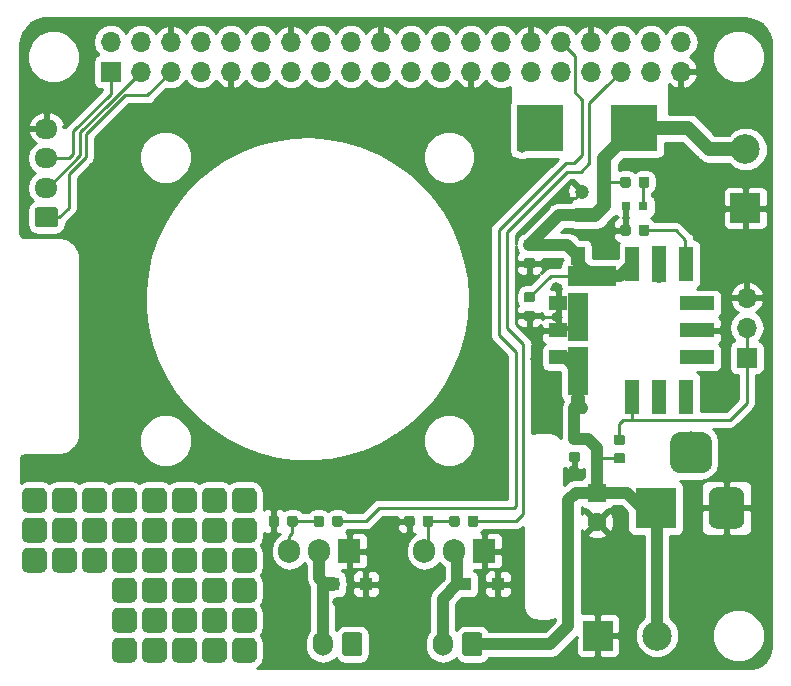
<source format=gbr>
G04 #@! TF.GenerationSoftware,KiCad,Pcbnew,(5.0.2)-1*
G04 #@! TF.CreationDate,2021-04-20T16:55:03+09:00*
G04 #@! TF.ProjectId,pi-ups,70692d75-7073-42e6-9b69-6361645f7063,rev?*
G04 #@! TF.SameCoordinates,Original*
G04 #@! TF.FileFunction,Copper,L1,Top*
G04 #@! TF.FilePolarity,Positive*
%FSLAX46Y46*%
G04 Gerber Fmt 4.6, Leading zero omitted, Abs format (unit mm)*
G04 Created by KiCad (PCBNEW (5.0.2)-1) date 2021/04/20 16:55:03*
%MOMM*%
%LPD*%
G01*
G04 APERTURE LIST*
G04 #@! TA.AperFunction,Conductor*
%ADD10C,0.100000*%
G04 #@! TD*
G04 #@! TA.AperFunction,ComponentPad*
%ADD11C,2.100000*%
G04 #@! TD*
G04 #@! TA.AperFunction,SMDPad,CuDef*
%ADD12C,0.875000*%
G04 #@! TD*
G04 #@! TA.AperFunction,SMDPad,CuDef*
%ADD13R,1.770000X4.070000*%
G04 #@! TD*
G04 #@! TA.AperFunction,SMDPad,CuDef*
%ADD14R,4.070000X1.770000*%
G04 #@! TD*
G04 #@! TA.AperFunction,SMDPad,CuDef*
%ADD15R,1.200000X3.000000*%
G04 #@! TD*
G04 #@! TA.AperFunction,SMDPad,CuDef*
%ADD16R,3.000000X1.200000*%
G04 #@! TD*
G04 #@! TA.AperFunction,SMDPad,CuDef*
%ADD17R,1.200000X1.500000*%
G04 #@! TD*
G04 #@! TA.AperFunction,SMDPad,CuDef*
%ADD18R,1.200000X1.000000*%
G04 #@! TD*
G04 #@! TA.AperFunction,SMDPad,CuDef*
%ADD19R,1.200000X1.630000*%
G04 #@! TD*
G04 #@! TA.AperFunction,SMDPad,CuDef*
%ADD20R,1.630000X1.200000*%
G04 #@! TD*
G04 #@! TA.AperFunction,ComponentPad*
%ADD21R,1.600000X1.600000*%
G04 #@! TD*
G04 #@! TA.AperFunction,ComponentPad*
%ADD22C,1.600000*%
G04 #@! TD*
G04 #@! TA.AperFunction,ComponentPad*
%ADD23R,1.200000X1.200000*%
G04 #@! TD*
G04 #@! TA.AperFunction,ComponentPad*
%ADD24C,1.200000*%
G04 #@! TD*
G04 #@! TA.AperFunction,SMDPad,CuDef*
%ADD25R,3.900000X3.900000*%
G04 #@! TD*
G04 #@! TA.AperFunction,SMDPad,CuDef*
%ADD26R,0.800000X0.750000*%
G04 #@! TD*
G04 #@! TA.AperFunction,ComponentPad*
%ADD27C,2.500000*%
G04 #@! TD*
G04 #@! TA.AperFunction,ComponentPad*
%ADD28R,2.500000X2.500000*%
G04 #@! TD*
G04 #@! TA.AperFunction,ComponentPad*
%ADD29R,1.700000X1.700000*%
G04 #@! TD*
G04 #@! TA.AperFunction,ComponentPad*
%ADD30O,1.700000X1.700000*%
G04 #@! TD*
G04 #@! TA.AperFunction,ComponentPad*
%ADD31R,3.500000X3.500000*%
G04 #@! TD*
G04 #@! TA.AperFunction,ComponentPad*
%ADD32C,3.000000*%
G04 #@! TD*
G04 #@! TA.AperFunction,ComponentPad*
%ADD33C,3.500000*%
G04 #@! TD*
G04 #@! TA.AperFunction,ComponentPad*
%ADD34O,1.700000X2.000000*%
G04 #@! TD*
G04 #@! TA.AperFunction,ComponentPad*
%ADD35C,1.700000*%
G04 #@! TD*
G04 #@! TA.AperFunction,ComponentPad*
%ADD36O,1.950000X1.700000*%
G04 #@! TD*
G04 #@! TA.AperFunction,ComponentPad*
%ADD37R,1.905000X2.000000*%
G04 #@! TD*
G04 #@! TA.AperFunction,ComponentPad*
%ADD38O,1.905000X2.000000*%
G04 #@! TD*
G04 #@! TA.AperFunction,SMDPad,CuDef*
%ADD39R,1.100000X1.100000*%
G04 #@! TD*
G04 #@! TA.AperFunction,ViaPad*
%ADD40C,0.800000*%
G04 #@! TD*
G04 #@! TA.AperFunction,Conductor*
%ADD41C,1.000000*%
G04 #@! TD*
G04 #@! TA.AperFunction,Conductor*
%ADD42C,0.250000*%
G04 #@! TD*
G04 #@! TA.AperFunction,Conductor*
%ADD43C,1.200000*%
G04 #@! TD*
G04 #@! TA.AperFunction,Conductor*
%ADD44C,0.254000*%
G04 #@! TD*
G04 APERTURE END LIST*
D10*
G04 #@! TO.N,*
G04 #@! TO.C,*
G36*
X89476459Y-131032528D02*
X89527422Y-131040088D01*
X89577399Y-131052606D01*
X89625909Y-131069963D01*
X89672483Y-131091991D01*
X89716674Y-131118478D01*
X89758056Y-131149170D01*
X89796231Y-131183769D01*
X89830830Y-131221944D01*
X89861522Y-131263326D01*
X89888009Y-131307517D01*
X89910037Y-131354091D01*
X89927394Y-131402601D01*
X89939912Y-131452578D01*
X89947472Y-131503541D01*
X89950000Y-131555000D01*
X89950000Y-132605000D01*
X89947472Y-132656459D01*
X89939912Y-132707422D01*
X89927394Y-132757399D01*
X89910037Y-132805909D01*
X89888009Y-132852483D01*
X89861522Y-132896674D01*
X89830830Y-132938056D01*
X89796231Y-132976231D01*
X89758056Y-133010830D01*
X89716674Y-133041522D01*
X89672483Y-133068009D01*
X89625909Y-133090037D01*
X89577399Y-133107394D01*
X89527422Y-133119912D01*
X89476459Y-133127472D01*
X89425000Y-133130000D01*
X88375000Y-133130000D01*
X88323541Y-133127472D01*
X88272578Y-133119912D01*
X88222601Y-133107394D01*
X88174091Y-133090037D01*
X88127517Y-133068009D01*
X88083326Y-133041522D01*
X88041944Y-133010830D01*
X88003769Y-132976231D01*
X87969170Y-132938056D01*
X87938478Y-132896674D01*
X87911991Y-132852483D01*
X87889963Y-132805909D01*
X87872606Y-132757399D01*
X87860088Y-132707422D01*
X87852528Y-132656459D01*
X87850000Y-132605000D01*
X87850000Y-131555000D01*
X87852528Y-131503541D01*
X87860088Y-131452578D01*
X87872606Y-131402601D01*
X87889963Y-131354091D01*
X87911991Y-131307517D01*
X87938478Y-131263326D01*
X87969170Y-131221944D01*
X88003769Y-131183769D01*
X88041944Y-131149170D01*
X88083326Y-131118478D01*
X88127517Y-131091991D01*
X88174091Y-131069963D01*
X88222601Y-131052606D01*
X88272578Y-131040088D01*
X88323541Y-131032528D01*
X88375000Y-131030000D01*
X89425000Y-131030000D01*
X89476459Y-131032528D01*
X89476459Y-131032528D01*
G37*
D11*
G04 #@! TD*
G04 #@! TO.P,,*
G04 #@! TO.N,*
X88900000Y-132080000D03*
D10*
G04 #@! TO.N,*
G04 #@! TO.C,*
G36*
X89476459Y-133572528D02*
X89527422Y-133580088D01*
X89577399Y-133592606D01*
X89625909Y-133609963D01*
X89672483Y-133631991D01*
X89716674Y-133658478D01*
X89758056Y-133689170D01*
X89796231Y-133723769D01*
X89830830Y-133761944D01*
X89861522Y-133803326D01*
X89888009Y-133847517D01*
X89910037Y-133894091D01*
X89927394Y-133942601D01*
X89939912Y-133992578D01*
X89947472Y-134043541D01*
X89950000Y-134095000D01*
X89950000Y-135145000D01*
X89947472Y-135196459D01*
X89939912Y-135247422D01*
X89927394Y-135297399D01*
X89910037Y-135345909D01*
X89888009Y-135392483D01*
X89861522Y-135436674D01*
X89830830Y-135478056D01*
X89796231Y-135516231D01*
X89758056Y-135550830D01*
X89716674Y-135581522D01*
X89672483Y-135608009D01*
X89625909Y-135630037D01*
X89577399Y-135647394D01*
X89527422Y-135659912D01*
X89476459Y-135667472D01*
X89425000Y-135670000D01*
X88375000Y-135670000D01*
X88323541Y-135667472D01*
X88272578Y-135659912D01*
X88222601Y-135647394D01*
X88174091Y-135630037D01*
X88127517Y-135608009D01*
X88083326Y-135581522D01*
X88041944Y-135550830D01*
X88003769Y-135516231D01*
X87969170Y-135478056D01*
X87938478Y-135436674D01*
X87911991Y-135392483D01*
X87889963Y-135345909D01*
X87872606Y-135297399D01*
X87860088Y-135247422D01*
X87852528Y-135196459D01*
X87850000Y-135145000D01*
X87850000Y-134095000D01*
X87852528Y-134043541D01*
X87860088Y-133992578D01*
X87872606Y-133942601D01*
X87889963Y-133894091D01*
X87911991Y-133847517D01*
X87938478Y-133803326D01*
X87969170Y-133761944D01*
X88003769Y-133723769D01*
X88041944Y-133689170D01*
X88083326Y-133658478D01*
X88127517Y-133631991D01*
X88174091Y-133609963D01*
X88222601Y-133592606D01*
X88272578Y-133580088D01*
X88323541Y-133572528D01*
X88375000Y-133570000D01*
X89425000Y-133570000D01*
X89476459Y-133572528D01*
X89476459Y-133572528D01*
G37*
D11*
G04 #@! TD*
G04 #@! TO.P,,*
G04 #@! TO.N,*
X88900000Y-134620000D03*
D10*
G04 #@! TO.N,*
G04 #@! TO.C,*
G36*
X89476459Y-128492528D02*
X89527422Y-128500088D01*
X89577399Y-128512606D01*
X89625909Y-128529963D01*
X89672483Y-128551991D01*
X89716674Y-128578478D01*
X89758056Y-128609170D01*
X89796231Y-128643769D01*
X89830830Y-128681944D01*
X89861522Y-128723326D01*
X89888009Y-128767517D01*
X89910037Y-128814091D01*
X89927394Y-128862601D01*
X89939912Y-128912578D01*
X89947472Y-128963541D01*
X89950000Y-129015000D01*
X89950000Y-130065000D01*
X89947472Y-130116459D01*
X89939912Y-130167422D01*
X89927394Y-130217399D01*
X89910037Y-130265909D01*
X89888009Y-130312483D01*
X89861522Y-130356674D01*
X89830830Y-130398056D01*
X89796231Y-130436231D01*
X89758056Y-130470830D01*
X89716674Y-130501522D01*
X89672483Y-130528009D01*
X89625909Y-130550037D01*
X89577399Y-130567394D01*
X89527422Y-130579912D01*
X89476459Y-130587472D01*
X89425000Y-130590000D01*
X88375000Y-130590000D01*
X88323541Y-130587472D01*
X88272578Y-130579912D01*
X88222601Y-130567394D01*
X88174091Y-130550037D01*
X88127517Y-130528009D01*
X88083326Y-130501522D01*
X88041944Y-130470830D01*
X88003769Y-130436231D01*
X87969170Y-130398056D01*
X87938478Y-130356674D01*
X87911991Y-130312483D01*
X87889963Y-130265909D01*
X87872606Y-130217399D01*
X87860088Y-130167422D01*
X87852528Y-130116459D01*
X87850000Y-130065000D01*
X87850000Y-129015000D01*
X87852528Y-128963541D01*
X87860088Y-128912578D01*
X87872606Y-128862601D01*
X87889963Y-128814091D01*
X87911991Y-128767517D01*
X87938478Y-128723326D01*
X87969170Y-128681944D01*
X88003769Y-128643769D01*
X88041944Y-128609170D01*
X88083326Y-128578478D01*
X88127517Y-128551991D01*
X88174091Y-128529963D01*
X88222601Y-128512606D01*
X88272578Y-128500088D01*
X88323541Y-128492528D01*
X88375000Y-128490000D01*
X89425000Y-128490000D01*
X89476459Y-128492528D01*
X89476459Y-128492528D01*
G37*
D11*
G04 #@! TD*
G04 #@! TO.P,,*
G04 #@! TO.N,*
X88900000Y-129540000D03*
D10*
G04 #@! TO.N,*
G04 #@! TO.C,*
G36*
X92016459Y-128492528D02*
X92067422Y-128500088D01*
X92117399Y-128512606D01*
X92165909Y-128529963D01*
X92212483Y-128551991D01*
X92256674Y-128578478D01*
X92298056Y-128609170D01*
X92336231Y-128643769D01*
X92370830Y-128681944D01*
X92401522Y-128723326D01*
X92428009Y-128767517D01*
X92450037Y-128814091D01*
X92467394Y-128862601D01*
X92479912Y-128912578D01*
X92487472Y-128963541D01*
X92490000Y-129015000D01*
X92490000Y-130065000D01*
X92487472Y-130116459D01*
X92479912Y-130167422D01*
X92467394Y-130217399D01*
X92450037Y-130265909D01*
X92428009Y-130312483D01*
X92401522Y-130356674D01*
X92370830Y-130398056D01*
X92336231Y-130436231D01*
X92298056Y-130470830D01*
X92256674Y-130501522D01*
X92212483Y-130528009D01*
X92165909Y-130550037D01*
X92117399Y-130567394D01*
X92067422Y-130579912D01*
X92016459Y-130587472D01*
X91965000Y-130590000D01*
X90915000Y-130590000D01*
X90863541Y-130587472D01*
X90812578Y-130579912D01*
X90762601Y-130567394D01*
X90714091Y-130550037D01*
X90667517Y-130528009D01*
X90623326Y-130501522D01*
X90581944Y-130470830D01*
X90543769Y-130436231D01*
X90509170Y-130398056D01*
X90478478Y-130356674D01*
X90451991Y-130312483D01*
X90429963Y-130265909D01*
X90412606Y-130217399D01*
X90400088Y-130167422D01*
X90392528Y-130116459D01*
X90390000Y-130065000D01*
X90390000Y-129015000D01*
X90392528Y-128963541D01*
X90400088Y-128912578D01*
X90412606Y-128862601D01*
X90429963Y-128814091D01*
X90451991Y-128767517D01*
X90478478Y-128723326D01*
X90509170Y-128681944D01*
X90543769Y-128643769D01*
X90581944Y-128609170D01*
X90623326Y-128578478D01*
X90667517Y-128551991D01*
X90714091Y-128529963D01*
X90762601Y-128512606D01*
X90812578Y-128500088D01*
X90863541Y-128492528D01*
X90915000Y-128490000D01*
X91965000Y-128490000D01*
X92016459Y-128492528D01*
X92016459Y-128492528D01*
G37*
D11*
G04 #@! TD*
G04 #@! TO.P,,*
G04 #@! TO.N,*
X91440000Y-129540000D03*
D10*
G04 #@! TO.N,*
G04 #@! TO.C,*
G36*
X92016459Y-131032528D02*
X92067422Y-131040088D01*
X92117399Y-131052606D01*
X92165909Y-131069963D01*
X92212483Y-131091991D01*
X92256674Y-131118478D01*
X92298056Y-131149170D01*
X92336231Y-131183769D01*
X92370830Y-131221944D01*
X92401522Y-131263326D01*
X92428009Y-131307517D01*
X92450037Y-131354091D01*
X92467394Y-131402601D01*
X92479912Y-131452578D01*
X92487472Y-131503541D01*
X92490000Y-131555000D01*
X92490000Y-132605000D01*
X92487472Y-132656459D01*
X92479912Y-132707422D01*
X92467394Y-132757399D01*
X92450037Y-132805909D01*
X92428009Y-132852483D01*
X92401522Y-132896674D01*
X92370830Y-132938056D01*
X92336231Y-132976231D01*
X92298056Y-133010830D01*
X92256674Y-133041522D01*
X92212483Y-133068009D01*
X92165909Y-133090037D01*
X92117399Y-133107394D01*
X92067422Y-133119912D01*
X92016459Y-133127472D01*
X91965000Y-133130000D01*
X90915000Y-133130000D01*
X90863541Y-133127472D01*
X90812578Y-133119912D01*
X90762601Y-133107394D01*
X90714091Y-133090037D01*
X90667517Y-133068009D01*
X90623326Y-133041522D01*
X90581944Y-133010830D01*
X90543769Y-132976231D01*
X90509170Y-132938056D01*
X90478478Y-132896674D01*
X90451991Y-132852483D01*
X90429963Y-132805909D01*
X90412606Y-132757399D01*
X90400088Y-132707422D01*
X90392528Y-132656459D01*
X90390000Y-132605000D01*
X90390000Y-131555000D01*
X90392528Y-131503541D01*
X90400088Y-131452578D01*
X90412606Y-131402601D01*
X90429963Y-131354091D01*
X90451991Y-131307517D01*
X90478478Y-131263326D01*
X90509170Y-131221944D01*
X90543769Y-131183769D01*
X90581944Y-131149170D01*
X90623326Y-131118478D01*
X90667517Y-131091991D01*
X90714091Y-131069963D01*
X90762601Y-131052606D01*
X90812578Y-131040088D01*
X90863541Y-131032528D01*
X90915000Y-131030000D01*
X91965000Y-131030000D01*
X92016459Y-131032528D01*
X92016459Y-131032528D01*
G37*
D11*
G04 #@! TD*
G04 #@! TO.P,,*
G04 #@! TO.N,*
X91440000Y-132080000D03*
D10*
G04 #@! TO.N,*
G04 #@! TO.C,*
G36*
X92016459Y-133572528D02*
X92067422Y-133580088D01*
X92117399Y-133592606D01*
X92165909Y-133609963D01*
X92212483Y-133631991D01*
X92256674Y-133658478D01*
X92298056Y-133689170D01*
X92336231Y-133723769D01*
X92370830Y-133761944D01*
X92401522Y-133803326D01*
X92428009Y-133847517D01*
X92450037Y-133894091D01*
X92467394Y-133942601D01*
X92479912Y-133992578D01*
X92487472Y-134043541D01*
X92490000Y-134095000D01*
X92490000Y-135145000D01*
X92487472Y-135196459D01*
X92479912Y-135247422D01*
X92467394Y-135297399D01*
X92450037Y-135345909D01*
X92428009Y-135392483D01*
X92401522Y-135436674D01*
X92370830Y-135478056D01*
X92336231Y-135516231D01*
X92298056Y-135550830D01*
X92256674Y-135581522D01*
X92212483Y-135608009D01*
X92165909Y-135630037D01*
X92117399Y-135647394D01*
X92067422Y-135659912D01*
X92016459Y-135667472D01*
X91965000Y-135670000D01*
X90915000Y-135670000D01*
X90863541Y-135667472D01*
X90812578Y-135659912D01*
X90762601Y-135647394D01*
X90714091Y-135630037D01*
X90667517Y-135608009D01*
X90623326Y-135581522D01*
X90581944Y-135550830D01*
X90543769Y-135516231D01*
X90509170Y-135478056D01*
X90478478Y-135436674D01*
X90451991Y-135392483D01*
X90429963Y-135345909D01*
X90412606Y-135297399D01*
X90400088Y-135247422D01*
X90392528Y-135196459D01*
X90390000Y-135145000D01*
X90390000Y-134095000D01*
X90392528Y-134043541D01*
X90400088Y-133992578D01*
X90412606Y-133942601D01*
X90429963Y-133894091D01*
X90451991Y-133847517D01*
X90478478Y-133803326D01*
X90509170Y-133761944D01*
X90543769Y-133723769D01*
X90581944Y-133689170D01*
X90623326Y-133658478D01*
X90667517Y-133631991D01*
X90714091Y-133609963D01*
X90762601Y-133592606D01*
X90812578Y-133580088D01*
X90863541Y-133572528D01*
X90915000Y-133570000D01*
X91965000Y-133570000D01*
X92016459Y-133572528D01*
X92016459Y-133572528D01*
G37*
D11*
G04 #@! TD*
G04 #@! TO.P,,*
G04 #@! TO.N,*
X91440000Y-134620000D03*
D10*
G04 #@! TO.N,*
G04 #@! TO.C,*
G36*
X94556459Y-128492528D02*
X94607422Y-128500088D01*
X94657399Y-128512606D01*
X94705909Y-128529963D01*
X94752483Y-128551991D01*
X94796674Y-128578478D01*
X94838056Y-128609170D01*
X94876231Y-128643769D01*
X94910830Y-128681944D01*
X94941522Y-128723326D01*
X94968009Y-128767517D01*
X94990037Y-128814091D01*
X95007394Y-128862601D01*
X95019912Y-128912578D01*
X95027472Y-128963541D01*
X95030000Y-129015000D01*
X95030000Y-130065000D01*
X95027472Y-130116459D01*
X95019912Y-130167422D01*
X95007394Y-130217399D01*
X94990037Y-130265909D01*
X94968009Y-130312483D01*
X94941522Y-130356674D01*
X94910830Y-130398056D01*
X94876231Y-130436231D01*
X94838056Y-130470830D01*
X94796674Y-130501522D01*
X94752483Y-130528009D01*
X94705909Y-130550037D01*
X94657399Y-130567394D01*
X94607422Y-130579912D01*
X94556459Y-130587472D01*
X94505000Y-130590000D01*
X93455000Y-130590000D01*
X93403541Y-130587472D01*
X93352578Y-130579912D01*
X93302601Y-130567394D01*
X93254091Y-130550037D01*
X93207517Y-130528009D01*
X93163326Y-130501522D01*
X93121944Y-130470830D01*
X93083769Y-130436231D01*
X93049170Y-130398056D01*
X93018478Y-130356674D01*
X92991991Y-130312483D01*
X92969963Y-130265909D01*
X92952606Y-130217399D01*
X92940088Y-130167422D01*
X92932528Y-130116459D01*
X92930000Y-130065000D01*
X92930000Y-129015000D01*
X92932528Y-128963541D01*
X92940088Y-128912578D01*
X92952606Y-128862601D01*
X92969963Y-128814091D01*
X92991991Y-128767517D01*
X93018478Y-128723326D01*
X93049170Y-128681944D01*
X93083769Y-128643769D01*
X93121944Y-128609170D01*
X93163326Y-128578478D01*
X93207517Y-128551991D01*
X93254091Y-128529963D01*
X93302601Y-128512606D01*
X93352578Y-128500088D01*
X93403541Y-128492528D01*
X93455000Y-128490000D01*
X94505000Y-128490000D01*
X94556459Y-128492528D01*
X94556459Y-128492528D01*
G37*
D11*
G04 #@! TD*
G04 #@! TO.P,,*
G04 #@! TO.N,*
X93980000Y-129540000D03*
D10*
G04 #@! TO.N,*
G04 #@! TO.C,*
G36*
X94556459Y-131032528D02*
X94607422Y-131040088D01*
X94657399Y-131052606D01*
X94705909Y-131069963D01*
X94752483Y-131091991D01*
X94796674Y-131118478D01*
X94838056Y-131149170D01*
X94876231Y-131183769D01*
X94910830Y-131221944D01*
X94941522Y-131263326D01*
X94968009Y-131307517D01*
X94990037Y-131354091D01*
X95007394Y-131402601D01*
X95019912Y-131452578D01*
X95027472Y-131503541D01*
X95030000Y-131555000D01*
X95030000Y-132605000D01*
X95027472Y-132656459D01*
X95019912Y-132707422D01*
X95007394Y-132757399D01*
X94990037Y-132805909D01*
X94968009Y-132852483D01*
X94941522Y-132896674D01*
X94910830Y-132938056D01*
X94876231Y-132976231D01*
X94838056Y-133010830D01*
X94796674Y-133041522D01*
X94752483Y-133068009D01*
X94705909Y-133090037D01*
X94657399Y-133107394D01*
X94607422Y-133119912D01*
X94556459Y-133127472D01*
X94505000Y-133130000D01*
X93455000Y-133130000D01*
X93403541Y-133127472D01*
X93352578Y-133119912D01*
X93302601Y-133107394D01*
X93254091Y-133090037D01*
X93207517Y-133068009D01*
X93163326Y-133041522D01*
X93121944Y-133010830D01*
X93083769Y-132976231D01*
X93049170Y-132938056D01*
X93018478Y-132896674D01*
X92991991Y-132852483D01*
X92969963Y-132805909D01*
X92952606Y-132757399D01*
X92940088Y-132707422D01*
X92932528Y-132656459D01*
X92930000Y-132605000D01*
X92930000Y-131555000D01*
X92932528Y-131503541D01*
X92940088Y-131452578D01*
X92952606Y-131402601D01*
X92969963Y-131354091D01*
X92991991Y-131307517D01*
X93018478Y-131263326D01*
X93049170Y-131221944D01*
X93083769Y-131183769D01*
X93121944Y-131149170D01*
X93163326Y-131118478D01*
X93207517Y-131091991D01*
X93254091Y-131069963D01*
X93302601Y-131052606D01*
X93352578Y-131040088D01*
X93403541Y-131032528D01*
X93455000Y-131030000D01*
X94505000Y-131030000D01*
X94556459Y-131032528D01*
X94556459Y-131032528D01*
G37*
D11*
G04 #@! TD*
G04 #@! TO.P,,*
G04 #@! TO.N,*
X93980000Y-132080000D03*
D10*
G04 #@! TO.N,*
G04 #@! TO.C,*
G36*
X94556459Y-133572528D02*
X94607422Y-133580088D01*
X94657399Y-133592606D01*
X94705909Y-133609963D01*
X94752483Y-133631991D01*
X94796674Y-133658478D01*
X94838056Y-133689170D01*
X94876231Y-133723769D01*
X94910830Y-133761944D01*
X94941522Y-133803326D01*
X94968009Y-133847517D01*
X94990037Y-133894091D01*
X95007394Y-133942601D01*
X95019912Y-133992578D01*
X95027472Y-134043541D01*
X95030000Y-134095000D01*
X95030000Y-135145000D01*
X95027472Y-135196459D01*
X95019912Y-135247422D01*
X95007394Y-135297399D01*
X94990037Y-135345909D01*
X94968009Y-135392483D01*
X94941522Y-135436674D01*
X94910830Y-135478056D01*
X94876231Y-135516231D01*
X94838056Y-135550830D01*
X94796674Y-135581522D01*
X94752483Y-135608009D01*
X94705909Y-135630037D01*
X94657399Y-135647394D01*
X94607422Y-135659912D01*
X94556459Y-135667472D01*
X94505000Y-135670000D01*
X93455000Y-135670000D01*
X93403541Y-135667472D01*
X93352578Y-135659912D01*
X93302601Y-135647394D01*
X93254091Y-135630037D01*
X93207517Y-135608009D01*
X93163326Y-135581522D01*
X93121944Y-135550830D01*
X93083769Y-135516231D01*
X93049170Y-135478056D01*
X93018478Y-135436674D01*
X92991991Y-135392483D01*
X92969963Y-135345909D01*
X92952606Y-135297399D01*
X92940088Y-135247422D01*
X92932528Y-135196459D01*
X92930000Y-135145000D01*
X92930000Y-134095000D01*
X92932528Y-134043541D01*
X92940088Y-133992578D01*
X92952606Y-133942601D01*
X92969963Y-133894091D01*
X92991991Y-133847517D01*
X93018478Y-133803326D01*
X93049170Y-133761944D01*
X93083769Y-133723769D01*
X93121944Y-133689170D01*
X93163326Y-133658478D01*
X93207517Y-133631991D01*
X93254091Y-133609963D01*
X93302601Y-133592606D01*
X93352578Y-133580088D01*
X93403541Y-133572528D01*
X93455000Y-133570000D01*
X94505000Y-133570000D01*
X94556459Y-133572528D01*
X94556459Y-133572528D01*
G37*
D11*
G04 #@! TD*
G04 #@! TO.P,,*
G04 #@! TO.N,*
X93980000Y-134620000D03*
D10*
G04 #@! TO.N,*
G04 #@! TO.C,*
G36*
X102176459Y-128492528D02*
X102227422Y-128500088D01*
X102277399Y-128512606D01*
X102325909Y-128529963D01*
X102372483Y-128551991D01*
X102416674Y-128578478D01*
X102458056Y-128609170D01*
X102496231Y-128643769D01*
X102530830Y-128681944D01*
X102561522Y-128723326D01*
X102588009Y-128767517D01*
X102610037Y-128814091D01*
X102627394Y-128862601D01*
X102639912Y-128912578D01*
X102647472Y-128963541D01*
X102650000Y-129015000D01*
X102650000Y-130065000D01*
X102647472Y-130116459D01*
X102639912Y-130167422D01*
X102627394Y-130217399D01*
X102610037Y-130265909D01*
X102588009Y-130312483D01*
X102561522Y-130356674D01*
X102530830Y-130398056D01*
X102496231Y-130436231D01*
X102458056Y-130470830D01*
X102416674Y-130501522D01*
X102372483Y-130528009D01*
X102325909Y-130550037D01*
X102277399Y-130567394D01*
X102227422Y-130579912D01*
X102176459Y-130587472D01*
X102125000Y-130590000D01*
X101075000Y-130590000D01*
X101023541Y-130587472D01*
X100972578Y-130579912D01*
X100922601Y-130567394D01*
X100874091Y-130550037D01*
X100827517Y-130528009D01*
X100783326Y-130501522D01*
X100741944Y-130470830D01*
X100703769Y-130436231D01*
X100669170Y-130398056D01*
X100638478Y-130356674D01*
X100611991Y-130312483D01*
X100589963Y-130265909D01*
X100572606Y-130217399D01*
X100560088Y-130167422D01*
X100552528Y-130116459D01*
X100550000Y-130065000D01*
X100550000Y-129015000D01*
X100552528Y-128963541D01*
X100560088Y-128912578D01*
X100572606Y-128862601D01*
X100589963Y-128814091D01*
X100611991Y-128767517D01*
X100638478Y-128723326D01*
X100669170Y-128681944D01*
X100703769Y-128643769D01*
X100741944Y-128609170D01*
X100783326Y-128578478D01*
X100827517Y-128551991D01*
X100874091Y-128529963D01*
X100922601Y-128512606D01*
X100972578Y-128500088D01*
X101023541Y-128492528D01*
X101075000Y-128490000D01*
X102125000Y-128490000D01*
X102176459Y-128492528D01*
X102176459Y-128492528D01*
G37*
D11*
G04 #@! TD*
G04 #@! TO.P,,*
G04 #@! TO.N,*
X101600000Y-129540000D03*
D10*
G04 #@! TO.N,*
G04 #@! TO.C,*
G36*
X104716459Y-128492528D02*
X104767422Y-128500088D01*
X104817399Y-128512606D01*
X104865909Y-128529963D01*
X104912483Y-128551991D01*
X104956674Y-128578478D01*
X104998056Y-128609170D01*
X105036231Y-128643769D01*
X105070830Y-128681944D01*
X105101522Y-128723326D01*
X105128009Y-128767517D01*
X105150037Y-128814091D01*
X105167394Y-128862601D01*
X105179912Y-128912578D01*
X105187472Y-128963541D01*
X105190000Y-129015000D01*
X105190000Y-130065000D01*
X105187472Y-130116459D01*
X105179912Y-130167422D01*
X105167394Y-130217399D01*
X105150037Y-130265909D01*
X105128009Y-130312483D01*
X105101522Y-130356674D01*
X105070830Y-130398056D01*
X105036231Y-130436231D01*
X104998056Y-130470830D01*
X104956674Y-130501522D01*
X104912483Y-130528009D01*
X104865909Y-130550037D01*
X104817399Y-130567394D01*
X104767422Y-130579912D01*
X104716459Y-130587472D01*
X104665000Y-130590000D01*
X103615000Y-130590000D01*
X103563541Y-130587472D01*
X103512578Y-130579912D01*
X103462601Y-130567394D01*
X103414091Y-130550037D01*
X103367517Y-130528009D01*
X103323326Y-130501522D01*
X103281944Y-130470830D01*
X103243769Y-130436231D01*
X103209170Y-130398056D01*
X103178478Y-130356674D01*
X103151991Y-130312483D01*
X103129963Y-130265909D01*
X103112606Y-130217399D01*
X103100088Y-130167422D01*
X103092528Y-130116459D01*
X103090000Y-130065000D01*
X103090000Y-129015000D01*
X103092528Y-128963541D01*
X103100088Y-128912578D01*
X103112606Y-128862601D01*
X103129963Y-128814091D01*
X103151991Y-128767517D01*
X103178478Y-128723326D01*
X103209170Y-128681944D01*
X103243769Y-128643769D01*
X103281944Y-128609170D01*
X103323326Y-128578478D01*
X103367517Y-128551991D01*
X103414091Y-128529963D01*
X103462601Y-128512606D01*
X103512578Y-128500088D01*
X103563541Y-128492528D01*
X103615000Y-128490000D01*
X104665000Y-128490000D01*
X104716459Y-128492528D01*
X104716459Y-128492528D01*
G37*
D11*
G04 #@! TD*
G04 #@! TO.P,,*
G04 #@! TO.N,*
X104140000Y-129540000D03*
D10*
G04 #@! TO.N,*
G04 #@! TO.C,*
G36*
X107256459Y-128492528D02*
X107307422Y-128500088D01*
X107357399Y-128512606D01*
X107405909Y-128529963D01*
X107452483Y-128551991D01*
X107496674Y-128578478D01*
X107538056Y-128609170D01*
X107576231Y-128643769D01*
X107610830Y-128681944D01*
X107641522Y-128723326D01*
X107668009Y-128767517D01*
X107690037Y-128814091D01*
X107707394Y-128862601D01*
X107719912Y-128912578D01*
X107727472Y-128963541D01*
X107730000Y-129015000D01*
X107730000Y-130065000D01*
X107727472Y-130116459D01*
X107719912Y-130167422D01*
X107707394Y-130217399D01*
X107690037Y-130265909D01*
X107668009Y-130312483D01*
X107641522Y-130356674D01*
X107610830Y-130398056D01*
X107576231Y-130436231D01*
X107538056Y-130470830D01*
X107496674Y-130501522D01*
X107452483Y-130528009D01*
X107405909Y-130550037D01*
X107357399Y-130567394D01*
X107307422Y-130579912D01*
X107256459Y-130587472D01*
X107205000Y-130590000D01*
X106155000Y-130590000D01*
X106103541Y-130587472D01*
X106052578Y-130579912D01*
X106002601Y-130567394D01*
X105954091Y-130550037D01*
X105907517Y-130528009D01*
X105863326Y-130501522D01*
X105821944Y-130470830D01*
X105783769Y-130436231D01*
X105749170Y-130398056D01*
X105718478Y-130356674D01*
X105691991Y-130312483D01*
X105669963Y-130265909D01*
X105652606Y-130217399D01*
X105640088Y-130167422D01*
X105632528Y-130116459D01*
X105630000Y-130065000D01*
X105630000Y-129015000D01*
X105632528Y-128963541D01*
X105640088Y-128912578D01*
X105652606Y-128862601D01*
X105669963Y-128814091D01*
X105691991Y-128767517D01*
X105718478Y-128723326D01*
X105749170Y-128681944D01*
X105783769Y-128643769D01*
X105821944Y-128609170D01*
X105863326Y-128578478D01*
X105907517Y-128551991D01*
X105954091Y-128529963D01*
X106002601Y-128512606D01*
X106052578Y-128500088D01*
X106103541Y-128492528D01*
X106155000Y-128490000D01*
X107205000Y-128490000D01*
X107256459Y-128492528D01*
X107256459Y-128492528D01*
G37*
D11*
G04 #@! TD*
G04 #@! TO.P,,*
G04 #@! TO.N,*
X106680000Y-129540000D03*
D10*
G04 #@! TO.N,*
G04 #@! TO.C,*
G36*
X99636459Y-128492528D02*
X99687422Y-128500088D01*
X99737399Y-128512606D01*
X99785909Y-128529963D01*
X99832483Y-128551991D01*
X99876674Y-128578478D01*
X99918056Y-128609170D01*
X99956231Y-128643769D01*
X99990830Y-128681944D01*
X100021522Y-128723326D01*
X100048009Y-128767517D01*
X100070037Y-128814091D01*
X100087394Y-128862601D01*
X100099912Y-128912578D01*
X100107472Y-128963541D01*
X100110000Y-129015000D01*
X100110000Y-130065000D01*
X100107472Y-130116459D01*
X100099912Y-130167422D01*
X100087394Y-130217399D01*
X100070037Y-130265909D01*
X100048009Y-130312483D01*
X100021522Y-130356674D01*
X99990830Y-130398056D01*
X99956231Y-130436231D01*
X99918056Y-130470830D01*
X99876674Y-130501522D01*
X99832483Y-130528009D01*
X99785909Y-130550037D01*
X99737399Y-130567394D01*
X99687422Y-130579912D01*
X99636459Y-130587472D01*
X99585000Y-130590000D01*
X98535000Y-130590000D01*
X98483541Y-130587472D01*
X98432578Y-130579912D01*
X98382601Y-130567394D01*
X98334091Y-130550037D01*
X98287517Y-130528009D01*
X98243326Y-130501522D01*
X98201944Y-130470830D01*
X98163769Y-130436231D01*
X98129170Y-130398056D01*
X98098478Y-130356674D01*
X98071991Y-130312483D01*
X98049963Y-130265909D01*
X98032606Y-130217399D01*
X98020088Y-130167422D01*
X98012528Y-130116459D01*
X98010000Y-130065000D01*
X98010000Y-129015000D01*
X98012528Y-128963541D01*
X98020088Y-128912578D01*
X98032606Y-128862601D01*
X98049963Y-128814091D01*
X98071991Y-128767517D01*
X98098478Y-128723326D01*
X98129170Y-128681944D01*
X98163769Y-128643769D01*
X98201944Y-128609170D01*
X98243326Y-128578478D01*
X98287517Y-128551991D01*
X98334091Y-128529963D01*
X98382601Y-128512606D01*
X98432578Y-128500088D01*
X98483541Y-128492528D01*
X98535000Y-128490000D01*
X99585000Y-128490000D01*
X99636459Y-128492528D01*
X99636459Y-128492528D01*
G37*
D11*
G04 #@! TD*
G04 #@! TO.P,,*
G04 #@! TO.N,*
X99060000Y-129540000D03*
D10*
G04 #@! TO.N,*
G04 #@! TO.C,*
G36*
X97096459Y-128492528D02*
X97147422Y-128500088D01*
X97197399Y-128512606D01*
X97245909Y-128529963D01*
X97292483Y-128551991D01*
X97336674Y-128578478D01*
X97378056Y-128609170D01*
X97416231Y-128643769D01*
X97450830Y-128681944D01*
X97481522Y-128723326D01*
X97508009Y-128767517D01*
X97530037Y-128814091D01*
X97547394Y-128862601D01*
X97559912Y-128912578D01*
X97567472Y-128963541D01*
X97570000Y-129015000D01*
X97570000Y-130065000D01*
X97567472Y-130116459D01*
X97559912Y-130167422D01*
X97547394Y-130217399D01*
X97530037Y-130265909D01*
X97508009Y-130312483D01*
X97481522Y-130356674D01*
X97450830Y-130398056D01*
X97416231Y-130436231D01*
X97378056Y-130470830D01*
X97336674Y-130501522D01*
X97292483Y-130528009D01*
X97245909Y-130550037D01*
X97197399Y-130567394D01*
X97147422Y-130579912D01*
X97096459Y-130587472D01*
X97045000Y-130590000D01*
X95995000Y-130590000D01*
X95943541Y-130587472D01*
X95892578Y-130579912D01*
X95842601Y-130567394D01*
X95794091Y-130550037D01*
X95747517Y-130528009D01*
X95703326Y-130501522D01*
X95661944Y-130470830D01*
X95623769Y-130436231D01*
X95589170Y-130398056D01*
X95558478Y-130356674D01*
X95531991Y-130312483D01*
X95509963Y-130265909D01*
X95492606Y-130217399D01*
X95480088Y-130167422D01*
X95472528Y-130116459D01*
X95470000Y-130065000D01*
X95470000Y-129015000D01*
X95472528Y-128963541D01*
X95480088Y-128912578D01*
X95492606Y-128862601D01*
X95509963Y-128814091D01*
X95531991Y-128767517D01*
X95558478Y-128723326D01*
X95589170Y-128681944D01*
X95623769Y-128643769D01*
X95661944Y-128609170D01*
X95703326Y-128578478D01*
X95747517Y-128551991D01*
X95794091Y-128529963D01*
X95842601Y-128512606D01*
X95892578Y-128500088D01*
X95943541Y-128492528D01*
X95995000Y-128490000D01*
X97045000Y-128490000D01*
X97096459Y-128492528D01*
X97096459Y-128492528D01*
G37*
D11*
G04 #@! TD*
G04 #@! TO.P,,*
G04 #@! TO.N,*
X96520000Y-129540000D03*
D10*
G04 #@! TO.N,*
G04 #@! TO.C,*
G36*
X104716459Y-131032528D02*
X104767422Y-131040088D01*
X104817399Y-131052606D01*
X104865909Y-131069963D01*
X104912483Y-131091991D01*
X104956674Y-131118478D01*
X104998056Y-131149170D01*
X105036231Y-131183769D01*
X105070830Y-131221944D01*
X105101522Y-131263326D01*
X105128009Y-131307517D01*
X105150037Y-131354091D01*
X105167394Y-131402601D01*
X105179912Y-131452578D01*
X105187472Y-131503541D01*
X105190000Y-131555000D01*
X105190000Y-132605000D01*
X105187472Y-132656459D01*
X105179912Y-132707422D01*
X105167394Y-132757399D01*
X105150037Y-132805909D01*
X105128009Y-132852483D01*
X105101522Y-132896674D01*
X105070830Y-132938056D01*
X105036231Y-132976231D01*
X104998056Y-133010830D01*
X104956674Y-133041522D01*
X104912483Y-133068009D01*
X104865909Y-133090037D01*
X104817399Y-133107394D01*
X104767422Y-133119912D01*
X104716459Y-133127472D01*
X104665000Y-133130000D01*
X103615000Y-133130000D01*
X103563541Y-133127472D01*
X103512578Y-133119912D01*
X103462601Y-133107394D01*
X103414091Y-133090037D01*
X103367517Y-133068009D01*
X103323326Y-133041522D01*
X103281944Y-133010830D01*
X103243769Y-132976231D01*
X103209170Y-132938056D01*
X103178478Y-132896674D01*
X103151991Y-132852483D01*
X103129963Y-132805909D01*
X103112606Y-132757399D01*
X103100088Y-132707422D01*
X103092528Y-132656459D01*
X103090000Y-132605000D01*
X103090000Y-131555000D01*
X103092528Y-131503541D01*
X103100088Y-131452578D01*
X103112606Y-131402601D01*
X103129963Y-131354091D01*
X103151991Y-131307517D01*
X103178478Y-131263326D01*
X103209170Y-131221944D01*
X103243769Y-131183769D01*
X103281944Y-131149170D01*
X103323326Y-131118478D01*
X103367517Y-131091991D01*
X103414091Y-131069963D01*
X103462601Y-131052606D01*
X103512578Y-131040088D01*
X103563541Y-131032528D01*
X103615000Y-131030000D01*
X104665000Y-131030000D01*
X104716459Y-131032528D01*
X104716459Y-131032528D01*
G37*
D11*
G04 #@! TD*
G04 #@! TO.P,,*
G04 #@! TO.N,*
X104140000Y-132080000D03*
D10*
G04 #@! TO.N,*
G04 #@! TO.C,*
G36*
X102176459Y-131032528D02*
X102227422Y-131040088D01*
X102277399Y-131052606D01*
X102325909Y-131069963D01*
X102372483Y-131091991D01*
X102416674Y-131118478D01*
X102458056Y-131149170D01*
X102496231Y-131183769D01*
X102530830Y-131221944D01*
X102561522Y-131263326D01*
X102588009Y-131307517D01*
X102610037Y-131354091D01*
X102627394Y-131402601D01*
X102639912Y-131452578D01*
X102647472Y-131503541D01*
X102650000Y-131555000D01*
X102650000Y-132605000D01*
X102647472Y-132656459D01*
X102639912Y-132707422D01*
X102627394Y-132757399D01*
X102610037Y-132805909D01*
X102588009Y-132852483D01*
X102561522Y-132896674D01*
X102530830Y-132938056D01*
X102496231Y-132976231D01*
X102458056Y-133010830D01*
X102416674Y-133041522D01*
X102372483Y-133068009D01*
X102325909Y-133090037D01*
X102277399Y-133107394D01*
X102227422Y-133119912D01*
X102176459Y-133127472D01*
X102125000Y-133130000D01*
X101075000Y-133130000D01*
X101023541Y-133127472D01*
X100972578Y-133119912D01*
X100922601Y-133107394D01*
X100874091Y-133090037D01*
X100827517Y-133068009D01*
X100783326Y-133041522D01*
X100741944Y-133010830D01*
X100703769Y-132976231D01*
X100669170Y-132938056D01*
X100638478Y-132896674D01*
X100611991Y-132852483D01*
X100589963Y-132805909D01*
X100572606Y-132757399D01*
X100560088Y-132707422D01*
X100552528Y-132656459D01*
X100550000Y-132605000D01*
X100550000Y-131555000D01*
X100552528Y-131503541D01*
X100560088Y-131452578D01*
X100572606Y-131402601D01*
X100589963Y-131354091D01*
X100611991Y-131307517D01*
X100638478Y-131263326D01*
X100669170Y-131221944D01*
X100703769Y-131183769D01*
X100741944Y-131149170D01*
X100783326Y-131118478D01*
X100827517Y-131091991D01*
X100874091Y-131069963D01*
X100922601Y-131052606D01*
X100972578Y-131040088D01*
X101023541Y-131032528D01*
X101075000Y-131030000D01*
X102125000Y-131030000D01*
X102176459Y-131032528D01*
X102176459Y-131032528D01*
G37*
D11*
G04 #@! TD*
G04 #@! TO.P,,*
G04 #@! TO.N,*
X101600000Y-132080000D03*
D10*
G04 #@! TO.N,*
G04 #@! TO.C,*
G36*
X107256459Y-131032528D02*
X107307422Y-131040088D01*
X107357399Y-131052606D01*
X107405909Y-131069963D01*
X107452483Y-131091991D01*
X107496674Y-131118478D01*
X107538056Y-131149170D01*
X107576231Y-131183769D01*
X107610830Y-131221944D01*
X107641522Y-131263326D01*
X107668009Y-131307517D01*
X107690037Y-131354091D01*
X107707394Y-131402601D01*
X107719912Y-131452578D01*
X107727472Y-131503541D01*
X107730000Y-131555000D01*
X107730000Y-132605000D01*
X107727472Y-132656459D01*
X107719912Y-132707422D01*
X107707394Y-132757399D01*
X107690037Y-132805909D01*
X107668009Y-132852483D01*
X107641522Y-132896674D01*
X107610830Y-132938056D01*
X107576231Y-132976231D01*
X107538056Y-133010830D01*
X107496674Y-133041522D01*
X107452483Y-133068009D01*
X107405909Y-133090037D01*
X107357399Y-133107394D01*
X107307422Y-133119912D01*
X107256459Y-133127472D01*
X107205000Y-133130000D01*
X106155000Y-133130000D01*
X106103541Y-133127472D01*
X106052578Y-133119912D01*
X106002601Y-133107394D01*
X105954091Y-133090037D01*
X105907517Y-133068009D01*
X105863326Y-133041522D01*
X105821944Y-133010830D01*
X105783769Y-132976231D01*
X105749170Y-132938056D01*
X105718478Y-132896674D01*
X105691991Y-132852483D01*
X105669963Y-132805909D01*
X105652606Y-132757399D01*
X105640088Y-132707422D01*
X105632528Y-132656459D01*
X105630000Y-132605000D01*
X105630000Y-131555000D01*
X105632528Y-131503541D01*
X105640088Y-131452578D01*
X105652606Y-131402601D01*
X105669963Y-131354091D01*
X105691991Y-131307517D01*
X105718478Y-131263326D01*
X105749170Y-131221944D01*
X105783769Y-131183769D01*
X105821944Y-131149170D01*
X105863326Y-131118478D01*
X105907517Y-131091991D01*
X105954091Y-131069963D01*
X106002601Y-131052606D01*
X106052578Y-131040088D01*
X106103541Y-131032528D01*
X106155000Y-131030000D01*
X107205000Y-131030000D01*
X107256459Y-131032528D01*
X107256459Y-131032528D01*
G37*
D11*
G04 #@! TD*
G04 #@! TO.P,,*
G04 #@! TO.N,*
X106680000Y-132080000D03*
D10*
G04 #@! TO.N,*
G04 #@! TO.C,*
G36*
X99636459Y-131032528D02*
X99687422Y-131040088D01*
X99737399Y-131052606D01*
X99785909Y-131069963D01*
X99832483Y-131091991D01*
X99876674Y-131118478D01*
X99918056Y-131149170D01*
X99956231Y-131183769D01*
X99990830Y-131221944D01*
X100021522Y-131263326D01*
X100048009Y-131307517D01*
X100070037Y-131354091D01*
X100087394Y-131402601D01*
X100099912Y-131452578D01*
X100107472Y-131503541D01*
X100110000Y-131555000D01*
X100110000Y-132605000D01*
X100107472Y-132656459D01*
X100099912Y-132707422D01*
X100087394Y-132757399D01*
X100070037Y-132805909D01*
X100048009Y-132852483D01*
X100021522Y-132896674D01*
X99990830Y-132938056D01*
X99956231Y-132976231D01*
X99918056Y-133010830D01*
X99876674Y-133041522D01*
X99832483Y-133068009D01*
X99785909Y-133090037D01*
X99737399Y-133107394D01*
X99687422Y-133119912D01*
X99636459Y-133127472D01*
X99585000Y-133130000D01*
X98535000Y-133130000D01*
X98483541Y-133127472D01*
X98432578Y-133119912D01*
X98382601Y-133107394D01*
X98334091Y-133090037D01*
X98287517Y-133068009D01*
X98243326Y-133041522D01*
X98201944Y-133010830D01*
X98163769Y-132976231D01*
X98129170Y-132938056D01*
X98098478Y-132896674D01*
X98071991Y-132852483D01*
X98049963Y-132805909D01*
X98032606Y-132757399D01*
X98020088Y-132707422D01*
X98012528Y-132656459D01*
X98010000Y-132605000D01*
X98010000Y-131555000D01*
X98012528Y-131503541D01*
X98020088Y-131452578D01*
X98032606Y-131402601D01*
X98049963Y-131354091D01*
X98071991Y-131307517D01*
X98098478Y-131263326D01*
X98129170Y-131221944D01*
X98163769Y-131183769D01*
X98201944Y-131149170D01*
X98243326Y-131118478D01*
X98287517Y-131091991D01*
X98334091Y-131069963D01*
X98382601Y-131052606D01*
X98432578Y-131040088D01*
X98483541Y-131032528D01*
X98535000Y-131030000D01*
X99585000Y-131030000D01*
X99636459Y-131032528D01*
X99636459Y-131032528D01*
G37*
D11*
G04 #@! TD*
G04 #@! TO.P,,*
G04 #@! TO.N,*
X99060000Y-132080000D03*
D10*
G04 #@! TO.N,*
G04 #@! TO.C,*
G36*
X97096459Y-131032528D02*
X97147422Y-131040088D01*
X97197399Y-131052606D01*
X97245909Y-131069963D01*
X97292483Y-131091991D01*
X97336674Y-131118478D01*
X97378056Y-131149170D01*
X97416231Y-131183769D01*
X97450830Y-131221944D01*
X97481522Y-131263326D01*
X97508009Y-131307517D01*
X97530037Y-131354091D01*
X97547394Y-131402601D01*
X97559912Y-131452578D01*
X97567472Y-131503541D01*
X97570000Y-131555000D01*
X97570000Y-132605000D01*
X97567472Y-132656459D01*
X97559912Y-132707422D01*
X97547394Y-132757399D01*
X97530037Y-132805909D01*
X97508009Y-132852483D01*
X97481522Y-132896674D01*
X97450830Y-132938056D01*
X97416231Y-132976231D01*
X97378056Y-133010830D01*
X97336674Y-133041522D01*
X97292483Y-133068009D01*
X97245909Y-133090037D01*
X97197399Y-133107394D01*
X97147422Y-133119912D01*
X97096459Y-133127472D01*
X97045000Y-133130000D01*
X95995000Y-133130000D01*
X95943541Y-133127472D01*
X95892578Y-133119912D01*
X95842601Y-133107394D01*
X95794091Y-133090037D01*
X95747517Y-133068009D01*
X95703326Y-133041522D01*
X95661944Y-133010830D01*
X95623769Y-132976231D01*
X95589170Y-132938056D01*
X95558478Y-132896674D01*
X95531991Y-132852483D01*
X95509963Y-132805909D01*
X95492606Y-132757399D01*
X95480088Y-132707422D01*
X95472528Y-132656459D01*
X95470000Y-132605000D01*
X95470000Y-131555000D01*
X95472528Y-131503541D01*
X95480088Y-131452578D01*
X95492606Y-131402601D01*
X95509963Y-131354091D01*
X95531991Y-131307517D01*
X95558478Y-131263326D01*
X95589170Y-131221944D01*
X95623769Y-131183769D01*
X95661944Y-131149170D01*
X95703326Y-131118478D01*
X95747517Y-131091991D01*
X95794091Y-131069963D01*
X95842601Y-131052606D01*
X95892578Y-131040088D01*
X95943541Y-131032528D01*
X95995000Y-131030000D01*
X97045000Y-131030000D01*
X97096459Y-131032528D01*
X97096459Y-131032528D01*
G37*
D11*
G04 #@! TD*
G04 #@! TO.P,,*
G04 #@! TO.N,*
X96520000Y-132080000D03*
D10*
G04 #@! TO.N,*
G04 #@! TO.C,*
G36*
X102176459Y-133572528D02*
X102227422Y-133580088D01*
X102277399Y-133592606D01*
X102325909Y-133609963D01*
X102372483Y-133631991D01*
X102416674Y-133658478D01*
X102458056Y-133689170D01*
X102496231Y-133723769D01*
X102530830Y-133761944D01*
X102561522Y-133803326D01*
X102588009Y-133847517D01*
X102610037Y-133894091D01*
X102627394Y-133942601D01*
X102639912Y-133992578D01*
X102647472Y-134043541D01*
X102650000Y-134095000D01*
X102650000Y-135145000D01*
X102647472Y-135196459D01*
X102639912Y-135247422D01*
X102627394Y-135297399D01*
X102610037Y-135345909D01*
X102588009Y-135392483D01*
X102561522Y-135436674D01*
X102530830Y-135478056D01*
X102496231Y-135516231D01*
X102458056Y-135550830D01*
X102416674Y-135581522D01*
X102372483Y-135608009D01*
X102325909Y-135630037D01*
X102277399Y-135647394D01*
X102227422Y-135659912D01*
X102176459Y-135667472D01*
X102125000Y-135670000D01*
X101075000Y-135670000D01*
X101023541Y-135667472D01*
X100972578Y-135659912D01*
X100922601Y-135647394D01*
X100874091Y-135630037D01*
X100827517Y-135608009D01*
X100783326Y-135581522D01*
X100741944Y-135550830D01*
X100703769Y-135516231D01*
X100669170Y-135478056D01*
X100638478Y-135436674D01*
X100611991Y-135392483D01*
X100589963Y-135345909D01*
X100572606Y-135297399D01*
X100560088Y-135247422D01*
X100552528Y-135196459D01*
X100550000Y-135145000D01*
X100550000Y-134095000D01*
X100552528Y-134043541D01*
X100560088Y-133992578D01*
X100572606Y-133942601D01*
X100589963Y-133894091D01*
X100611991Y-133847517D01*
X100638478Y-133803326D01*
X100669170Y-133761944D01*
X100703769Y-133723769D01*
X100741944Y-133689170D01*
X100783326Y-133658478D01*
X100827517Y-133631991D01*
X100874091Y-133609963D01*
X100922601Y-133592606D01*
X100972578Y-133580088D01*
X101023541Y-133572528D01*
X101075000Y-133570000D01*
X102125000Y-133570000D01*
X102176459Y-133572528D01*
X102176459Y-133572528D01*
G37*
D11*
G04 #@! TD*
G04 #@! TO.P,,*
G04 #@! TO.N,*
X101600000Y-134620000D03*
D10*
G04 #@! TO.N,*
G04 #@! TO.C,*
G36*
X107256459Y-133572528D02*
X107307422Y-133580088D01*
X107357399Y-133592606D01*
X107405909Y-133609963D01*
X107452483Y-133631991D01*
X107496674Y-133658478D01*
X107538056Y-133689170D01*
X107576231Y-133723769D01*
X107610830Y-133761944D01*
X107641522Y-133803326D01*
X107668009Y-133847517D01*
X107690037Y-133894091D01*
X107707394Y-133942601D01*
X107719912Y-133992578D01*
X107727472Y-134043541D01*
X107730000Y-134095000D01*
X107730000Y-135145000D01*
X107727472Y-135196459D01*
X107719912Y-135247422D01*
X107707394Y-135297399D01*
X107690037Y-135345909D01*
X107668009Y-135392483D01*
X107641522Y-135436674D01*
X107610830Y-135478056D01*
X107576231Y-135516231D01*
X107538056Y-135550830D01*
X107496674Y-135581522D01*
X107452483Y-135608009D01*
X107405909Y-135630037D01*
X107357399Y-135647394D01*
X107307422Y-135659912D01*
X107256459Y-135667472D01*
X107205000Y-135670000D01*
X106155000Y-135670000D01*
X106103541Y-135667472D01*
X106052578Y-135659912D01*
X106002601Y-135647394D01*
X105954091Y-135630037D01*
X105907517Y-135608009D01*
X105863326Y-135581522D01*
X105821944Y-135550830D01*
X105783769Y-135516231D01*
X105749170Y-135478056D01*
X105718478Y-135436674D01*
X105691991Y-135392483D01*
X105669963Y-135345909D01*
X105652606Y-135297399D01*
X105640088Y-135247422D01*
X105632528Y-135196459D01*
X105630000Y-135145000D01*
X105630000Y-134095000D01*
X105632528Y-134043541D01*
X105640088Y-133992578D01*
X105652606Y-133942601D01*
X105669963Y-133894091D01*
X105691991Y-133847517D01*
X105718478Y-133803326D01*
X105749170Y-133761944D01*
X105783769Y-133723769D01*
X105821944Y-133689170D01*
X105863326Y-133658478D01*
X105907517Y-133631991D01*
X105954091Y-133609963D01*
X106002601Y-133592606D01*
X106052578Y-133580088D01*
X106103541Y-133572528D01*
X106155000Y-133570000D01*
X107205000Y-133570000D01*
X107256459Y-133572528D01*
X107256459Y-133572528D01*
G37*
D11*
G04 #@! TD*
G04 #@! TO.P,,*
G04 #@! TO.N,*
X106680000Y-134620000D03*
D10*
G04 #@! TO.N,*
G04 #@! TO.C,*
G36*
X99636459Y-133572528D02*
X99687422Y-133580088D01*
X99737399Y-133592606D01*
X99785909Y-133609963D01*
X99832483Y-133631991D01*
X99876674Y-133658478D01*
X99918056Y-133689170D01*
X99956231Y-133723769D01*
X99990830Y-133761944D01*
X100021522Y-133803326D01*
X100048009Y-133847517D01*
X100070037Y-133894091D01*
X100087394Y-133942601D01*
X100099912Y-133992578D01*
X100107472Y-134043541D01*
X100110000Y-134095000D01*
X100110000Y-135145000D01*
X100107472Y-135196459D01*
X100099912Y-135247422D01*
X100087394Y-135297399D01*
X100070037Y-135345909D01*
X100048009Y-135392483D01*
X100021522Y-135436674D01*
X99990830Y-135478056D01*
X99956231Y-135516231D01*
X99918056Y-135550830D01*
X99876674Y-135581522D01*
X99832483Y-135608009D01*
X99785909Y-135630037D01*
X99737399Y-135647394D01*
X99687422Y-135659912D01*
X99636459Y-135667472D01*
X99585000Y-135670000D01*
X98535000Y-135670000D01*
X98483541Y-135667472D01*
X98432578Y-135659912D01*
X98382601Y-135647394D01*
X98334091Y-135630037D01*
X98287517Y-135608009D01*
X98243326Y-135581522D01*
X98201944Y-135550830D01*
X98163769Y-135516231D01*
X98129170Y-135478056D01*
X98098478Y-135436674D01*
X98071991Y-135392483D01*
X98049963Y-135345909D01*
X98032606Y-135297399D01*
X98020088Y-135247422D01*
X98012528Y-135196459D01*
X98010000Y-135145000D01*
X98010000Y-134095000D01*
X98012528Y-134043541D01*
X98020088Y-133992578D01*
X98032606Y-133942601D01*
X98049963Y-133894091D01*
X98071991Y-133847517D01*
X98098478Y-133803326D01*
X98129170Y-133761944D01*
X98163769Y-133723769D01*
X98201944Y-133689170D01*
X98243326Y-133658478D01*
X98287517Y-133631991D01*
X98334091Y-133609963D01*
X98382601Y-133592606D01*
X98432578Y-133580088D01*
X98483541Y-133572528D01*
X98535000Y-133570000D01*
X99585000Y-133570000D01*
X99636459Y-133572528D01*
X99636459Y-133572528D01*
G37*
D11*
G04 #@! TD*
G04 #@! TO.P,,*
G04 #@! TO.N,*
X99060000Y-134620000D03*
D10*
G04 #@! TO.N,*
G04 #@! TO.C,*
G36*
X104716459Y-133572528D02*
X104767422Y-133580088D01*
X104817399Y-133592606D01*
X104865909Y-133609963D01*
X104912483Y-133631991D01*
X104956674Y-133658478D01*
X104998056Y-133689170D01*
X105036231Y-133723769D01*
X105070830Y-133761944D01*
X105101522Y-133803326D01*
X105128009Y-133847517D01*
X105150037Y-133894091D01*
X105167394Y-133942601D01*
X105179912Y-133992578D01*
X105187472Y-134043541D01*
X105190000Y-134095000D01*
X105190000Y-135145000D01*
X105187472Y-135196459D01*
X105179912Y-135247422D01*
X105167394Y-135297399D01*
X105150037Y-135345909D01*
X105128009Y-135392483D01*
X105101522Y-135436674D01*
X105070830Y-135478056D01*
X105036231Y-135516231D01*
X104998056Y-135550830D01*
X104956674Y-135581522D01*
X104912483Y-135608009D01*
X104865909Y-135630037D01*
X104817399Y-135647394D01*
X104767422Y-135659912D01*
X104716459Y-135667472D01*
X104665000Y-135670000D01*
X103615000Y-135670000D01*
X103563541Y-135667472D01*
X103512578Y-135659912D01*
X103462601Y-135647394D01*
X103414091Y-135630037D01*
X103367517Y-135608009D01*
X103323326Y-135581522D01*
X103281944Y-135550830D01*
X103243769Y-135516231D01*
X103209170Y-135478056D01*
X103178478Y-135436674D01*
X103151991Y-135392483D01*
X103129963Y-135345909D01*
X103112606Y-135297399D01*
X103100088Y-135247422D01*
X103092528Y-135196459D01*
X103090000Y-135145000D01*
X103090000Y-134095000D01*
X103092528Y-134043541D01*
X103100088Y-133992578D01*
X103112606Y-133942601D01*
X103129963Y-133894091D01*
X103151991Y-133847517D01*
X103178478Y-133803326D01*
X103209170Y-133761944D01*
X103243769Y-133723769D01*
X103281944Y-133689170D01*
X103323326Y-133658478D01*
X103367517Y-133631991D01*
X103414091Y-133609963D01*
X103462601Y-133592606D01*
X103512578Y-133580088D01*
X103563541Y-133572528D01*
X103615000Y-133570000D01*
X104665000Y-133570000D01*
X104716459Y-133572528D01*
X104716459Y-133572528D01*
G37*
D11*
G04 #@! TD*
G04 #@! TO.P,,*
G04 #@! TO.N,*
X104140000Y-134620000D03*
D10*
G04 #@! TO.N,*
G04 #@! TO.C,*
G36*
X97096459Y-133572528D02*
X97147422Y-133580088D01*
X97197399Y-133592606D01*
X97245909Y-133609963D01*
X97292483Y-133631991D01*
X97336674Y-133658478D01*
X97378056Y-133689170D01*
X97416231Y-133723769D01*
X97450830Y-133761944D01*
X97481522Y-133803326D01*
X97508009Y-133847517D01*
X97530037Y-133894091D01*
X97547394Y-133942601D01*
X97559912Y-133992578D01*
X97567472Y-134043541D01*
X97570000Y-134095000D01*
X97570000Y-135145000D01*
X97567472Y-135196459D01*
X97559912Y-135247422D01*
X97547394Y-135297399D01*
X97530037Y-135345909D01*
X97508009Y-135392483D01*
X97481522Y-135436674D01*
X97450830Y-135478056D01*
X97416231Y-135516231D01*
X97378056Y-135550830D01*
X97336674Y-135581522D01*
X97292483Y-135608009D01*
X97245909Y-135630037D01*
X97197399Y-135647394D01*
X97147422Y-135659912D01*
X97096459Y-135667472D01*
X97045000Y-135670000D01*
X95995000Y-135670000D01*
X95943541Y-135667472D01*
X95892578Y-135659912D01*
X95842601Y-135647394D01*
X95794091Y-135630037D01*
X95747517Y-135608009D01*
X95703326Y-135581522D01*
X95661944Y-135550830D01*
X95623769Y-135516231D01*
X95589170Y-135478056D01*
X95558478Y-135436674D01*
X95531991Y-135392483D01*
X95509963Y-135345909D01*
X95492606Y-135297399D01*
X95480088Y-135247422D01*
X95472528Y-135196459D01*
X95470000Y-135145000D01*
X95470000Y-134095000D01*
X95472528Y-134043541D01*
X95480088Y-133992578D01*
X95492606Y-133942601D01*
X95509963Y-133894091D01*
X95531991Y-133847517D01*
X95558478Y-133803326D01*
X95589170Y-133761944D01*
X95623769Y-133723769D01*
X95661944Y-133689170D01*
X95703326Y-133658478D01*
X95747517Y-133631991D01*
X95794091Y-133609963D01*
X95842601Y-133592606D01*
X95892578Y-133580088D01*
X95943541Y-133572528D01*
X95995000Y-133570000D01*
X97045000Y-133570000D01*
X97096459Y-133572528D01*
X97096459Y-133572528D01*
G37*
D11*
G04 #@! TD*
G04 #@! TO.P,,*
G04 #@! TO.N,*
X96520000Y-134620000D03*
D10*
G04 #@! TO.N,*
G04 #@! TO.C,*
G36*
X104716459Y-136112528D02*
X104767422Y-136120088D01*
X104817399Y-136132606D01*
X104865909Y-136149963D01*
X104912483Y-136171991D01*
X104956674Y-136198478D01*
X104998056Y-136229170D01*
X105036231Y-136263769D01*
X105070830Y-136301944D01*
X105101522Y-136343326D01*
X105128009Y-136387517D01*
X105150037Y-136434091D01*
X105167394Y-136482601D01*
X105179912Y-136532578D01*
X105187472Y-136583541D01*
X105190000Y-136635000D01*
X105190000Y-137685000D01*
X105187472Y-137736459D01*
X105179912Y-137787422D01*
X105167394Y-137837399D01*
X105150037Y-137885909D01*
X105128009Y-137932483D01*
X105101522Y-137976674D01*
X105070830Y-138018056D01*
X105036231Y-138056231D01*
X104998056Y-138090830D01*
X104956674Y-138121522D01*
X104912483Y-138148009D01*
X104865909Y-138170037D01*
X104817399Y-138187394D01*
X104767422Y-138199912D01*
X104716459Y-138207472D01*
X104665000Y-138210000D01*
X103615000Y-138210000D01*
X103563541Y-138207472D01*
X103512578Y-138199912D01*
X103462601Y-138187394D01*
X103414091Y-138170037D01*
X103367517Y-138148009D01*
X103323326Y-138121522D01*
X103281944Y-138090830D01*
X103243769Y-138056231D01*
X103209170Y-138018056D01*
X103178478Y-137976674D01*
X103151991Y-137932483D01*
X103129963Y-137885909D01*
X103112606Y-137837399D01*
X103100088Y-137787422D01*
X103092528Y-137736459D01*
X103090000Y-137685000D01*
X103090000Y-136635000D01*
X103092528Y-136583541D01*
X103100088Y-136532578D01*
X103112606Y-136482601D01*
X103129963Y-136434091D01*
X103151991Y-136387517D01*
X103178478Y-136343326D01*
X103209170Y-136301944D01*
X103243769Y-136263769D01*
X103281944Y-136229170D01*
X103323326Y-136198478D01*
X103367517Y-136171991D01*
X103414091Y-136149963D01*
X103462601Y-136132606D01*
X103512578Y-136120088D01*
X103563541Y-136112528D01*
X103615000Y-136110000D01*
X104665000Y-136110000D01*
X104716459Y-136112528D01*
X104716459Y-136112528D01*
G37*
D11*
G04 #@! TD*
G04 #@! TO.P,,*
G04 #@! TO.N,*
X104140000Y-137160000D03*
D10*
G04 #@! TO.N,*
G04 #@! TO.C,*
G36*
X99636459Y-136112528D02*
X99687422Y-136120088D01*
X99737399Y-136132606D01*
X99785909Y-136149963D01*
X99832483Y-136171991D01*
X99876674Y-136198478D01*
X99918056Y-136229170D01*
X99956231Y-136263769D01*
X99990830Y-136301944D01*
X100021522Y-136343326D01*
X100048009Y-136387517D01*
X100070037Y-136434091D01*
X100087394Y-136482601D01*
X100099912Y-136532578D01*
X100107472Y-136583541D01*
X100110000Y-136635000D01*
X100110000Y-137685000D01*
X100107472Y-137736459D01*
X100099912Y-137787422D01*
X100087394Y-137837399D01*
X100070037Y-137885909D01*
X100048009Y-137932483D01*
X100021522Y-137976674D01*
X99990830Y-138018056D01*
X99956231Y-138056231D01*
X99918056Y-138090830D01*
X99876674Y-138121522D01*
X99832483Y-138148009D01*
X99785909Y-138170037D01*
X99737399Y-138187394D01*
X99687422Y-138199912D01*
X99636459Y-138207472D01*
X99585000Y-138210000D01*
X98535000Y-138210000D01*
X98483541Y-138207472D01*
X98432578Y-138199912D01*
X98382601Y-138187394D01*
X98334091Y-138170037D01*
X98287517Y-138148009D01*
X98243326Y-138121522D01*
X98201944Y-138090830D01*
X98163769Y-138056231D01*
X98129170Y-138018056D01*
X98098478Y-137976674D01*
X98071991Y-137932483D01*
X98049963Y-137885909D01*
X98032606Y-137837399D01*
X98020088Y-137787422D01*
X98012528Y-137736459D01*
X98010000Y-137685000D01*
X98010000Y-136635000D01*
X98012528Y-136583541D01*
X98020088Y-136532578D01*
X98032606Y-136482601D01*
X98049963Y-136434091D01*
X98071991Y-136387517D01*
X98098478Y-136343326D01*
X98129170Y-136301944D01*
X98163769Y-136263769D01*
X98201944Y-136229170D01*
X98243326Y-136198478D01*
X98287517Y-136171991D01*
X98334091Y-136149963D01*
X98382601Y-136132606D01*
X98432578Y-136120088D01*
X98483541Y-136112528D01*
X98535000Y-136110000D01*
X99585000Y-136110000D01*
X99636459Y-136112528D01*
X99636459Y-136112528D01*
G37*
D11*
G04 #@! TD*
G04 #@! TO.P,,*
G04 #@! TO.N,*
X99060000Y-137160000D03*
D10*
G04 #@! TO.N,*
G04 #@! TO.C,*
G36*
X102176459Y-136112528D02*
X102227422Y-136120088D01*
X102277399Y-136132606D01*
X102325909Y-136149963D01*
X102372483Y-136171991D01*
X102416674Y-136198478D01*
X102458056Y-136229170D01*
X102496231Y-136263769D01*
X102530830Y-136301944D01*
X102561522Y-136343326D01*
X102588009Y-136387517D01*
X102610037Y-136434091D01*
X102627394Y-136482601D01*
X102639912Y-136532578D01*
X102647472Y-136583541D01*
X102650000Y-136635000D01*
X102650000Y-137685000D01*
X102647472Y-137736459D01*
X102639912Y-137787422D01*
X102627394Y-137837399D01*
X102610037Y-137885909D01*
X102588009Y-137932483D01*
X102561522Y-137976674D01*
X102530830Y-138018056D01*
X102496231Y-138056231D01*
X102458056Y-138090830D01*
X102416674Y-138121522D01*
X102372483Y-138148009D01*
X102325909Y-138170037D01*
X102277399Y-138187394D01*
X102227422Y-138199912D01*
X102176459Y-138207472D01*
X102125000Y-138210000D01*
X101075000Y-138210000D01*
X101023541Y-138207472D01*
X100972578Y-138199912D01*
X100922601Y-138187394D01*
X100874091Y-138170037D01*
X100827517Y-138148009D01*
X100783326Y-138121522D01*
X100741944Y-138090830D01*
X100703769Y-138056231D01*
X100669170Y-138018056D01*
X100638478Y-137976674D01*
X100611991Y-137932483D01*
X100589963Y-137885909D01*
X100572606Y-137837399D01*
X100560088Y-137787422D01*
X100552528Y-137736459D01*
X100550000Y-137685000D01*
X100550000Y-136635000D01*
X100552528Y-136583541D01*
X100560088Y-136532578D01*
X100572606Y-136482601D01*
X100589963Y-136434091D01*
X100611991Y-136387517D01*
X100638478Y-136343326D01*
X100669170Y-136301944D01*
X100703769Y-136263769D01*
X100741944Y-136229170D01*
X100783326Y-136198478D01*
X100827517Y-136171991D01*
X100874091Y-136149963D01*
X100922601Y-136132606D01*
X100972578Y-136120088D01*
X101023541Y-136112528D01*
X101075000Y-136110000D01*
X102125000Y-136110000D01*
X102176459Y-136112528D01*
X102176459Y-136112528D01*
G37*
D11*
G04 #@! TD*
G04 #@! TO.P,,*
G04 #@! TO.N,*
X101600000Y-137160000D03*
D10*
G04 #@! TO.N,*
G04 #@! TO.C,*
G36*
X97096459Y-136112528D02*
X97147422Y-136120088D01*
X97197399Y-136132606D01*
X97245909Y-136149963D01*
X97292483Y-136171991D01*
X97336674Y-136198478D01*
X97378056Y-136229170D01*
X97416231Y-136263769D01*
X97450830Y-136301944D01*
X97481522Y-136343326D01*
X97508009Y-136387517D01*
X97530037Y-136434091D01*
X97547394Y-136482601D01*
X97559912Y-136532578D01*
X97567472Y-136583541D01*
X97570000Y-136635000D01*
X97570000Y-137685000D01*
X97567472Y-137736459D01*
X97559912Y-137787422D01*
X97547394Y-137837399D01*
X97530037Y-137885909D01*
X97508009Y-137932483D01*
X97481522Y-137976674D01*
X97450830Y-138018056D01*
X97416231Y-138056231D01*
X97378056Y-138090830D01*
X97336674Y-138121522D01*
X97292483Y-138148009D01*
X97245909Y-138170037D01*
X97197399Y-138187394D01*
X97147422Y-138199912D01*
X97096459Y-138207472D01*
X97045000Y-138210000D01*
X95995000Y-138210000D01*
X95943541Y-138207472D01*
X95892578Y-138199912D01*
X95842601Y-138187394D01*
X95794091Y-138170037D01*
X95747517Y-138148009D01*
X95703326Y-138121522D01*
X95661944Y-138090830D01*
X95623769Y-138056231D01*
X95589170Y-138018056D01*
X95558478Y-137976674D01*
X95531991Y-137932483D01*
X95509963Y-137885909D01*
X95492606Y-137837399D01*
X95480088Y-137787422D01*
X95472528Y-137736459D01*
X95470000Y-137685000D01*
X95470000Y-136635000D01*
X95472528Y-136583541D01*
X95480088Y-136532578D01*
X95492606Y-136482601D01*
X95509963Y-136434091D01*
X95531991Y-136387517D01*
X95558478Y-136343326D01*
X95589170Y-136301944D01*
X95623769Y-136263769D01*
X95661944Y-136229170D01*
X95703326Y-136198478D01*
X95747517Y-136171991D01*
X95794091Y-136149963D01*
X95842601Y-136132606D01*
X95892578Y-136120088D01*
X95943541Y-136112528D01*
X95995000Y-136110000D01*
X97045000Y-136110000D01*
X97096459Y-136112528D01*
X97096459Y-136112528D01*
G37*
D11*
G04 #@! TD*
G04 #@! TO.P,,*
G04 #@! TO.N,*
X96520000Y-137160000D03*
D10*
G04 #@! TO.N,*
G04 #@! TO.C,*
G36*
X107256459Y-136112528D02*
X107307422Y-136120088D01*
X107357399Y-136132606D01*
X107405909Y-136149963D01*
X107452483Y-136171991D01*
X107496674Y-136198478D01*
X107538056Y-136229170D01*
X107576231Y-136263769D01*
X107610830Y-136301944D01*
X107641522Y-136343326D01*
X107668009Y-136387517D01*
X107690037Y-136434091D01*
X107707394Y-136482601D01*
X107719912Y-136532578D01*
X107727472Y-136583541D01*
X107730000Y-136635000D01*
X107730000Y-137685000D01*
X107727472Y-137736459D01*
X107719912Y-137787422D01*
X107707394Y-137837399D01*
X107690037Y-137885909D01*
X107668009Y-137932483D01*
X107641522Y-137976674D01*
X107610830Y-138018056D01*
X107576231Y-138056231D01*
X107538056Y-138090830D01*
X107496674Y-138121522D01*
X107452483Y-138148009D01*
X107405909Y-138170037D01*
X107357399Y-138187394D01*
X107307422Y-138199912D01*
X107256459Y-138207472D01*
X107205000Y-138210000D01*
X106155000Y-138210000D01*
X106103541Y-138207472D01*
X106052578Y-138199912D01*
X106002601Y-138187394D01*
X105954091Y-138170037D01*
X105907517Y-138148009D01*
X105863326Y-138121522D01*
X105821944Y-138090830D01*
X105783769Y-138056231D01*
X105749170Y-138018056D01*
X105718478Y-137976674D01*
X105691991Y-137932483D01*
X105669963Y-137885909D01*
X105652606Y-137837399D01*
X105640088Y-137787422D01*
X105632528Y-137736459D01*
X105630000Y-137685000D01*
X105630000Y-136635000D01*
X105632528Y-136583541D01*
X105640088Y-136532578D01*
X105652606Y-136482601D01*
X105669963Y-136434091D01*
X105691991Y-136387517D01*
X105718478Y-136343326D01*
X105749170Y-136301944D01*
X105783769Y-136263769D01*
X105821944Y-136229170D01*
X105863326Y-136198478D01*
X105907517Y-136171991D01*
X105954091Y-136149963D01*
X106002601Y-136132606D01*
X106052578Y-136120088D01*
X106103541Y-136112528D01*
X106155000Y-136110000D01*
X107205000Y-136110000D01*
X107256459Y-136112528D01*
X107256459Y-136112528D01*
G37*
D11*
G04 #@! TD*
G04 #@! TO.P,,*
G04 #@! TO.N,*
X106680000Y-137160000D03*
D10*
G04 #@! TO.N,*
G04 #@! TO.C,*
G36*
X104716459Y-138652528D02*
X104767422Y-138660088D01*
X104817399Y-138672606D01*
X104865909Y-138689963D01*
X104912483Y-138711991D01*
X104956674Y-138738478D01*
X104998056Y-138769170D01*
X105036231Y-138803769D01*
X105070830Y-138841944D01*
X105101522Y-138883326D01*
X105128009Y-138927517D01*
X105150037Y-138974091D01*
X105167394Y-139022601D01*
X105179912Y-139072578D01*
X105187472Y-139123541D01*
X105190000Y-139175000D01*
X105190000Y-140225000D01*
X105187472Y-140276459D01*
X105179912Y-140327422D01*
X105167394Y-140377399D01*
X105150037Y-140425909D01*
X105128009Y-140472483D01*
X105101522Y-140516674D01*
X105070830Y-140558056D01*
X105036231Y-140596231D01*
X104998056Y-140630830D01*
X104956674Y-140661522D01*
X104912483Y-140688009D01*
X104865909Y-140710037D01*
X104817399Y-140727394D01*
X104767422Y-140739912D01*
X104716459Y-140747472D01*
X104665000Y-140750000D01*
X103615000Y-140750000D01*
X103563541Y-140747472D01*
X103512578Y-140739912D01*
X103462601Y-140727394D01*
X103414091Y-140710037D01*
X103367517Y-140688009D01*
X103323326Y-140661522D01*
X103281944Y-140630830D01*
X103243769Y-140596231D01*
X103209170Y-140558056D01*
X103178478Y-140516674D01*
X103151991Y-140472483D01*
X103129963Y-140425909D01*
X103112606Y-140377399D01*
X103100088Y-140327422D01*
X103092528Y-140276459D01*
X103090000Y-140225000D01*
X103090000Y-139175000D01*
X103092528Y-139123541D01*
X103100088Y-139072578D01*
X103112606Y-139022601D01*
X103129963Y-138974091D01*
X103151991Y-138927517D01*
X103178478Y-138883326D01*
X103209170Y-138841944D01*
X103243769Y-138803769D01*
X103281944Y-138769170D01*
X103323326Y-138738478D01*
X103367517Y-138711991D01*
X103414091Y-138689963D01*
X103462601Y-138672606D01*
X103512578Y-138660088D01*
X103563541Y-138652528D01*
X103615000Y-138650000D01*
X104665000Y-138650000D01*
X104716459Y-138652528D01*
X104716459Y-138652528D01*
G37*
D11*
G04 #@! TD*
G04 #@! TO.P,,*
G04 #@! TO.N,*
X104140000Y-139700000D03*
D10*
G04 #@! TO.N,*
G04 #@! TO.C,*
G36*
X102176459Y-138652528D02*
X102227422Y-138660088D01*
X102277399Y-138672606D01*
X102325909Y-138689963D01*
X102372483Y-138711991D01*
X102416674Y-138738478D01*
X102458056Y-138769170D01*
X102496231Y-138803769D01*
X102530830Y-138841944D01*
X102561522Y-138883326D01*
X102588009Y-138927517D01*
X102610037Y-138974091D01*
X102627394Y-139022601D01*
X102639912Y-139072578D01*
X102647472Y-139123541D01*
X102650000Y-139175000D01*
X102650000Y-140225000D01*
X102647472Y-140276459D01*
X102639912Y-140327422D01*
X102627394Y-140377399D01*
X102610037Y-140425909D01*
X102588009Y-140472483D01*
X102561522Y-140516674D01*
X102530830Y-140558056D01*
X102496231Y-140596231D01*
X102458056Y-140630830D01*
X102416674Y-140661522D01*
X102372483Y-140688009D01*
X102325909Y-140710037D01*
X102277399Y-140727394D01*
X102227422Y-140739912D01*
X102176459Y-140747472D01*
X102125000Y-140750000D01*
X101075000Y-140750000D01*
X101023541Y-140747472D01*
X100972578Y-140739912D01*
X100922601Y-140727394D01*
X100874091Y-140710037D01*
X100827517Y-140688009D01*
X100783326Y-140661522D01*
X100741944Y-140630830D01*
X100703769Y-140596231D01*
X100669170Y-140558056D01*
X100638478Y-140516674D01*
X100611991Y-140472483D01*
X100589963Y-140425909D01*
X100572606Y-140377399D01*
X100560088Y-140327422D01*
X100552528Y-140276459D01*
X100550000Y-140225000D01*
X100550000Y-139175000D01*
X100552528Y-139123541D01*
X100560088Y-139072578D01*
X100572606Y-139022601D01*
X100589963Y-138974091D01*
X100611991Y-138927517D01*
X100638478Y-138883326D01*
X100669170Y-138841944D01*
X100703769Y-138803769D01*
X100741944Y-138769170D01*
X100783326Y-138738478D01*
X100827517Y-138711991D01*
X100874091Y-138689963D01*
X100922601Y-138672606D01*
X100972578Y-138660088D01*
X101023541Y-138652528D01*
X101075000Y-138650000D01*
X102125000Y-138650000D01*
X102176459Y-138652528D01*
X102176459Y-138652528D01*
G37*
D11*
G04 #@! TD*
G04 #@! TO.P,,*
G04 #@! TO.N,*
X101600000Y-139700000D03*
D10*
G04 #@! TO.N,*
G04 #@! TO.C,*
G36*
X99636459Y-138652528D02*
X99687422Y-138660088D01*
X99737399Y-138672606D01*
X99785909Y-138689963D01*
X99832483Y-138711991D01*
X99876674Y-138738478D01*
X99918056Y-138769170D01*
X99956231Y-138803769D01*
X99990830Y-138841944D01*
X100021522Y-138883326D01*
X100048009Y-138927517D01*
X100070037Y-138974091D01*
X100087394Y-139022601D01*
X100099912Y-139072578D01*
X100107472Y-139123541D01*
X100110000Y-139175000D01*
X100110000Y-140225000D01*
X100107472Y-140276459D01*
X100099912Y-140327422D01*
X100087394Y-140377399D01*
X100070037Y-140425909D01*
X100048009Y-140472483D01*
X100021522Y-140516674D01*
X99990830Y-140558056D01*
X99956231Y-140596231D01*
X99918056Y-140630830D01*
X99876674Y-140661522D01*
X99832483Y-140688009D01*
X99785909Y-140710037D01*
X99737399Y-140727394D01*
X99687422Y-140739912D01*
X99636459Y-140747472D01*
X99585000Y-140750000D01*
X98535000Y-140750000D01*
X98483541Y-140747472D01*
X98432578Y-140739912D01*
X98382601Y-140727394D01*
X98334091Y-140710037D01*
X98287517Y-140688009D01*
X98243326Y-140661522D01*
X98201944Y-140630830D01*
X98163769Y-140596231D01*
X98129170Y-140558056D01*
X98098478Y-140516674D01*
X98071991Y-140472483D01*
X98049963Y-140425909D01*
X98032606Y-140377399D01*
X98020088Y-140327422D01*
X98012528Y-140276459D01*
X98010000Y-140225000D01*
X98010000Y-139175000D01*
X98012528Y-139123541D01*
X98020088Y-139072578D01*
X98032606Y-139022601D01*
X98049963Y-138974091D01*
X98071991Y-138927517D01*
X98098478Y-138883326D01*
X98129170Y-138841944D01*
X98163769Y-138803769D01*
X98201944Y-138769170D01*
X98243326Y-138738478D01*
X98287517Y-138711991D01*
X98334091Y-138689963D01*
X98382601Y-138672606D01*
X98432578Y-138660088D01*
X98483541Y-138652528D01*
X98535000Y-138650000D01*
X99585000Y-138650000D01*
X99636459Y-138652528D01*
X99636459Y-138652528D01*
G37*
D11*
G04 #@! TD*
G04 #@! TO.P,,*
G04 #@! TO.N,*
X99060000Y-139700000D03*
D10*
G04 #@! TO.N,*
G04 #@! TO.C,*
G36*
X97096459Y-138652528D02*
X97147422Y-138660088D01*
X97197399Y-138672606D01*
X97245909Y-138689963D01*
X97292483Y-138711991D01*
X97336674Y-138738478D01*
X97378056Y-138769170D01*
X97416231Y-138803769D01*
X97450830Y-138841944D01*
X97481522Y-138883326D01*
X97508009Y-138927517D01*
X97530037Y-138974091D01*
X97547394Y-139022601D01*
X97559912Y-139072578D01*
X97567472Y-139123541D01*
X97570000Y-139175000D01*
X97570000Y-140225000D01*
X97567472Y-140276459D01*
X97559912Y-140327422D01*
X97547394Y-140377399D01*
X97530037Y-140425909D01*
X97508009Y-140472483D01*
X97481522Y-140516674D01*
X97450830Y-140558056D01*
X97416231Y-140596231D01*
X97378056Y-140630830D01*
X97336674Y-140661522D01*
X97292483Y-140688009D01*
X97245909Y-140710037D01*
X97197399Y-140727394D01*
X97147422Y-140739912D01*
X97096459Y-140747472D01*
X97045000Y-140750000D01*
X95995000Y-140750000D01*
X95943541Y-140747472D01*
X95892578Y-140739912D01*
X95842601Y-140727394D01*
X95794091Y-140710037D01*
X95747517Y-140688009D01*
X95703326Y-140661522D01*
X95661944Y-140630830D01*
X95623769Y-140596231D01*
X95589170Y-140558056D01*
X95558478Y-140516674D01*
X95531991Y-140472483D01*
X95509963Y-140425909D01*
X95492606Y-140377399D01*
X95480088Y-140327422D01*
X95472528Y-140276459D01*
X95470000Y-140225000D01*
X95470000Y-139175000D01*
X95472528Y-139123541D01*
X95480088Y-139072578D01*
X95492606Y-139022601D01*
X95509963Y-138974091D01*
X95531991Y-138927517D01*
X95558478Y-138883326D01*
X95589170Y-138841944D01*
X95623769Y-138803769D01*
X95661944Y-138769170D01*
X95703326Y-138738478D01*
X95747517Y-138711991D01*
X95794091Y-138689963D01*
X95842601Y-138672606D01*
X95892578Y-138660088D01*
X95943541Y-138652528D01*
X95995000Y-138650000D01*
X97045000Y-138650000D01*
X97096459Y-138652528D01*
X97096459Y-138652528D01*
G37*
D11*
G04 #@! TD*
G04 #@! TO.P,,*
G04 #@! TO.N,*
X96520000Y-139700000D03*
D10*
G04 #@! TO.N,*
G04 #@! TO.C,*
G36*
X107256459Y-138652528D02*
X107307422Y-138660088D01*
X107357399Y-138672606D01*
X107405909Y-138689963D01*
X107452483Y-138711991D01*
X107496674Y-138738478D01*
X107538056Y-138769170D01*
X107576231Y-138803769D01*
X107610830Y-138841944D01*
X107641522Y-138883326D01*
X107668009Y-138927517D01*
X107690037Y-138974091D01*
X107707394Y-139022601D01*
X107719912Y-139072578D01*
X107727472Y-139123541D01*
X107730000Y-139175000D01*
X107730000Y-140225000D01*
X107727472Y-140276459D01*
X107719912Y-140327422D01*
X107707394Y-140377399D01*
X107690037Y-140425909D01*
X107668009Y-140472483D01*
X107641522Y-140516674D01*
X107610830Y-140558056D01*
X107576231Y-140596231D01*
X107538056Y-140630830D01*
X107496674Y-140661522D01*
X107452483Y-140688009D01*
X107405909Y-140710037D01*
X107357399Y-140727394D01*
X107307422Y-140739912D01*
X107256459Y-140747472D01*
X107205000Y-140750000D01*
X106155000Y-140750000D01*
X106103541Y-140747472D01*
X106052578Y-140739912D01*
X106002601Y-140727394D01*
X105954091Y-140710037D01*
X105907517Y-140688009D01*
X105863326Y-140661522D01*
X105821944Y-140630830D01*
X105783769Y-140596231D01*
X105749170Y-140558056D01*
X105718478Y-140516674D01*
X105691991Y-140472483D01*
X105669963Y-140425909D01*
X105652606Y-140377399D01*
X105640088Y-140327422D01*
X105632528Y-140276459D01*
X105630000Y-140225000D01*
X105630000Y-139175000D01*
X105632528Y-139123541D01*
X105640088Y-139072578D01*
X105652606Y-139022601D01*
X105669963Y-138974091D01*
X105691991Y-138927517D01*
X105718478Y-138883326D01*
X105749170Y-138841944D01*
X105783769Y-138803769D01*
X105821944Y-138769170D01*
X105863326Y-138738478D01*
X105907517Y-138711991D01*
X105954091Y-138689963D01*
X106002601Y-138672606D01*
X106052578Y-138660088D01*
X106103541Y-138652528D01*
X106155000Y-138650000D01*
X107205000Y-138650000D01*
X107256459Y-138652528D01*
X107256459Y-138652528D01*
G37*
D11*
G04 #@! TD*
G04 #@! TO.P,,*
G04 #@! TO.N,*
X106680000Y-139700000D03*
D10*
G04 #@! TO.N,*
G04 #@! TO.C,*
G36*
X107256459Y-141192528D02*
X107307422Y-141200088D01*
X107357399Y-141212606D01*
X107405909Y-141229963D01*
X107452483Y-141251991D01*
X107496674Y-141278478D01*
X107538056Y-141309170D01*
X107576231Y-141343769D01*
X107610830Y-141381944D01*
X107641522Y-141423326D01*
X107668009Y-141467517D01*
X107690037Y-141514091D01*
X107707394Y-141562601D01*
X107719912Y-141612578D01*
X107727472Y-141663541D01*
X107730000Y-141715000D01*
X107730000Y-142765000D01*
X107727472Y-142816459D01*
X107719912Y-142867422D01*
X107707394Y-142917399D01*
X107690037Y-142965909D01*
X107668009Y-143012483D01*
X107641522Y-143056674D01*
X107610830Y-143098056D01*
X107576231Y-143136231D01*
X107538056Y-143170830D01*
X107496674Y-143201522D01*
X107452483Y-143228009D01*
X107405909Y-143250037D01*
X107357399Y-143267394D01*
X107307422Y-143279912D01*
X107256459Y-143287472D01*
X107205000Y-143290000D01*
X106155000Y-143290000D01*
X106103541Y-143287472D01*
X106052578Y-143279912D01*
X106002601Y-143267394D01*
X105954091Y-143250037D01*
X105907517Y-143228009D01*
X105863326Y-143201522D01*
X105821944Y-143170830D01*
X105783769Y-143136231D01*
X105749170Y-143098056D01*
X105718478Y-143056674D01*
X105691991Y-143012483D01*
X105669963Y-142965909D01*
X105652606Y-142917399D01*
X105640088Y-142867422D01*
X105632528Y-142816459D01*
X105630000Y-142765000D01*
X105630000Y-141715000D01*
X105632528Y-141663541D01*
X105640088Y-141612578D01*
X105652606Y-141562601D01*
X105669963Y-141514091D01*
X105691991Y-141467517D01*
X105718478Y-141423326D01*
X105749170Y-141381944D01*
X105783769Y-141343769D01*
X105821944Y-141309170D01*
X105863326Y-141278478D01*
X105907517Y-141251991D01*
X105954091Y-141229963D01*
X106002601Y-141212606D01*
X106052578Y-141200088D01*
X106103541Y-141192528D01*
X106155000Y-141190000D01*
X107205000Y-141190000D01*
X107256459Y-141192528D01*
X107256459Y-141192528D01*
G37*
D11*
G04 #@! TD*
G04 #@! TO.P,,*
G04 #@! TO.N,*
X106680000Y-142240000D03*
D10*
G04 #@! TO.N,*
G04 #@! TO.C,*
G36*
X104716459Y-141192528D02*
X104767422Y-141200088D01*
X104817399Y-141212606D01*
X104865909Y-141229963D01*
X104912483Y-141251991D01*
X104956674Y-141278478D01*
X104998056Y-141309170D01*
X105036231Y-141343769D01*
X105070830Y-141381944D01*
X105101522Y-141423326D01*
X105128009Y-141467517D01*
X105150037Y-141514091D01*
X105167394Y-141562601D01*
X105179912Y-141612578D01*
X105187472Y-141663541D01*
X105190000Y-141715000D01*
X105190000Y-142765000D01*
X105187472Y-142816459D01*
X105179912Y-142867422D01*
X105167394Y-142917399D01*
X105150037Y-142965909D01*
X105128009Y-143012483D01*
X105101522Y-143056674D01*
X105070830Y-143098056D01*
X105036231Y-143136231D01*
X104998056Y-143170830D01*
X104956674Y-143201522D01*
X104912483Y-143228009D01*
X104865909Y-143250037D01*
X104817399Y-143267394D01*
X104767422Y-143279912D01*
X104716459Y-143287472D01*
X104665000Y-143290000D01*
X103615000Y-143290000D01*
X103563541Y-143287472D01*
X103512578Y-143279912D01*
X103462601Y-143267394D01*
X103414091Y-143250037D01*
X103367517Y-143228009D01*
X103323326Y-143201522D01*
X103281944Y-143170830D01*
X103243769Y-143136231D01*
X103209170Y-143098056D01*
X103178478Y-143056674D01*
X103151991Y-143012483D01*
X103129963Y-142965909D01*
X103112606Y-142917399D01*
X103100088Y-142867422D01*
X103092528Y-142816459D01*
X103090000Y-142765000D01*
X103090000Y-141715000D01*
X103092528Y-141663541D01*
X103100088Y-141612578D01*
X103112606Y-141562601D01*
X103129963Y-141514091D01*
X103151991Y-141467517D01*
X103178478Y-141423326D01*
X103209170Y-141381944D01*
X103243769Y-141343769D01*
X103281944Y-141309170D01*
X103323326Y-141278478D01*
X103367517Y-141251991D01*
X103414091Y-141229963D01*
X103462601Y-141212606D01*
X103512578Y-141200088D01*
X103563541Y-141192528D01*
X103615000Y-141190000D01*
X104665000Y-141190000D01*
X104716459Y-141192528D01*
X104716459Y-141192528D01*
G37*
D11*
G04 #@! TD*
G04 #@! TO.P,,*
G04 #@! TO.N,*
X104140000Y-142240000D03*
D10*
G04 #@! TO.N,*
G04 #@! TO.C,*
G36*
X102176459Y-141192528D02*
X102227422Y-141200088D01*
X102277399Y-141212606D01*
X102325909Y-141229963D01*
X102372483Y-141251991D01*
X102416674Y-141278478D01*
X102458056Y-141309170D01*
X102496231Y-141343769D01*
X102530830Y-141381944D01*
X102561522Y-141423326D01*
X102588009Y-141467517D01*
X102610037Y-141514091D01*
X102627394Y-141562601D01*
X102639912Y-141612578D01*
X102647472Y-141663541D01*
X102650000Y-141715000D01*
X102650000Y-142765000D01*
X102647472Y-142816459D01*
X102639912Y-142867422D01*
X102627394Y-142917399D01*
X102610037Y-142965909D01*
X102588009Y-143012483D01*
X102561522Y-143056674D01*
X102530830Y-143098056D01*
X102496231Y-143136231D01*
X102458056Y-143170830D01*
X102416674Y-143201522D01*
X102372483Y-143228009D01*
X102325909Y-143250037D01*
X102277399Y-143267394D01*
X102227422Y-143279912D01*
X102176459Y-143287472D01*
X102125000Y-143290000D01*
X101075000Y-143290000D01*
X101023541Y-143287472D01*
X100972578Y-143279912D01*
X100922601Y-143267394D01*
X100874091Y-143250037D01*
X100827517Y-143228009D01*
X100783326Y-143201522D01*
X100741944Y-143170830D01*
X100703769Y-143136231D01*
X100669170Y-143098056D01*
X100638478Y-143056674D01*
X100611991Y-143012483D01*
X100589963Y-142965909D01*
X100572606Y-142917399D01*
X100560088Y-142867422D01*
X100552528Y-142816459D01*
X100550000Y-142765000D01*
X100550000Y-141715000D01*
X100552528Y-141663541D01*
X100560088Y-141612578D01*
X100572606Y-141562601D01*
X100589963Y-141514091D01*
X100611991Y-141467517D01*
X100638478Y-141423326D01*
X100669170Y-141381944D01*
X100703769Y-141343769D01*
X100741944Y-141309170D01*
X100783326Y-141278478D01*
X100827517Y-141251991D01*
X100874091Y-141229963D01*
X100922601Y-141212606D01*
X100972578Y-141200088D01*
X101023541Y-141192528D01*
X101075000Y-141190000D01*
X102125000Y-141190000D01*
X102176459Y-141192528D01*
X102176459Y-141192528D01*
G37*
D11*
G04 #@! TD*
G04 #@! TO.P,,*
G04 #@! TO.N,*
X101600000Y-142240000D03*
D10*
G04 #@! TO.N,*
G04 #@! TO.C,*
G36*
X99636459Y-141192528D02*
X99687422Y-141200088D01*
X99737399Y-141212606D01*
X99785909Y-141229963D01*
X99832483Y-141251991D01*
X99876674Y-141278478D01*
X99918056Y-141309170D01*
X99956231Y-141343769D01*
X99990830Y-141381944D01*
X100021522Y-141423326D01*
X100048009Y-141467517D01*
X100070037Y-141514091D01*
X100087394Y-141562601D01*
X100099912Y-141612578D01*
X100107472Y-141663541D01*
X100110000Y-141715000D01*
X100110000Y-142765000D01*
X100107472Y-142816459D01*
X100099912Y-142867422D01*
X100087394Y-142917399D01*
X100070037Y-142965909D01*
X100048009Y-143012483D01*
X100021522Y-143056674D01*
X99990830Y-143098056D01*
X99956231Y-143136231D01*
X99918056Y-143170830D01*
X99876674Y-143201522D01*
X99832483Y-143228009D01*
X99785909Y-143250037D01*
X99737399Y-143267394D01*
X99687422Y-143279912D01*
X99636459Y-143287472D01*
X99585000Y-143290000D01*
X98535000Y-143290000D01*
X98483541Y-143287472D01*
X98432578Y-143279912D01*
X98382601Y-143267394D01*
X98334091Y-143250037D01*
X98287517Y-143228009D01*
X98243326Y-143201522D01*
X98201944Y-143170830D01*
X98163769Y-143136231D01*
X98129170Y-143098056D01*
X98098478Y-143056674D01*
X98071991Y-143012483D01*
X98049963Y-142965909D01*
X98032606Y-142917399D01*
X98020088Y-142867422D01*
X98012528Y-142816459D01*
X98010000Y-142765000D01*
X98010000Y-141715000D01*
X98012528Y-141663541D01*
X98020088Y-141612578D01*
X98032606Y-141562601D01*
X98049963Y-141514091D01*
X98071991Y-141467517D01*
X98098478Y-141423326D01*
X98129170Y-141381944D01*
X98163769Y-141343769D01*
X98201944Y-141309170D01*
X98243326Y-141278478D01*
X98287517Y-141251991D01*
X98334091Y-141229963D01*
X98382601Y-141212606D01*
X98432578Y-141200088D01*
X98483541Y-141192528D01*
X98535000Y-141190000D01*
X99585000Y-141190000D01*
X99636459Y-141192528D01*
X99636459Y-141192528D01*
G37*
D11*
G04 #@! TD*
G04 #@! TO.P,,*
G04 #@! TO.N,*
X99060000Y-142240000D03*
D10*
G04 #@! TO.N,Net-(D2-Pad2)*
G04 #@! TO.C,R4*
G36*
X140753191Y-102142053D02*
X140774426Y-102145203D01*
X140795250Y-102150419D01*
X140815462Y-102157651D01*
X140834868Y-102166830D01*
X140853281Y-102177866D01*
X140870524Y-102190654D01*
X140886430Y-102205070D01*
X140900846Y-102220976D01*
X140913634Y-102238219D01*
X140924670Y-102256632D01*
X140933849Y-102276038D01*
X140941081Y-102296250D01*
X140946297Y-102317074D01*
X140949447Y-102338309D01*
X140950500Y-102359750D01*
X140950500Y-102872250D01*
X140949447Y-102893691D01*
X140946297Y-102914926D01*
X140941081Y-102935750D01*
X140933849Y-102955962D01*
X140924670Y-102975368D01*
X140913634Y-102993781D01*
X140900846Y-103011024D01*
X140886430Y-103026930D01*
X140870524Y-103041346D01*
X140853281Y-103054134D01*
X140834868Y-103065170D01*
X140815462Y-103074349D01*
X140795250Y-103081581D01*
X140774426Y-103086797D01*
X140753191Y-103089947D01*
X140731750Y-103091000D01*
X140294250Y-103091000D01*
X140272809Y-103089947D01*
X140251574Y-103086797D01*
X140230750Y-103081581D01*
X140210538Y-103074349D01*
X140191132Y-103065170D01*
X140172719Y-103054134D01*
X140155476Y-103041346D01*
X140139570Y-103026930D01*
X140125154Y-103011024D01*
X140112366Y-102993781D01*
X140101330Y-102975368D01*
X140092151Y-102955962D01*
X140084919Y-102935750D01*
X140079703Y-102914926D01*
X140076553Y-102893691D01*
X140075500Y-102872250D01*
X140075500Y-102359750D01*
X140076553Y-102338309D01*
X140079703Y-102317074D01*
X140084919Y-102296250D01*
X140092151Y-102276038D01*
X140101330Y-102256632D01*
X140112366Y-102238219D01*
X140125154Y-102220976D01*
X140139570Y-102205070D01*
X140155476Y-102190654D01*
X140172719Y-102177866D01*
X140191132Y-102166830D01*
X140210538Y-102157651D01*
X140230750Y-102150419D01*
X140251574Y-102145203D01*
X140272809Y-102142053D01*
X140294250Y-102141000D01*
X140731750Y-102141000D01*
X140753191Y-102142053D01*
X140753191Y-102142053D01*
G37*
D12*
G04 #@! TD*
G04 #@! TO.P,R4,2*
G04 #@! TO.N,Net-(D2-Pad2)*
X140513000Y-102616000D03*
D10*
G04 #@! TO.N,/5V*
G04 #@! TO.C,R4*
G36*
X139178191Y-102142053D02*
X139199426Y-102145203D01*
X139220250Y-102150419D01*
X139240462Y-102157651D01*
X139259868Y-102166830D01*
X139278281Y-102177866D01*
X139295524Y-102190654D01*
X139311430Y-102205070D01*
X139325846Y-102220976D01*
X139338634Y-102238219D01*
X139349670Y-102256632D01*
X139358849Y-102276038D01*
X139366081Y-102296250D01*
X139371297Y-102317074D01*
X139374447Y-102338309D01*
X139375500Y-102359750D01*
X139375500Y-102872250D01*
X139374447Y-102893691D01*
X139371297Y-102914926D01*
X139366081Y-102935750D01*
X139358849Y-102955962D01*
X139349670Y-102975368D01*
X139338634Y-102993781D01*
X139325846Y-103011024D01*
X139311430Y-103026930D01*
X139295524Y-103041346D01*
X139278281Y-103054134D01*
X139259868Y-103065170D01*
X139240462Y-103074349D01*
X139220250Y-103081581D01*
X139199426Y-103086797D01*
X139178191Y-103089947D01*
X139156750Y-103091000D01*
X138719250Y-103091000D01*
X138697809Y-103089947D01*
X138676574Y-103086797D01*
X138655750Y-103081581D01*
X138635538Y-103074349D01*
X138616132Y-103065170D01*
X138597719Y-103054134D01*
X138580476Y-103041346D01*
X138564570Y-103026930D01*
X138550154Y-103011024D01*
X138537366Y-102993781D01*
X138526330Y-102975368D01*
X138517151Y-102955962D01*
X138509919Y-102935750D01*
X138504703Y-102914926D01*
X138501553Y-102893691D01*
X138500500Y-102872250D01*
X138500500Y-102359750D01*
X138501553Y-102338309D01*
X138504703Y-102317074D01*
X138509919Y-102296250D01*
X138517151Y-102276038D01*
X138526330Y-102256632D01*
X138537366Y-102238219D01*
X138550154Y-102220976D01*
X138564570Y-102205070D01*
X138580476Y-102190654D01*
X138597719Y-102177866D01*
X138616132Y-102166830D01*
X138635538Y-102157651D01*
X138655750Y-102150419D01*
X138676574Y-102145203D01*
X138697809Y-102142053D01*
X138719250Y-102141000D01*
X139156750Y-102141000D01*
X139178191Y-102142053D01*
X139178191Y-102142053D01*
G37*
D12*
G04 #@! TD*
G04 #@! TO.P,R4,1*
G04 #@! TO.N,/5V*
X138938000Y-102616000D03*
D13*
G04 #@! TO.P,U1,2*
G04 #@! TO.N,Vin*
X134950000Y-118600000D03*
G04 #@! TO.P,U1,3*
G04 #@! TO.N,GND*
X134950000Y-114020000D03*
D14*
G04 #@! TO.P,U1,4*
G04 #@! TO.N,/5V*
X136100000Y-110580000D03*
D15*
G04 #@! TO.P,U1,1*
G04 #@! TO.N,Net-(R1-Pad2)*
X139530000Y-120770000D03*
G04 #@! TO.P,U1,10*
G04 #@! TO.N,N/C*
X141820000Y-120770000D03*
G04 #@! TO.P,U1,9*
X144110000Y-120770000D03*
D16*
G04 #@! TO.P,U1,8*
X145010000Y-117460000D03*
G04 #@! TO.P,U1,7*
G04 #@! TO.N,GND*
X145010000Y-115170000D03*
G04 #@! TO.P,U1,12*
G04 #@! TO.N,N/C*
X145010000Y-112880000D03*
D15*
G04 #@! TO.P,U1,5*
G04 #@! TO.N,/5V*
X139530000Y-109570000D03*
G04 #@! TO.P,U1,6*
G04 #@! TO.N,Net-(R3-Pad1)*
X144110000Y-109570000D03*
D17*
G04 #@! TO.P,U1,11*
G04 #@! TO.N,Net-(U1-Pad11)*
X141820000Y-108820000D03*
D18*
X141820000Y-110570000D03*
D19*
G04 #@! TO.P,U1,2*
G04 #@! TO.N,Vin*
X134950000Y-121450000D03*
D20*
X133250000Y-117440000D03*
G04 #@! TO.P,U1,3*
G04 #@! TO.N,GND*
X133250000Y-115150000D03*
X133250000Y-112860000D03*
D19*
G04 #@! TO.P,U1,4*
G04 #@! TO.N,/5V*
X134950000Y-108880000D03*
G04 #@! TD*
D21*
G04 #@! TO.P,C1,1*
G04 #@! TO.N,Vin*
X136525000Y-128905000D03*
D22*
G04 #@! TO.P,C1,2*
G04 #@! TO.N,GND*
X136525000Y-131405000D03*
G04 #@! TD*
D23*
G04 #@! TO.P,C4,1*
G04 #@! TO.N,/5V*
X135255000Y-105410000D03*
D24*
G04 #@! TO.P,C4,2*
G04 #@! TO.N,GND*
X135255000Y-103410000D03*
G04 #@! TD*
D25*
G04 #@! TO.P,D1,1*
G04 #@! TO.N,pi-02*
X131700000Y-98044000D03*
G04 #@! TO.P,D1,2*
G04 #@! TO.N,/5V*
X139700000Y-98044000D03*
G04 #@! TD*
D26*
G04 #@! TO.P,D2,2*
G04 #@! TO.N,Net-(D2-Pad2)*
X140462000Y-104648000D03*
G04 #@! TO.P,D2,1*
G04 #@! TO.N,GND*
X138962000Y-104648000D03*
G04 #@! TD*
D27*
G04 #@! TO.P,J1,2*
G04 #@! TO.N,Vin*
X141605000Y-141000000D03*
D28*
G04 #@! TO.P,J1,1*
G04 #@! TO.N,GND*
X136605000Y-141000000D03*
G04 #@! TD*
D29*
G04 #@! TO.P,J4,1*
G04 #@! TO.N,pi-01*
X95370000Y-93270000D03*
D30*
G04 #@! TO.P,J4,2*
G04 #@! TO.N,pi-02*
X95370000Y-90730000D03*
G04 #@! TO.P,J4,3*
G04 #@! TO.N,pi-03*
X97910000Y-93270000D03*
G04 #@! TO.P,J4,4*
G04 #@! TO.N,pi-02*
X97910000Y-90730000D03*
G04 #@! TO.P,J4,5*
G04 #@! TO.N,pi-05*
X100450000Y-93270000D03*
G04 #@! TO.P,J4,6*
G04 #@! TO.N,GND*
X100450000Y-90730000D03*
G04 #@! TO.P,J4,7*
G04 #@! TO.N,N/C*
X102990000Y-93270000D03*
G04 #@! TO.P,J4,8*
X102990000Y-90730000D03*
G04 #@! TO.P,J4,9*
G04 #@! TO.N,GND*
X105530000Y-93270000D03*
G04 #@! TO.P,J4,10*
G04 #@! TO.N,N/C*
X105530000Y-90730000D03*
G04 #@! TO.P,J4,11*
X108070000Y-93270000D03*
G04 #@! TO.P,J4,12*
X108070000Y-90730000D03*
G04 #@! TO.P,J4,13*
X110610000Y-93270000D03*
G04 #@! TO.P,J4,14*
G04 #@! TO.N,GND*
X110610000Y-90730000D03*
G04 #@! TO.P,J4,15*
G04 #@! TO.N,N/C*
X113150000Y-93270000D03*
G04 #@! TO.P,J4,16*
X113150000Y-90730000D03*
G04 #@! TO.P,J4,17*
G04 #@! TO.N,pi-01*
X115690000Y-93270000D03*
G04 #@! TO.P,J4,18*
G04 #@! TO.N,N/C*
X115690000Y-90730000D03*
G04 #@! TO.P,J4,19*
X118230000Y-93270000D03*
G04 #@! TO.P,J4,20*
G04 #@! TO.N,GND*
X118230000Y-90730000D03*
G04 #@! TO.P,J4,21*
G04 #@! TO.N,N/C*
X120770000Y-93270000D03*
G04 #@! TO.P,J4,22*
X120770000Y-90730000D03*
G04 #@! TO.P,J4,23*
X123310000Y-93270000D03*
G04 #@! TO.P,J4,24*
X123310000Y-90730000D03*
G04 #@! TO.P,J4,25*
G04 #@! TO.N,GND*
X125850000Y-93270000D03*
G04 #@! TO.P,J4,26*
G04 #@! TO.N,N/C*
X125850000Y-90730000D03*
G04 #@! TO.P,J4,27*
X128390000Y-93270000D03*
G04 #@! TO.P,J4,28*
X128390000Y-90730000D03*
G04 #@! TO.P,J4,29*
X130930000Y-93270000D03*
G04 #@! TO.P,J4,30*
G04 #@! TO.N,GND*
X130930000Y-90730000D03*
G04 #@! TO.P,J4,31*
G04 #@! TO.N,N/C*
X133470000Y-93270000D03*
G04 #@! TO.P,J4,32*
G04 #@! TO.N,pi-32*
X133470000Y-90730000D03*
G04 #@! TO.P,J4,33*
G04 #@! TO.N,N/C*
X136010000Y-93270000D03*
G04 #@! TO.P,J4,34*
G04 #@! TO.N,GND*
X136010000Y-90730000D03*
G04 #@! TO.P,J4,35*
G04 #@! TO.N,pi-35*
X138550000Y-93270000D03*
G04 #@! TO.P,J4,36*
G04 #@! TO.N,N/C*
X138550000Y-90730000D03*
G04 #@! TO.P,J4,37*
X141090000Y-93270000D03*
G04 #@! TO.P,J4,38*
X141090000Y-90730000D03*
G04 #@! TO.P,J4,39*
G04 #@! TO.N,GND*
X143630000Y-93270000D03*
G04 #@! TO.P,J4,40*
G04 #@! TO.N,N/C*
X143630000Y-90730000D03*
G04 #@! TD*
D28*
G04 #@! TO.P,J3,1*
G04 #@! TO.N,GND*
X149098000Y-104822000D03*
D27*
G04 #@! TO.P,J3,2*
G04 #@! TO.N,/5V*
X149098000Y-99822000D03*
G04 #@! TD*
D29*
G04 #@! TO.P,SW1,1*
G04 #@! TO.N,Net-(R1-Pad2)*
X149225000Y-117475000D03*
D30*
G04 #@! TO.P,SW1,2*
X149225000Y-114935000D03*
G04 #@! TO.P,SW1,3*
G04 #@! TO.N,GND*
X149225000Y-112395000D03*
G04 #@! TD*
D31*
G04 #@! TO.P,J2,1*
G04 #@! TO.N,Vin*
X141500000Y-130200000D03*
D10*
G04 #@! TD*
G04 #@! TO.N,GND*
G04 #@! TO.C,J2*
G36*
X148323513Y-128453611D02*
X148396318Y-128464411D01*
X148467714Y-128482295D01*
X148537013Y-128507090D01*
X148603548Y-128538559D01*
X148666678Y-128576398D01*
X148725795Y-128620242D01*
X148780330Y-128669670D01*
X148829758Y-128724205D01*
X148873602Y-128783322D01*
X148911441Y-128846452D01*
X148942910Y-128912987D01*
X148967705Y-128982286D01*
X148985589Y-129053682D01*
X148996389Y-129126487D01*
X149000000Y-129200000D01*
X149000000Y-131200000D01*
X148996389Y-131273513D01*
X148985589Y-131346318D01*
X148967705Y-131417714D01*
X148942910Y-131487013D01*
X148911441Y-131553548D01*
X148873602Y-131616678D01*
X148829758Y-131675795D01*
X148780330Y-131730330D01*
X148725795Y-131779758D01*
X148666678Y-131823602D01*
X148603548Y-131861441D01*
X148537013Y-131892910D01*
X148467714Y-131917705D01*
X148396318Y-131935589D01*
X148323513Y-131946389D01*
X148250000Y-131950000D01*
X146750000Y-131950000D01*
X146676487Y-131946389D01*
X146603682Y-131935589D01*
X146532286Y-131917705D01*
X146462987Y-131892910D01*
X146396452Y-131861441D01*
X146333322Y-131823602D01*
X146274205Y-131779758D01*
X146219670Y-131730330D01*
X146170242Y-131675795D01*
X146126398Y-131616678D01*
X146088559Y-131553548D01*
X146057090Y-131487013D01*
X146032295Y-131417714D01*
X146014411Y-131346318D01*
X146003611Y-131273513D01*
X146000000Y-131200000D01*
X146000000Y-129200000D01*
X146003611Y-129126487D01*
X146014411Y-129053682D01*
X146032295Y-128982286D01*
X146057090Y-128912987D01*
X146088559Y-128846452D01*
X146126398Y-128783322D01*
X146170242Y-128724205D01*
X146219670Y-128669670D01*
X146274205Y-128620242D01*
X146333322Y-128576398D01*
X146396452Y-128538559D01*
X146462987Y-128507090D01*
X146532286Y-128482295D01*
X146603682Y-128464411D01*
X146676487Y-128453611D01*
X146750000Y-128450000D01*
X148250000Y-128450000D01*
X148323513Y-128453611D01*
X148323513Y-128453611D01*
G37*
D32*
G04 #@! TO.P,J2,2*
G04 #@! TO.N,GND*
X147500000Y-130200000D03*
D10*
G04 #@! TD*
G04 #@! TO.N,N/C*
G04 #@! TO.C,J2*
G36*
X145460765Y-123754213D02*
X145545704Y-123766813D01*
X145628999Y-123787677D01*
X145709848Y-123816605D01*
X145787472Y-123853319D01*
X145861124Y-123897464D01*
X145930094Y-123948616D01*
X145993718Y-124006282D01*
X146051384Y-124069906D01*
X146102536Y-124138876D01*
X146146681Y-124212528D01*
X146183395Y-124290152D01*
X146212323Y-124371001D01*
X146233187Y-124454296D01*
X146245787Y-124539235D01*
X146250000Y-124625000D01*
X146250000Y-126375000D01*
X146245787Y-126460765D01*
X146233187Y-126545704D01*
X146212323Y-126628999D01*
X146183395Y-126709848D01*
X146146681Y-126787472D01*
X146102536Y-126861124D01*
X146051384Y-126930094D01*
X145993718Y-126993718D01*
X145930094Y-127051384D01*
X145861124Y-127102536D01*
X145787472Y-127146681D01*
X145709848Y-127183395D01*
X145628999Y-127212323D01*
X145545704Y-127233187D01*
X145460765Y-127245787D01*
X145375000Y-127250000D01*
X143625000Y-127250000D01*
X143539235Y-127245787D01*
X143454296Y-127233187D01*
X143371001Y-127212323D01*
X143290152Y-127183395D01*
X143212528Y-127146681D01*
X143138876Y-127102536D01*
X143069906Y-127051384D01*
X143006282Y-126993718D01*
X142948616Y-126930094D01*
X142897464Y-126861124D01*
X142853319Y-126787472D01*
X142816605Y-126709848D01*
X142787677Y-126628999D01*
X142766813Y-126545704D01*
X142754213Y-126460765D01*
X142750000Y-126375000D01*
X142750000Y-124625000D01*
X142754213Y-124539235D01*
X142766813Y-124454296D01*
X142787677Y-124371001D01*
X142816605Y-124290152D01*
X142853319Y-124212528D01*
X142897464Y-124138876D01*
X142948616Y-124069906D01*
X143006282Y-124006282D01*
X143069906Y-123948616D01*
X143138876Y-123897464D01*
X143212528Y-123853319D01*
X143290152Y-123816605D01*
X143371001Y-123787677D01*
X143454296Y-123766813D01*
X143539235Y-123754213D01*
X143625000Y-123750000D01*
X145375000Y-123750000D01*
X145460765Y-123754213D01*
X145460765Y-123754213D01*
G37*
D33*
G04 #@! TO.P,J2,3*
G04 #@! TO.N,N/C*
X144500000Y-125500000D03*
G04 #@! TD*
D34*
G04 #@! TO.P,J6,2*
G04 #@! TO.N,Net-(C6-Pad2)*
X113324000Y-141732000D03*
D10*
G04 #@! TD*
G04 #@! TO.N,Vin*
G04 #@! TO.C,J6*
G36*
X116448504Y-140733204D02*
X116472773Y-140736804D01*
X116496571Y-140742765D01*
X116519671Y-140751030D01*
X116541849Y-140761520D01*
X116562893Y-140774133D01*
X116582598Y-140788747D01*
X116600777Y-140805223D01*
X116617253Y-140823402D01*
X116631867Y-140843107D01*
X116644480Y-140864151D01*
X116654970Y-140886329D01*
X116663235Y-140909429D01*
X116669196Y-140933227D01*
X116672796Y-140957496D01*
X116674000Y-140982000D01*
X116674000Y-142482000D01*
X116672796Y-142506504D01*
X116669196Y-142530773D01*
X116663235Y-142554571D01*
X116654970Y-142577671D01*
X116644480Y-142599849D01*
X116631867Y-142620893D01*
X116617253Y-142640598D01*
X116600777Y-142658777D01*
X116582598Y-142675253D01*
X116562893Y-142689867D01*
X116541849Y-142702480D01*
X116519671Y-142712970D01*
X116496571Y-142721235D01*
X116472773Y-142727196D01*
X116448504Y-142730796D01*
X116424000Y-142732000D01*
X115224000Y-142732000D01*
X115199496Y-142730796D01*
X115175227Y-142727196D01*
X115151429Y-142721235D01*
X115128329Y-142712970D01*
X115106151Y-142702480D01*
X115085107Y-142689867D01*
X115065402Y-142675253D01*
X115047223Y-142658777D01*
X115030747Y-142640598D01*
X115016133Y-142620893D01*
X115003520Y-142599849D01*
X114993030Y-142577671D01*
X114984765Y-142554571D01*
X114978804Y-142530773D01*
X114975204Y-142506504D01*
X114974000Y-142482000D01*
X114974000Y-140982000D01*
X114975204Y-140957496D01*
X114978804Y-140933227D01*
X114984765Y-140909429D01*
X114993030Y-140886329D01*
X115003520Y-140864151D01*
X115016133Y-140843107D01*
X115030747Y-140823402D01*
X115047223Y-140805223D01*
X115065402Y-140788747D01*
X115085107Y-140774133D01*
X115106151Y-140761520D01*
X115128329Y-140751030D01*
X115151429Y-140742765D01*
X115175227Y-140736804D01*
X115199496Y-140733204D01*
X115224000Y-140732000D01*
X116424000Y-140732000D01*
X116448504Y-140733204D01*
X116448504Y-140733204D01*
G37*
D35*
G04 #@! TO.P,J6,1*
G04 #@! TO.N,Vin*
X115824000Y-141732000D03*
G04 #@! TD*
D10*
G04 #@! TO.N,pi-05*
G04 #@! TO.C,J5*
G36*
X90665504Y-104735204D02*
X90689773Y-104738804D01*
X90713571Y-104744765D01*
X90736671Y-104753030D01*
X90758849Y-104763520D01*
X90779893Y-104776133D01*
X90799598Y-104790747D01*
X90817777Y-104807223D01*
X90834253Y-104825402D01*
X90848867Y-104845107D01*
X90861480Y-104866151D01*
X90871970Y-104888329D01*
X90880235Y-104911429D01*
X90886196Y-104935227D01*
X90889796Y-104959496D01*
X90891000Y-104984000D01*
X90891000Y-106184000D01*
X90889796Y-106208504D01*
X90886196Y-106232773D01*
X90880235Y-106256571D01*
X90871970Y-106279671D01*
X90861480Y-106301849D01*
X90848867Y-106322893D01*
X90834253Y-106342598D01*
X90817777Y-106360777D01*
X90799598Y-106377253D01*
X90779893Y-106391867D01*
X90758849Y-106404480D01*
X90736671Y-106414970D01*
X90713571Y-106423235D01*
X90689773Y-106429196D01*
X90665504Y-106432796D01*
X90641000Y-106434000D01*
X89191000Y-106434000D01*
X89166496Y-106432796D01*
X89142227Y-106429196D01*
X89118429Y-106423235D01*
X89095329Y-106414970D01*
X89073151Y-106404480D01*
X89052107Y-106391867D01*
X89032402Y-106377253D01*
X89014223Y-106360777D01*
X88997747Y-106342598D01*
X88983133Y-106322893D01*
X88970520Y-106301849D01*
X88960030Y-106279671D01*
X88951765Y-106256571D01*
X88945804Y-106232773D01*
X88942204Y-106208504D01*
X88941000Y-106184000D01*
X88941000Y-104984000D01*
X88942204Y-104959496D01*
X88945804Y-104935227D01*
X88951765Y-104911429D01*
X88960030Y-104888329D01*
X88970520Y-104866151D01*
X88983133Y-104845107D01*
X88997747Y-104825402D01*
X89014223Y-104807223D01*
X89032402Y-104790747D01*
X89052107Y-104776133D01*
X89073151Y-104763520D01*
X89095329Y-104753030D01*
X89118429Y-104744765D01*
X89142227Y-104738804D01*
X89166496Y-104735204D01*
X89191000Y-104734000D01*
X90641000Y-104734000D01*
X90665504Y-104735204D01*
X90665504Y-104735204D01*
G37*
D35*
G04 #@! TD*
G04 #@! TO.P,J5,1*
G04 #@! TO.N,pi-05*
X89916000Y-105584000D03*
D36*
G04 #@! TO.P,J5,2*
G04 #@! TO.N,pi-03*
X89916000Y-103084000D03*
G04 #@! TO.P,J5,3*
G04 #@! TO.N,pi-01*
X89916000Y-100584000D03*
G04 #@! TO.P,J5,4*
G04 #@! TO.N,GND*
X89916000Y-98084000D03*
G04 #@! TD*
D10*
G04 #@! TO.N,Vin*
G04 #@! TO.C,J7*
G36*
X126608504Y-140733204D02*
X126632773Y-140736804D01*
X126656571Y-140742765D01*
X126679671Y-140751030D01*
X126701849Y-140761520D01*
X126722893Y-140774133D01*
X126742598Y-140788747D01*
X126760777Y-140805223D01*
X126777253Y-140823402D01*
X126791867Y-140843107D01*
X126804480Y-140864151D01*
X126814970Y-140886329D01*
X126823235Y-140909429D01*
X126829196Y-140933227D01*
X126832796Y-140957496D01*
X126834000Y-140982000D01*
X126834000Y-142482000D01*
X126832796Y-142506504D01*
X126829196Y-142530773D01*
X126823235Y-142554571D01*
X126814970Y-142577671D01*
X126804480Y-142599849D01*
X126791867Y-142620893D01*
X126777253Y-142640598D01*
X126760777Y-142658777D01*
X126742598Y-142675253D01*
X126722893Y-142689867D01*
X126701849Y-142702480D01*
X126679671Y-142712970D01*
X126656571Y-142721235D01*
X126632773Y-142727196D01*
X126608504Y-142730796D01*
X126584000Y-142732000D01*
X125384000Y-142732000D01*
X125359496Y-142730796D01*
X125335227Y-142727196D01*
X125311429Y-142721235D01*
X125288329Y-142712970D01*
X125266151Y-142702480D01*
X125245107Y-142689867D01*
X125225402Y-142675253D01*
X125207223Y-142658777D01*
X125190747Y-142640598D01*
X125176133Y-142620893D01*
X125163520Y-142599849D01*
X125153030Y-142577671D01*
X125144765Y-142554571D01*
X125138804Y-142530773D01*
X125135204Y-142506504D01*
X125134000Y-142482000D01*
X125134000Y-140982000D01*
X125135204Y-140957496D01*
X125138804Y-140933227D01*
X125144765Y-140909429D01*
X125153030Y-140886329D01*
X125163520Y-140864151D01*
X125176133Y-140843107D01*
X125190747Y-140823402D01*
X125207223Y-140805223D01*
X125225402Y-140788747D01*
X125245107Y-140774133D01*
X125266151Y-140761520D01*
X125288329Y-140751030D01*
X125311429Y-140742765D01*
X125335227Y-140736804D01*
X125359496Y-140733204D01*
X125384000Y-140732000D01*
X126584000Y-140732000D01*
X126608504Y-140733204D01*
X126608504Y-140733204D01*
G37*
D35*
G04 #@! TD*
G04 #@! TO.P,J7,1*
G04 #@! TO.N,Vin*
X125984000Y-141732000D03*
D34*
G04 #@! TO.P,J7,2*
G04 #@! TO.N,Net-(C5-Pad2)*
X123484000Y-141732000D03*
G04 #@! TD*
D37*
G04 #@! TO.P,Q1,1*
G04 #@! TO.N,GND*
X127000000Y-133858000D03*
D38*
G04 #@! TO.P,Q1,2*
G04 #@! TO.N,Net-(C5-Pad2)*
X124460000Y-133858000D03*
G04 #@! TO.P,Q1,3*
G04 #@! TO.N,Net-(Q1-Pad3)*
X121920000Y-133858000D03*
G04 #@! TD*
G04 #@! TO.P,Q2,3*
G04 #@! TO.N,Net-(Q2-Pad3)*
X110490000Y-133858000D03*
G04 #@! TO.P,Q2,2*
G04 #@! TO.N,Net-(C6-Pad2)*
X113030000Y-133858000D03*
D37*
G04 #@! TO.P,Q2,1*
G04 #@! TO.N,GND*
X115570000Y-133858000D03*
G04 #@! TD*
D39*
G04 #@! TO.P,D3,2*
G04 #@! TO.N,GND*
X128146000Y-136652000D03*
G04 #@! TO.P,D3,1*
G04 #@! TO.N,Net-(C5-Pad2)*
X125346000Y-136652000D03*
G04 #@! TD*
G04 #@! TO.P,D4,1*
G04 #@! TO.N,Net-(C6-Pad2)*
X114170000Y-136652000D03*
G04 #@! TO.P,D4,2*
G04 #@! TO.N,GND*
X116970000Y-136652000D03*
G04 #@! TD*
D10*
G04 #@! TO.N,Vin*
G04 #@! TO.C,C2*
G36*
X134897691Y-123871053D02*
X134918926Y-123874203D01*
X134939750Y-123879419D01*
X134959962Y-123886651D01*
X134979368Y-123895830D01*
X134997781Y-123906866D01*
X135015024Y-123919654D01*
X135030930Y-123934070D01*
X135045346Y-123949976D01*
X135058134Y-123967219D01*
X135069170Y-123985632D01*
X135078349Y-124005038D01*
X135085581Y-124025250D01*
X135090797Y-124046074D01*
X135093947Y-124067309D01*
X135095000Y-124088750D01*
X135095000Y-124526250D01*
X135093947Y-124547691D01*
X135090797Y-124568926D01*
X135085581Y-124589750D01*
X135078349Y-124609962D01*
X135069170Y-124629368D01*
X135058134Y-124647781D01*
X135045346Y-124665024D01*
X135030930Y-124680930D01*
X135015024Y-124695346D01*
X134997781Y-124708134D01*
X134979368Y-124719170D01*
X134959962Y-124728349D01*
X134939750Y-124735581D01*
X134918926Y-124740797D01*
X134897691Y-124743947D01*
X134876250Y-124745000D01*
X134363750Y-124745000D01*
X134342309Y-124743947D01*
X134321074Y-124740797D01*
X134300250Y-124735581D01*
X134280038Y-124728349D01*
X134260632Y-124719170D01*
X134242219Y-124708134D01*
X134224976Y-124695346D01*
X134209070Y-124680930D01*
X134194654Y-124665024D01*
X134181866Y-124647781D01*
X134170830Y-124629368D01*
X134161651Y-124609962D01*
X134154419Y-124589750D01*
X134149203Y-124568926D01*
X134146053Y-124547691D01*
X134145000Y-124526250D01*
X134145000Y-124088750D01*
X134146053Y-124067309D01*
X134149203Y-124046074D01*
X134154419Y-124025250D01*
X134161651Y-124005038D01*
X134170830Y-123985632D01*
X134181866Y-123967219D01*
X134194654Y-123949976D01*
X134209070Y-123934070D01*
X134224976Y-123919654D01*
X134242219Y-123906866D01*
X134260632Y-123895830D01*
X134280038Y-123886651D01*
X134300250Y-123879419D01*
X134321074Y-123874203D01*
X134342309Y-123871053D01*
X134363750Y-123870000D01*
X134876250Y-123870000D01*
X134897691Y-123871053D01*
X134897691Y-123871053D01*
G37*
D12*
G04 #@! TD*
G04 #@! TO.P,C2,2*
G04 #@! TO.N,Vin*
X134620000Y-124307500D03*
D10*
G04 #@! TO.N,GND*
G04 #@! TO.C,C2*
G36*
X134897691Y-125446053D02*
X134918926Y-125449203D01*
X134939750Y-125454419D01*
X134959962Y-125461651D01*
X134979368Y-125470830D01*
X134997781Y-125481866D01*
X135015024Y-125494654D01*
X135030930Y-125509070D01*
X135045346Y-125524976D01*
X135058134Y-125542219D01*
X135069170Y-125560632D01*
X135078349Y-125580038D01*
X135085581Y-125600250D01*
X135090797Y-125621074D01*
X135093947Y-125642309D01*
X135095000Y-125663750D01*
X135095000Y-126101250D01*
X135093947Y-126122691D01*
X135090797Y-126143926D01*
X135085581Y-126164750D01*
X135078349Y-126184962D01*
X135069170Y-126204368D01*
X135058134Y-126222781D01*
X135045346Y-126240024D01*
X135030930Y-126255930D01*
X135015024Y-126270346D01*
X134997781Y-126283134D01*
X134979368Y-126294170D01*
X134959962Y-126303349D01*
X134939750Y-126310581D01*
X134918926Y-126315797D01*
X134897691Y-126318947D01*
X134876250Y-126320000D01*
X134363750Y-126320000D01*
X134342309Y-126318947D01*
X134321074Y-126315797D01*
X134300250Y-126310581D01*
X134280038Y-126303349D01*
X134260632Y-126294170D01*
X134242219Y-126283134D01*
X134224976Y-126270346D01*
X134209070Y-126255930D01*
X134194654Y-126240024D01*
X134181866Y-126222781D01*
X134170830Y-126204368D01*
X134161651Y-126184962D01*
X134154419Y-126164750D01*
X134149203Y-126143926D01*
X134146053Y-126122691D01*
X134145000Y-126101250D01*
X134145000Y-125663750D01*
X134146053Y-125642309D01*
X134149203Y-125621074D01*
X134154419Y-125600250D01*
X134161651Y-125580038D01*
X134170830Y-125560632D01*
X134181866Y-125542219D01*
X134194654Y-125524976D01*
X134209070Y-125509070D01*
X134224976Y-125494654D01*
X134242219Y-125481866D01*
X134260632Y-125470830D01*
X134280038Y-125461651D01*
X134300250Y-125454419D01*
X134321074Y-125449203D01*
X134342309Y-125446053D01*
X134363750Y-125445000D01*
X134876250Y-125445000D01*
X134897691Y-125446053D01*
X134897691Y-125446053D01*
G37*
D12*
G04 #@! TD*
G04 #@! TO.P,C2,1*
G04 #@! TO.N,GND*
X134620000Y-125882500D03*
D10*
G04 #@! TO.N,/5V*
G04 #@! TO.C,C3*
G36*
X131087691Y-107476053D02*
X131108926Y-107479203D01*
X131129750Y-107484419D01*
X131149962Y-107491651D01*
X131169368Y-107500830D01*
X131187781Y-107511866D01*
X131205024Y-107524654D01*
X131220930Y-107539070D01*
X131235346Y-107554976D01*
X131248134Y-107572219D01*
X131259170Y-107590632D01*
X131268349Y-107610038D01*
X131275581Y-107630250D01*
X131280797Y-107651074D01*
X131283947Y-107672309D01*
X131285000Y-107693750D01*
X131285000Y-108131250D01*
X131283947Y-108152691D01*
X131280797Y-108173926D01*
X131275581Y-108194750D01*
X131268349Y-108214962D01*
X131259170Y-108234368D01*
X131248134Y-108252781D01*
X131235346Y-108270024D01*
X131220930Y-108285930D01*
X131205024Y-108300346D01*
X131187781Y-108313134D01*
X131169368Y-108324170D01*
X131149962Y-108333349D01*
X131129750Y-108340581D01*
X131108926Y-108345797D01*
X131087691Y-108348947D01*
X131066250Y-108350000D01*
X130553750Y-108350000D01*
X130532309Y-108348947D01*
X130511074Y-108345797D01*
X130490250Y-108340581D01*
X130470038Y-108333349D01*
X130450632Y-108324170D01*
X130432219Y-108313134D01*
X130414976Y-108300346D01*
X130399070Y-108285930D01*
X130384654Y-108270024D01*
X130371866Y-108252781D01*
X130360830Y-108234368D01*
X130351651Y-108214962D01*
X130344419Y-108194750D01*
X130339203Y-108173926D01*
X130336053Y-108152691D01*
X130335000Y-108131250D01*
X130335000Y-107693750D01*
X130336053Y-107672309D01*
X130339203Y-107651074D01*
X130344419Y-107630250D01*
X130351651Y-107610038D01*
X130360830Y-107590632D01*
X130371866Y-107572219D01*
X130384654Y-107554976D01*
X130399070Y-107539070D01*
X130414976Y-107524654D01*
X130432219Y-107511866D01*
X130450632Y-107500830D01*
X130470038Y-107491651D01*
X130490250Y-107484419D01*
X130511074Y-107479203D01*
X130532309Y-107476053D01*
X130553750Y-107475000D01*
X131066250Y-107475000D01*
X131087691Y-107476053D01*
X131087691Y-107476053D01*
G37*
D12*
G04 #@! TD*
G04 #@! TO.P,C3,1*
G04 #@! TO.N,/5V*
X130810000Y-107912500D03*
D10*
G04 #@! TO.N,GND*
G04 #@! TO.C,C3*
G36*
X131087691Y-109051053D02*
X131108926Y-109054203D01*
X131129750Y-109059419D01*
X131149962Y-109066651D01*
X131169368Y-109075830D01*
X131187781Y-109086866D01*
X131205024Y-109099654D01*
X131220930Y-109114070D01*
X131235346Y-109129976D01*
X131248134Y-109147219D01*
X131259170Y-109165632D01*
X131268349Y-109185038D01*
X131275581Y-109205250D01*
X131280797Y-109226074D01*
X131283947Y-109247309D01*
X131285000Y-109268750D01*
X131285000Y-109706250D01*
X131283947Y-109727691D01*
X131280797Y-109748926D01*
X131275581Y-109769750D01*
X131268349Y-109789962D01*
X131259170Y-109809368D01*
X131248134Y-109827781D01*
X131235346Y-109845024D01*
X131220930Y-109860930D01*
X131205024Y-109875346D01*
X131187781Y-109888134D01*
X131169368Y-109899170D01*
X131149962Y-109908349D01*
X131129750Y-109915581D01*
X131108926Y-109920797D01*
X131087691Y-109923947D01*
X131066250Y-109925000D01*
X130553750Y-109925000D01*
X130532309Y-109923947D01*
X130511074Y-109920797D01*
X130490250Y-109915581D01*
X130470038Y-109908349D01*
X130450632Y-109899170D01*
X130432219Y-109888134D01*
X130414976Y-109875346D01*
X130399070Y-109860930D01*
X130384654Y-109845024D01*
X130371866Y-109827781D01*
X130360830Y-109809368D01*
X130351651Y-109789962D01*
X130344419Y-109769750D01*
X130339203Y-109748926D01*
X130336053Y-109727691D01*
X130335000Y-109706250D01*
X130335000Y-109268750D01*
X130336053Y-109247309D01*
X130339203Y-109226074D01*
X130344419Y-109205250D01*
X130351651Y-109185038D01*
X130360830Y-109165632D01*
X130371866Y-109147219D01*
X130384654Y-109129976D01*
X130399070Y-109114070D01*
X130414976Y-109099654D01*
X130432219Y-109086866D01*
X130450632Y-109075830D01*
X130470038Y-109066651D01*
X130490250Y-109059419D01*
X130511074Y-109054203D01*
X130532309Y-109051053D01*
X130553750Y-109050000D01*
X131066250Y-109050000D01*
X131087691Y-109051053D01*
X131087691Y-109051053D01*
G37*
D12*
G04 #@! TD*
G04 #@! TO.P,C3,2*
G04 #@! TO.N,GND*
X130810000Y-109487500D03*
D10*
G04 #@! TO.N,Vin*
G04 #@! TO.C,R1*
G36*
X138707691Y-125561053D02*
X138728926Y-125564203D01*
X138749750Y-125569419D01*
X138769962Y-125576651D01*
X138789368Y-125585830D01*
X138807781Y-125596866D01*
X138825024Y-125609654D01*
X138840930Y-125624070D01*
X138855346Y-125639976D01*
X138868134Y-125657219D01*
X138879170Y-125675632D01*
X138888349Y-125695038D01*
X138895581Y-125715250D01*
X138900797Y-125736074D01*
X138903947Y-125757309D01*
X138905000Y-125778750D01*
X138905000Y-126216250D01*
X138903947Y-126237691D01*
X138900797Y-126258926D01*
X138895581Y-126279750D01*
X138888349Y-126299962D01*
X138879170Y-126319368D01*
X138868134Y-126337781D01*
X138855346Y-126355024D01*
X138840930Y-126370930D01*
X138825024Y-126385346D01*
X138807781Y-126398134D01*
X138789368Y-126409170D01*
X138769962Y-126418349D01*
X138749750Y-126425581D01*
X138728926Y-126430797D01*
X138707691Y-126433947D01*
X138686250Y-126435000D01*
X138173750Y-126435000D01*
X138152309Y-126433947D01*
X138131074Y-126430797D01*
X138110250Y-126425581D01*
X138090038Y-126418349D01*
X138070632Y-126409170D01*
X138052219Y-126398134D01*
X138034976Y-126385346D01*
X138019070Y-126370930D01*
X138004654Y-126355024D01*
X137991866Y-126337781D01*
X137980830Y-126319368D01*
X137971651Y-126299962D01*
X137964419Y-126279750D01*
X137959203Y-126258926D01*
X137956053Y-126237691D01*
X137955000Y-126216250D01*
X137955000Y-125778750D01*
X137956053Y-125757309D01*
X137959203Y-125736074D01*
X137964419Y-125715250D01*
X137971651Y-125695038D01*
X137980830Y-125675632D01*
X137991866Y-125657219D01*
X138004654Y-125639976D01*
X138019070Y-125624070D01*
X138034976Y-125609654D01*
X138052219Y-125596866D01*
X138070632Y-125585830D01*
X138090038Y-125576651D01*
X138110250Y-125569419D01*
X138131074Y-125564203D01*
X138152309Y-125561053D01*
X138173750Y-125560000D01*
X138686250Y-125560000D01*
X138707691Y-125561053D01*
X138707691Y-125561053D01*
G37*
D12*
G04 #@! TD*
G04 #@! TO.P,R1,1*
G04 #@! TO.N,Vin*
X138430000Y-125997500D03*
D10*
G04 #@! TO.N,Net-(R1-Pad2)*
G04 #@! TO.C,R1*
G36*
X138707691Y-123986053D02*
X138728926Y-123989203D01*
X138749750Y-123994419D01*
X138769962Y-124001651D01*
X138789368Y-124010830D01*
X138807781Y-124021866D01*
X138825024Y-124034654D01*
X138840930Y-124049070D01*
X138855346Y-124064976D01*
X138868134Y-124082219D01*
X138879170Y-124100632D01*
X138888349Y-124120038D01*
X138895581Y-124140250D01*
X138900797Y-124161074D01*
X138903947Y-124182309D01*
X138905000Y-124203750D01*
X138905000Y-124641250D01*
X138903947Y-124662691D01*
X138900797Y-124683926D01*
X138895581Y-124704750D01*
X138888349Y-124724962D01*
X138879170Y-124744368D01*
X138868134Y-124762781D01*
X138855346Y-124780024D01*
X138840930Y-124795930D01*
X138825024Y-124810346D01*
X138807781Y-124823134D01*
X138789368Y-124834170D01*
X138769962Y-124843349D01*
X138749750Y-124850581D01*
X138728926Y-124855797D01*
X138707691Y-124858947D01*
X138686250Y-124860000D01*
X138173750Y-124860000D01*
X138152309Y-124858947D01*
X138131074Y-124855797D01*
X138110250Y-124850581D01*
X138090038Y-124843349D01*
X138070632Y-124834170D01*
X138052219Y-124823134D01*
X138034976Y-124810346D01*
X138019070Y-124795930D01*
X138004654Y-124780024D01*
X137991866Y-124762781D01*
X137980830Y-124744368D01*
X137971651Y-124724962D01*
X137964419Y-124704750D01*
X137959203Y-124683926D01*
X137956053Y-124662691D01*
X137955000Y-124641250D01*
X137955000Y-124203750D01*
X137956053Y-124182309D01*
X137959203Y-124161074D01*
X137964419Y-124140250D01*
X137971651Y-124120038D01*
X137980830Y-124100632D01*
X137991866Y-124082219D01*
X138004654Y-124064976D01*
X138019070Y-124049070D01*
X138034976Y-124034654D01*
X138052219Y-124021866D01*
X138070632Y-124010830D01*
X138090038Y-124001651D01*
X138110250Y-123994419D01*
X138131074Y-123989203D01*
X138152309Y-123986053D01*
X138173750Y-123985000D01*
X138686250Y-123985000D01*
X138707691Y-123986053D01*
X138707691Y-123986053D01*
G37*
D12*
G04 #@! TD*
G04 #@! TO.P,R1,2*
G04 #@! TO.N,Net-(R1-Pad2)*
X138430000Y-124422500D03*
D10*
G04 #@! TO.N,/5V*
G04 #@! TO.C,R2*
G36*
X131087691Y-111921053D02*
X131108926Y-111924203D01*
X131129750Y-111929419D01*
X131149962Y-111936651D01*
X131169368Y-111945830D01*
X131187781Y-111956866D01*
X131205024Y-111969654D01*
X131220930Y-111984070D01*
X131235346Y-111999976D01*
X131248134Y-112017219D01*
X131259170Y-112035632D01*
X131268349Y-112055038D01*
X131275581Y-112075250D01*
X131280797Y-112096074D01*
X131283947Y-112117309D01*
X131285000Y-112138750D01*
X131285000Y-112576250D01*
X131283947Y-112597691D01*
X131280797Y-112618926D01*
X131275581Y-112639750D01*
X131268349Y-112659962D01*
X131259170Y-112679368D01*
X131248134Y-112697781D01*
X131235346Y-112715024D01*
X131220930Y-112730930D01*
X131205024Y-112745346D01*
X131187781Y-112758134D01*
X131169368Y-112769170D01*
X131149962Y-112778349D01*
X131129750Y-112785581D01*
X131108926Y-112790797D01*
X131087691Y-112793947D01*
X131066250Y-112795000D01*
X130553750Y-112795000D01*
X130532309Y-112793947D01*
X130511074Y-112790797D01*
X130490250Y-112785581D01*
X130470038Y-112778349D01*
X130450632Y-112769170D01*
X130432219Y-112758134D01*
X130414976Y-112745346D01*
X130399070Y-112730930D01*
X130384654Y-112715024D01*
X130371866Y-112697781D01*
X130360830Y-112679368D01*
X130351651Y-112659962D01*
X130344419Y-112639750D01*
X130339203Y-112618926D01*
X130336053Y-112597691D01*
X130335000Y-112576250D01*
X130335000Y-112138750D01*
X130336053Y-112117309D01*
X130339203Y-112096074D01*
X130344419Y-112075250D01*
X130351651Y-112055038D01*
X130360830Y-112035632D01*
X130371866Y-112017219D01*
X130384654Y-111999976D01*
X130399070Y-111984070D01*
X130414976Y-111969654D01*
X130432219Y-111956866D01*
X130450632Y-111945830D01*
X130470038Y-111936651D01*
X130490250Y-111929419D01*
X130511074Y-111924203D01*
X130532309Y-111921053D01*
X130553750Y-111920000D01*
X131066250Y-111920000D01*
X131087691Y-111921053D01*
X131087691Y-111921053D01*
G37*
D12*
G04 #@! TD*
G04 #@! TO.P,R2,1*
G04 #@! TO.N,/5V*
X130810000Y-112357500D03*
D10*
G04 #@! TO.N,GND*
G04 #@! TO.C,R2*
G36*
X131087691Y-113496053D02*
X131108926Y-113499203D01*
X131129750Y-113504419D01*
X131149962Y-113511651D01*
X131169368Y-113520830D01*
X131187781Y-113531866D01*
X131205024Y-113544654D01*
X131220930Y-113559070D01*
X131235346Y-113574976D01*
X131248134Y-113592219D01*
X131259170Y-113610632D01*
X131268349Y-113630038D01*
X131275581Y-113650250D01*
X131280797Y-113671074D01*
X131283947Y-113692309D01*
X131285000Y-113713750D01*
X131285000Y-114151250D01*
X131283947Y-114172691D01*
X131280797Y-114193926D01*
X131275581Y-114214750D01*
X131268349Y-114234962D01*
X131259170Y-114254368D01*
X131248134Y-114272781D01*
X131235346Y-114290024D01*
X131220930Y-114305930D01*
X131205024Y-114320346D01*
X131187781Y-114333134D01*
X131169368Y-114344170D01*
X131149962Y-114353349D01*
X131129750Y-114360581D01*
X131108926Y-114365797D01*
X131087691Y-114368947D01*
X131066250Y-114370000D01*
X130553750Y-114370000D01*
X130532309Y-114368947D01*
X130511074Y-114365797D01*
X130490250Y-114360581D01*
X130470038Y-114353349D01*
X130450632Y-114344170D01*
X130432219Y-114333134D01*
X130414976Y-114320346D01*
X130399070Y-114305930D01*
X130384654Y-114290024D01*
X130371866Y-114272781D01*
X130360830Y-114254368D01*
X130351651Y-114234962D01*
X130344419Y-114214750D01*
X130339203Y-114193926D01*
X130336053Y-114172691D01*
X130335000Y-114151250D01*
X130335000Y-113713750D01*
X130336053Y-113692309D01*
X130339203Y-113671074D01*
X130344419Y-113650250D01*
X130351651Y-113630038D01*
X130360830Y-113610632D01*
X130371866Y-113592219D01*
X130384654Y-113574976D01*
X130399070Y-113559070D01*
X130414976Y-113544654D01*
X130432219Y-113531866D01*
X130450632Y-113520830D01*
X130470038Y-113511651D01*
X130490250Y-113504419D01*
X130511074Y-113499203D01*
X130532309Y-113496053D01*
X130553750Y-113495000D01*
X131066250Y-113495000D01*
X131087691Y-113496053D01*
X131087691Y-113496053D01*
G37*
D12*
G04 #@! TD*
G04 #@! TO.P,R2,2*
G04 #@! TO.N,GND*
X130810000Y-113932500D03*
D10*
G04 #@! TO.N,GND*
G04 #@! TO.C,R3*
G36*
X139178191Y-106206053D02*
X139199426Y-106209203D01*
X139220250Y-106214419D01*
X139240462Y-106221651D01*
X139259868Y-106230830D01*
X139278281Y-106241866D01*
X139295524Y-106254654D01*
X139311430Y-106269070D01*
X139325846Y-106284976D01*
X139338634Y-106302219D01*
X139349670Y-106320632D01*
X139358849Y-106340038D01*
X139366081Y-106360250D01*
X139371297Y-106381074D01*
X139374447Y-106402309D01*
X139375500Y-106423750D01*
X139375500Y-106936250D01*
X139374447Y-106957691D01*
X139371297Y-106978926D01*
X139366081Y-106999750D01*
X139358849Y-107019962D01*
X139349670Y-107039368D01*
X139338634Y-107057781D01*
X139325846Y-107075024D01*
X139311430Y-107090930D01*
X139295524Y-107105346D01*
X139278281Y-107118134D01*
X139259868Y-107129170D01*
X139240462Y-107138349D01*
X139220250Y-107145581D01*
X139199426Y-107150797D01*
X139178191Y-107153947D01*
X139156750Y-107155000D01*
X138719250Y-107155000D01*
X138697809Y-107153947D01*
X138676574Y-107150797D01*
X138655750Y-107145581D01*
X138635538Y-107138349D01*
X138616132Y-107129170D01*
X138597719Y-107118134D01*
X138580476Y-107105346D01*
X138564570Y-107090930D01*
X138550154Y-107075024D01*
X138537366Y-107057781D01*
X138526330Y-107039368D01*
X138517151Y-107019962D01*
X138509919Y-106999750D01*
X138504703Y-106978926D01*
X138501553Y-106957691D01*
X138500500Y-106936250D01*
X138500500Y-106423750D01*
X138501553Y-106402309D01*
X138504703Y-106381074D01*
X138509919Y-106360250D01*
X138517151Y-106340038D01*
X138526330Y-106320632D01*
X138537366Y-106302219D01*
X138550154Y-106284976D01*
X138564570Y-106269070D01*
X138580476Y-106254654D01*
X138597719Y-106241866D01*
X138616132Y-106230830D01*
X138635538Y-106221651D01*
X138655750Y-106214419D01*
X138676574Y-106209203D01*
X138697809Y-106206053D01*
X138719250Y-106205000D01*
X139156750Y-106205000D01*
X139178191Y-106206053D01*
X139178191Y-106206053D01*
G37*
D12*
G04 #@! TD*
G04 #@! TO.P,R3,2*
G04 #@! TO.N,GND*
X138938000Y-106680000D03*
D10*
G04 #@! TO.N,Net-(R3-Pad1)*
G04 #@! TO.C,R3*
G36*
X140753191Y-106206053D02*
X140774426Y-106209203D01*
X140795250Y-106214419D01*
X140815462Y-106221651D01*
X140834868Y-106230830D01*
X140853281Y-106241866D01*
X140870524Y-106254654D01*
X140886430Y-106269070D01*
X140900846Y-106284976D01*
X140913634Y-106302219D01*
X140924670Y-106320632D01*
X140933849Y-106340038D01*
X140941081Y-106360250D01*
X140946297Y-106381074D01*
X140949447Y-106402309D01*
X140950500Y-106423750D01*
X140950500Y-106936250D01*
X140949447Y-106957691D01*
X140946297Y-106978926D01*
X140941081Y-106999750D01*
X140933849Y-107019962D01*
X140924670Y-107039368D01*
X140913634Y-107057781D01*
X140900846Y-107075024D01*
X140886430Y-107090930D01*
X140870524Y-107105346D01*
X140853281Y-107118134D01*
X140834868Y-107129170D01*
X140815462Y-107138349D01*
X140795250Y-107145581D01*
X140774426Y-107150797D01*
X140753191Y-107153947D01*
X140731750Y-107155000D01*
X140294250Y-107155000D01*
X140272809Y-107153947D01*
X140251574Y-107150797D01*
X140230750Y-107145581D01*
X140210538Y-107138349D01*
X140191132Y-107129170D01*
X140172719Y-107118134D01*
X140155476Y-107105346D01*
X140139570Y-107090930D01*
X140125154Y-107075024D01*
X140112366Y-107057781D01*
X140101330Y-107039368D01*
X140092151Y-107019962D01*
X140084919Y-106999750D01*
X140079703Y-106978926D01*
X140076553Y-106957691D01*
X140075500Y-106936250D01*
X140075500Y-106423750D01*
X140076553Y-106402309D01*
X140079703Y-106381074D01*
X140084919Y-106360250D01*
X140092151Y-106340038D01*
X140101330Y-106320632D01*
X140112366Y-106302219D01*
X140125154Y-106284976D01*
X140139570Y-106269070D01*
X140155476Y-106254654D01*
X140172719Y-106241866D01*
X140191132Y-106230830D01*
X140210538Y-106221651D01*
X140230750Y-106214419D01*
X140251574Y-106209203D01*
X140272809Y-106206053D01*
X140294250Y-106205000D01*
X140731750Y-106205000D01*
X140753191Y-106206053D01*
X140753191Y-106206053D01*
G37*
D12*
G04 #@! TD*
G04 #@! TO.P,R3,1*
G04 #@! TO.N,Net-(R3-Pad1)*
X140513000Y-106680000D03*
D10*
G04 #@! TO.N,Net-(Q1-Pad3)*
G04 #@! TO.C,R5*
G36*
X124700191Y-130844053D02*
X124721426Y-130847203D01*
X124742250Y-130852419D01*
X124762462Y-130859651D01*
X124781868Y-130868830D01*
X124800281Y-130879866D01*
X124817524Y-130892654D01*
X124833430Y-130907070D01*
X124847846Y-130922976D01*
X124860634Y-130940219D01*
X124871670Y-130958632D01*
X124880849Y-130978038D01*
X124888081Y-130998250D01*
X124893297Y-131019074D01*
X124896447Y-131040309D01*
X124897500Y-131061750D01*
X124897500Y-131574250D01*
X124896447Y-131595691D01*
X124893297Y-131616926D01*
X124888081Y-131637750D01*
X124880849Y-131657962D01*
X124871670Y-131677368D01*
X124860634Y-131695781D01*
X124847846Y-131713024D01*
X124833430Y-131728930D01*
X124817524Y-131743346D01*
X124800281Y-131756134D01*
X124781868Y-131767170D01*
X124762462Y-131776349D01*
X124742250Y-131783581D01*
X124721426Y-131788797D01*
X124700191Y-131791947D01*
X124678750Y-131793000D01*
X124241250Y-131793000D01*
X124219809Y-131791947D01*
X124198574Y-131788797D01*
X124177750Y-131783581D01*
X124157538Y-131776349D01*
X124138132Y-131767170D01*
X124119719Y-131756134D01*
X124102476Y-131743346D01*
X124086570Y-131728930D01*
X124072154Y-131713024D01*
X124059366Y-131695781D01*
X124048330Y-131677368D01*
X124039151Y-131657962D01*
X124031919Y-131637750D01*
X124026703Y-131616926D01*
X124023553Y-131595691D01*
X124022500Y-131574250D01*
X124022500Y-131061750D01*
X124023553Y-131040309D01*
X124026703Y-131019074D01*
X124031919Y-130998250D01*
X124039151Y-130978038D01*
X124048330Y-130958632D01*
X124059366Y-130940219D01*
X124072154Y-130922976D01*
X124086570Y-130907070D01*
X124102476Y-130892654D01*
X124119719Y-130879866D01*
X124138132Y-130868830D01*
X124157538Y-130859651D01*
X124177750Y-130852419D01*
X124198574Y-130847203D01*
X124219809Y-130844053D01*
X124241250Y-130843000D01*
X124678750Y-130843000D01*
X124700191Y-130844053D01*
X124700191Y-130844053D01*
G37*
D12*
G04 #@! TD*
G04 #@! TO.P,R5,1*
G04 #@! TO.N,Net-(Q1-Pad3)*
X124460000Y-131318000D03*
D10*
G04 #@! TO.N,pi-35*
G04 #@! TO.C,R5*
G36*
X126275191Y-130844053D02*
X126296426Y-130847203D01*
X126317250Y-130852419D01*
X126337462Y-130859651D01*
X126356868Y-130868830D01*
X126375281Y-130879866D01*
X126392524Y-130892654D01*
X126408430Y-130907070D01*
X126422846Y-130922976D01*
X126435634Y-130940219D01*
X126446670Y-130958632D01*
X126455849Y-130978038D01*
X126463081Y-130998250D01*
X126468297Y-131019074D01*
X126471447Y-131040309D01*
X126472500Y-131061750D01*
X126472500Y-131574250D01*
X126471447Y-131595691D01*
X126468297Y-131616926D01*
X126463081Y-131637750D01*
X126455849Y-131657962D01*
X126446670Y-131677368D01*
X126435634Y-131695781D01*
X126422846Y-131713024D01*
X126408430Y-131728930D01*
X126392524Y-131743346D01*
X126375281Y-131756134D01*
X126356868Y-131767170D01*
X126337462Y-131776349D01*
X126317250Y-131783581D01*
X126296426Y-131788797D01*
X126275191Y-131791947D01*
X126253750Y-131793000D01*
X125816250Y-131793000D01*
X125794809Y-131791947D01*
X125773574Y-131788797D01*
X125752750Y-131783581D01*
X125732538Y-131776349D01*
X125713132Y-131767170D01*
X125694719Y-131756134D01*
X125677476Y-131743346D01*
X125661570Y-131728930D01*
X125647154Y-131713024D01*
X125634366Y-131695781D01*
X125623330Y-131677368D01*
X125614151Y-131657962D01*
X125606919Y-131637750D01*
X125601703Y-131616926D01*
X125598553Y-131595691D01*
X125597500Y-131574250D01*
X125597500Y-131061750D01*
X125598553Y-131040309D01*
X125601703Y-131019074D01*
X125606919Y-130998250D01*
X125614151Y-130978038D01*
X125623330Y-130958632D01*
X125634366Y-130940219D01*
X125647154Y-130922976D01*
X125661570Y-130907070D01*
X125677476Y-130892654D01*
X125694719Y-130879866D01*
X125713132Y-130868830D01*
X125732538Y-130859651D01*
X125752750Y-130852419D01*
X125773574Y-130847203D01*
X125794809Y-130844053D01*
X125816250Y-130843000D01*
X126253750Y-130843000D01*
X126275191Y-130844053D01*
X126275191Y-130844053D01*
G37*
D12*
G04 #@! TD*
G04 #@! TO.P,R5,2*
G04 #@! TO.N,pi-35*
X126035000Y-131318000D03*
D10*
G04 #@! TO.N,GND*
G04 #@! TO.C,R6*
G36*
X120890191Y-130844053D02*
X120911426Y-130847203D01*
X120932250Y-130852419D01*
X120952462Y-130859651D01*
X120971868Y-130868830D01*
X120990281Y-130879866D01*
X121007524Y-130892654D01*
X121023430Y-130907070D01*
X121037846Y-130922976D01*
X121050634Y-130940219D01*
X121061670Y-130958632D01*
X121070849Y-130978038D01*
X121078081Y-130998250D01*
X121083297Y-131019074D01*
X121086447Y-131040309D01*
X121087500Y-131061750D01*
X121087500Y-131574250D01*
X121086447Y-131595691D01*
X121083297Y-131616926D01*
X121078081Y-131637750D01*
X121070849Y-131657962D01*
X121061670Y-131677368D01*
X121050634Y-131695781D01*
X121037846Y-131713024D01*
X121023430Y-131728930D01*
X121007524Y-131743346D01*
X120990281Y-131756134D01*
X120971868Y-131767170D01*
X120952462Y-131776349D01*
X120932250Y-131783581D01*
X120911426Y-131788797D01*
X120890191Y-131791947D01*
X120868750Y-131793000D01*
X120431250Y-131793000D01*
X120409809Y-131791947D01*
X120388574Y-131788797D01*
X120367750Y-131783581D01*
X120347538Y-131776349D01*
X120328132Y-131767170D01*
X120309719Y-131756134D01*
X120292476Y-131743346D01*
X120276570Y-131728930D01*
X120262154Y-131713024D01*
X120249366Y-131695781D01*
X120238330Y-131677368D01*
X120229151Y-131657962D01*
X120221919Y-131637750D01*
X120216703Y-131616926D01*
X120213553Y-131595691D01*
X120212500Y-131574250D01*
X120212500Y-131061750D01*
X120213553Y-131040309D01*
X120216703Y-131019074D01*
X120221919Y-130998250D01*
X120229151Y-130978038D01*
X120238330Y-130958632D01*
X120249366Y-130940219D01*
X120262154Y-130922976D01*
X120276570Y-130907070D01*
X120292476Y-130892654D01*
X120309719Y-130879866D01*
X120328132Y-130868830D01*
X120347538Y-130859651D01*
X120367750Y-130852419D01*
X120388574Y-130847203D01*
X120409809Y-130844053D01*
X120431250Y-130843000D01*
X120868750Y-130843000D01*
X120890191Y-130844053D01*
X120890191Y-130844053D01*
G37*
D12*
G04 #@! TD*
G04 #@! TO.P,R6,2*
G04 #@! TO.N,GND*
X120650000Y-131318000D03*
D10*
G04 #@! TO.N,Net-(Q1-Pad3)*
G04 #@! TO.C,R6*
G36*
X122465191Y-130844053D02*
X122486426Y-130847203D01*
X122507250Y-130852419D01*
X122527462Y-130859651D01*
X122546868Y-130868830D01*
X122565281Y-130879866D01*
X122582524Y-130892654D01*
X122598430Y-130907070D01*
X122612846Y-130922976D01*
X122625634Y-130940219D01*
X122636670Y-130958632D01*
X122645849Y-130978038D01*
X122653081Y-130998250D01*
X122658297Y-131019074D01*
X122661447Y-131040309D01*
X122662500Y-131061750D01*
X122662500Y-131574250D01*
X122661447Y-131595691D01*
X122658297Y-131616926D01*
X122653081Y-131637750D01*
X122645849Y-131657962D01*
X122636670Y-131677368D01*
X122625634Y-131695781D01*
X122612846Y-131713024D01*
X122598430Y-131728930D01*
X122582524Y-131743346D01*
X122565281Y-131756134D01*
X122546868Y-131767170D01*
X122527462Y-131776349D01*
X122507250Y-131783581D01*
X122486426Y-131788797D01*
X122465191Y-131791947D01*
X122443750Y-131793000D01*
X122006250Y-131793000D01*
X121984809Y-131791947D01*
X121963574Y-131788797D01*
X121942750Y-131783581D01*
X121922538Y-131776349D01*
X121903132Y-131767170D01*
X121884719Y-131756134D01*
X121867476Y-131743346D01*
X121851570Y-131728930D01*
X121837154Y-131713024D01*
X121824366Y-131695781D01*
X121813330Y-131677368D01*
X121804151Y-131657962D01*
X121796919Y-131637750D01*
X121791703Y-131616926D01*
X121788553Y-131595691D01*
X121787500Y-131574250D01*
X121787500Y-131061750D01*
X121788553Y-131040309D01*
X121791703Y-131019074D01*
X121796919Y-130998250D01*
X121804151Y-130978038D01*
X121813330Y-130958632D01*
X121824366Y-130940219D01*
X121837154Y-130922976D01*
X121851570Y-130907070D01*
X121867476Y-130892654D01*
X121884719Y-130879866D01*
X121903132Y-130868830D01*
X121922538Y-130859651D01*
X121942750Y-130852419D01*
X121963574Y-130847203D01*
X121984809Y-130844053D01*
X122006250Y-130843000D01*
X122443750Y-130843000D01*
X122465191Y-130844053D01*
X122465191Y-130844053D01*
G37*
D12*
G04 #@! TD*
G04 #@! TO.P,R6,1*
G04 #@! TO.N,Net-(Q1-Pad3)*
X122225000Y-131318000D03*
D10*
G04 #@! TO.N,Net-(Q2-Pad3)*
G04 #@! TO.C,R7*
G36*
X113219191Y-130844053D02*
X113240426Y-130847203D01*
X113261250Y-130852419D01*
X113281462Y-130859651D01*
X113300868Y-130868830D01*
X113319281Y-130879866D01*
X113336524Y-130892654D01*
X113352430Y-130907070D01*
X113366846Y-130922976D01*
X113379634Y-130940219D01*
X113390670Y-130958632D01*
X113399849Y-130978038D01*
X113407081Y-130998250D01*
X113412297Y-131019074D01*
X113415447Y-131040309D01*
X113416500Y-131061750D01*
X113416500Y-131574250D01*
X113415447Y-131595691D01*
X113412297Y-131616926D01*
X113407081Y-131637750D01*
X113399849Y-131657962D01*
X113390670Y-131677368D01*
X113379634Y-131695781D01*
X113366846Y-131713024D01*
X113352430Y-131728930D01*
X113336524Y-131743346D01*
X113319281Y-131756134D01*
X113300868Y-131767170D01*
X113281462Y-131776349D01*
X113261250Y-131783581D01*
X113240426Y-131788797D01*
X113219191Y-131791947D01*
X113197750Y-131793000D01*
X112760250Y-131793000D01*
X112738809Y-131791947D01*
X112717574Y-131788797D01*
X112696750Y-131783581D01*
X112676538Y-131776349D01*
X112657132Y-131767170D01*
X112638719Y-131756134D01*
X112621476Y-131743346D01*
X112605570Y-131728930D01*
X112591154Y-131713024D01*
X112578366Y-131695781D01*
X112567330Y-131677368D01*
X112558151Y-131657962D01*
X112550919Y-131637750D01*
X112545703Y-131616926D01*
X112542553Y-131595691D01*
X112541500Y-131574250D01*
X112541500Y-131061750D01*
X112542553Y-131040309D01*
X112545703Y-131019074D01*
X112550919Y-130998250D01*
X112558151Y-130978038D01*
X112567330Y-130958632D01*
X112578366Y-130940219D01*
X112591154Y-130922976D01*
X112605570Y-130907070D01*
X112621476Y-130892654D01*
X112638719Y-130879866D01*
X112657132Y-130868830D01*
X112676538Y-130859651D01*
X112696750Y-130852419D01*
X112717574Y-130847203D01*
X112738809Y-130844053D01*
X112760250Y-130843000D01*
X113197750Y-130843000D01*
X113219191Y-130844053D01*
X113219191Y-130844053D01*
G37*
D12*
G04 #@! TD*
G04 #@! TO.P,R7,1*
G04 #@! TO.N,Net-(Q2-Pad3)*
X112979000Y-131318000D03*
D10*
G04 #@! TO.N,pi-32*
G04 #@! TO.C,R7*
G36*
X114794191Y-130844053D02*
X114815426Y-130847203D01*
X114836250Y-130852419D01*
X114856462Y-130859651D01*
X114875868Y-130868830D01*
X114894281Y-130879866D01*
X114911524Y-130892654D01*
X114927430Y-130907070D01*
X114941846Y-130922976D01*
X114954634Y-130940219D01*
X114965670Y-130958632D01*
X114974849Y-130978038D01*
X114982081Y-130998250D01*
X114987297Y-131019074D01*
X114990447Y-131040309D01*
X114991500Y-131061750D01*
X114991500Y-131574250D01*
X114990447Y-131595691D01*
X114987297Y-131616926D01*
X114982081Y-131637750D01*
X114974849Y-131657962D01*
X114965670Y-131677368D01*
X114954634Y-131695781D01*
X114941846Y-131713024D01*
X114927430Y-131728930D01*
X114911524Y-131743346D01*
X114894281Y-131756134D01*
X114875868Y-131767170D01*
X114856462Y-131776349D01*
X114836250Y-131783581D01*
X114815426Y-131788797D01*
X114794191Y-131791947D01*
X114772750Y-131793000D01*
X114335250Y-131793000D01*
X114313809Y-131791947D01*
X114292574Y-131788797D01*
X114271750Y-131783581D01*
X114251538Y-131776349D01*
X114232132Y-131767170D01*
X114213719Y-131756134D01*
X114196476Y-131743346D01*
X114180570Y-131728930D01*
X114166154Y-131713024D01*
X114153366Y-131695781D01*
X114142330Y-131677368D01*
X114133151Y-131657962D01*
X114125919Y-131637750D01*
X114120703Y-131616926D01*
X114117553Y-131595691D01*
X114116500Y-131574250D01*
X114116500Y-131061750D01*
X114117553Y-131040309D01*
X114120703Y-131019074D01*
X114125919Y-130998250D01*
X114133151Y-130978038D01*
X114142330Y-130958632D01*
X114153366Y-130940219D01*
X114166154Y-130922976D01*
X114180570Y-130907070D01*
X114196476Y-130892654D01*
X114213719Y-130879866D01*
X114232132Y-130868830D01*
X114251538Y-130859651D01*
X114271750Y-130852419D01*
X114292574Y-130847203D01*
X114313809Y-130844053D01*
X114335250Y-130843000D01*
X114772750Y-130843000D01*
X114794191Y-130844053D01*
X114794191Y-130844053D01*
G37*
D12*
G04 #@! TD*
G04 #@! TO.P,R7,2*
G04 #@! TO.N,pi-32*
X114554000Y-131318000D03*
D10*
G04 #@! TO.N,GND*
G04 #@! TO.C,R8*
G36*
X109409191Y-130844053D02*
X109430426Y-130847203D01*
X109451250Y-130852419D01*
X109471462Y-130859651D01*
X109490868Y-130868830D01*
X109509281Y-130879866D01*
X109526524Y-130892654D01*
X109542430Y-130907070D01*
X109556846Y-130922976D01*
X109569634Y-130940219D01*
X109580670Y-130958632D01*
X109589849Y-130978038D01*
X109597081Y-130998250D01*
X109602297Y-131019074D01*
X109605447Y-131040309D01*
X109606500Y-131061750D01*
X109606500Y-131574250D01*
X109605447Y-131595691D01*
X109602297Y-131616926D01*
X109597081Y-131637750D01*
X109589849Y-131657962D01*
X109580670Y-131677368D01*
X109569634Y-131695781D01*
X109556846Y-131713024D01*
X109542430Y-131728930D01*
X109526524Y-131743346D01*
X109509281Y-131756134D01*
X109490868Y-131767170D01*
X109471462Y-131776349D01*
X109451250Y-131783581D01*
X109430426Y-131788797D01*
X109409191Y-131791947D01*
X109387750Y-131793000D01*
X108950250Y-131793000D01*
X108928809Y-131791947D01*
X108907574Y-131788797D01*
X108886750Y-131783581D01*
X108866538Y-131776349D01*
X108847132Y-131767170D01*
X108828719Y-131756134D01*
X108811476Y-131743346D01*
X108795570Y-131728930D01*
X108781154Y-131713024D01*
X108768366Y-131695781D01*
X108757330Y-131677368D01*
X108748151Y-131657962D01*
X108740919Y-131637750D01*
X108735703Y-131616926D01*
X108732553Y-131595691D01*
X108731500Y-131574250D01*
X108731500Y-131061750D01*
X108732553Y-131040309D01*
X108735703Y-131019074D01*
X108740919Y-130998250D01*
X108748151Y-130978038D01*
X108757330Y-130958632D01*
X108768366Y-130940219D01*
X108781154Y-130922976D01*
X108795570Y-130907070D01*
X108811476Y-130892654D01*
X108828719Y-130879866D01*
X108847132Y-130868830D01*
X108866538Y-130859651D01*
X108886750Y-130852419D01*
X108907574Y-130847203D01*
X108928809Y-130844053D01*
X108950250Y-130843000D01*
X109387750Y-130843000D01*
X109409191Y-130844053D01*
X109409191Y-130844053D01*
G37*
D12*
G04 #@! TD*
G04 #@! TO.P,R8,2*
G04 #@! TO.N,GND*
X109169000Y-131318000D03*
D10*
G04 #@! TO.N,Net-(Q2-Pad3)*
G04 #@! TO.C,R8*
G36*
X110984191Y-130844053D02*
X111005426Y-130847203D01*
X111026250Y-130852419D01*
X111046462Y-130859651D01*
X111065868Y-130868830D01*
X111084281Y-130879866D01*
X111101524Y-130892654D01*
X111117430Y-130907070D01*
X111131846Y-130922976D01*
X111144634Y-130940219D01*
X111155670Y-130958632D01*
X111164849Y-130978038D01*
X111172081Y-130998250D01*
X111177297Y-131019074D01*
X111180447Y-131040309D01*
X111181500Y-131061750D01*
X111181500Y-131574250D01*
X111180447Y-131595691D01*
X111177297Y-131616926D01*
X111172081Y-131637750D01*
X111164849Y-131657962D01*
X111155670Y-131677368D01*
X111144634Y-131695781D01*
X111131846Y-131713024D01*
X111117430Y-131728930D01*
X111101524Y-131743346D01*
X111084281Y-131756134D01*
X111065868Y-131767170D01*
X111046462Y-131776349D01*
X111026250Y-131783581D01*
X111005426Y-131788797D01*
X110984191Y-131791947D01*
X110962750Y-131793000D01*
X110525250Y-131793000D01*
X110503809Y-131791947D01*
X110482574Y-131788797D01*
X110461750Y-131783581D01*
X110441538Y-131776349D01*
X110422132Y-131767170D01*
X110403719Y-131756134D01*
X110386476Y-131743346D01*
X110370570Y-131728930D01*
X110356154Y-131713024D01*
X110343366Y-131695781D01*
X110332330Y-131677368D01*
X110323151Y-131657962D01*
X110315919Y-131637750D01*
X110310703Y-131616926D01*
X110307553Y-131595691D01*
X110306500Y-131574250D01*
X110306500Y-131061750D01*
X110307553Y-131040309D01*
X110310703Y-131019074D01*
X110315919Y-130998250D01*
X110323151Y-130978038D01*
X110332330Y-130958632D01*
X110343366Y-130940219D01*
X110356154Y-130922976D01*
X110370570Y-130907070D01*
X110386476Y-130892654D01*
X110403719Y-130879866D01*
X110422132Y-130868830D01*
X110441538Y-130859651D01*
X110461750Y-130852419D01*
X110482574Y-130847203D01*
X110503809Y-130844053D01*
X110525250Y-130843000D01*
X110962750Y-130843000D01*
X110984191Y-130844053D01*
X110984191Y-130844053D01*
G37*
D12*
G04 #@! TD*
G04 #@! TO.P,R8,1*
G04 #@! TO.N,Net-(Q2-Pad3)*
X110744000Y-131318000D03*
D10*
G04 #@! TO.N,*
G04 #@! TO.C,*
G36*
X97096459Y-141192528D02*
X97147422Y-141200088D01*
X97197399Y-141212606D01*
X97245909Y-141229963D01*
X97292483Y-141251991D01*
X97336674Y-141278478D01*
X97378056Y-141309170D01*
X97416231Y-141343769D01*
X97450830Y-141381944D01*
X97481522Y-141423326D01*
X97508009Y-141467517D01*
X97530037Y-141514091D01*
X97547394Y-141562601D01*
X97559912Y-141612578D01*
X97567472Y-141663541D01*
X97570000Y-141715000D01*
X97570000Y-142765000D01*
X97567472Y-142816459D01*
X97559912Y-142867422D01*
X97547394Y-142917399D01*
X97530037Y-142965909D01*
X97508009Y-143012483D01*
X97481522Y-143056674D01*
X97450830Y-143098056D01*
X97416231Y-143136231D01*
X97378056Y-143170830D01*
X97336674Y-143201522D01*
X97292483Y-143228009D01*
X97245909Y-143250037D01*
X97197399Y-143267394D01*
X97147422Y-143279912D01*
X97096459Y-143287472D01*
X97045000Y-143290000D01*
X95995000Y-143290000D01*
X95943541Y-143287472D01*
X95892578Y-143279912D01*
X95842601Y-143267394D01*
X95794091Y-143250037D01*
X95747517Y-143228009D01*
X95703326Y-143201522D01*
X95661944Y-143170830D01*
X95623769Y-143136231D01*
X95589170Y-143098056D01*
X95558478Y-143056674D01*
X95531991Y-143012483D01*
X95509963Y-142965909D01*
X95492606Y-142917399D01*
X95480088Y-142867422D01*
X95472528Y-142816459D01*
X95470000Y-142765000D01*
X95470000Y-141715000D01*
X95472528Y-141663541D01*
X95480088Y-141612578D01*
X95492606Y-141562601D01*
X95509963Y-141514091D01*
X95531991Y-141467517D01*
X95558478Y-141423326D01*
X95589170Y-141381944D01*
X95623769Y-141343769D01*
X95661944Y-141309170D01*
X95703326Y-141278478D01*
X95747517Y-141251991D01*
X95794091Y-141229963D01*
X95842601Y-141212606D01*
X95892578Y-141200088D01*
X95943541Y-141192528D01*
X95995000Y-141190000D01*
X97045000Y-141190000D01*
X97096459Y-141192528D01*
X97096459Y-141192528D01*
G37*
D11*
G04 #@! TD*
G04 #@! TO.P,,*
G04 #@! TO.N,*
X96520000Y-142240000D03*
D40*
G04 #@! TO.N,pi-02*
X130175000Y-96520000D03*
X130175000Y-99695000D03*
X130175000Y-98044000D03*
G04 #@! TO.N,GND*
X137500000Y-107000000D03*
X134500000Y-127000000D03*
X131000000Y-115500000D03*
X131500000Y-123500000D03*
X133000000Y-123500000D03*
X133000000Y-119000000D03*
X133000000Y-109500000D03*
X130500000Y-111000000D03*
X133500000Y-104000000D03*
X139500000Y-101000000D03*
X132500000Y-101000000D03*
X88000000Y-107000000D03*
X93500000Y-108500000D03*
X114554000Y-138176000D03*
X117348000Y-138938000D03*
X121920000Y-138938000D03*
X129794000Y-136652000D03*
X118110000Y-134874000D03*
X133096000Y-111506000D03*
X133096000Y-114046000D03*
X131318000Y-117602000D03*
X145796000Y-121666000D03*
X145796000Y-119126000D03*
X148082000Y-120650000D03*
X147320000Y-115062000D03*
X105664000Y-97536000D03*
X104648000Y-97536000D03*
X131572000Y-120650000D03*
X143764000Y-96266000D03*
X91948000Y-96774000D03*
X130030000Y-132280000D03*
G04 #@! TO.N,Net-(C5-Pad2)*
X123484000Y-139446000D03*
G04 #@! TO.N,Net-(C6-Pad2)*
X113324000Y-139446000D03*
G04 #@! TD*
D41*
G04 #@! TO.N,Vin*
X141500000Y-130200000D02*
X140360000Y-130200000D01*
X139065000Y-128905000D02*
X136525000Y-128905000D01*
X140360000Y-130200000D02*
X139065000Y-128905000D01*
X136525000Y-125095000D02*
X135775000Y-124345000D01*
X135255000Y-121755000D02*
X134950000Y-121450000D01*
X134950000Y-121450000D02*
X134950000Y-118600000D01*
X133790000Y-117440000D02*
X134950000Y-118600000D01*
X133250000Y-117440000D02*
X133790000Y-117440000D01*
X134620000Y-124345000D02*
X135775000Y-124345000D01*
X134620000Y-121780000D02*
X134950000Y-121450000D01*
X134620000Y-124345000D02*
X134620000Y-121780000D01*
D42*
X136755000Y-125960000D02*
X138430000Y-125960000D01*
X136525000Y-125730000D02*
X136755000Y-125960000D01*
D41*
X136525000Y-125730000D02*
X136525000Y-125095000D01*
X136525000Y-128905000D02*
X136525000Y-125730000D01*
D42*
G04 #@! TO.N,/5V*
X133815000Y-110580000D02*
X136100000Y-110580000D01*
X132600000Y-110580000D02*
X133815000Y-110580000D01*
X130810000Y-112370000D02*
X132600000Y-110580000D01*
X130810000Y-112395000D02*
X130810000Y-112370000D01*
D41*
X133325000Y-105410000D02*
X135255000Y-105410000D01*
X130810000Y-107950000D02*
X130810000Y-107925000D01*
X130810000Y-107925000D02*
X133325000Y-105410000D01*
X134020000Y-107950000D02*
X130810000Y-107950000D01*
X134950000Y-108880000D02*
X134020000Y-107950000D01*
X134950000Y-109430000D02*
X136100000Y-110580000D01*
X134950000Y-108880000D02*
X134950000Y-109430000D01*
X138520000Y-110580000D02*
X139530000Y-109570000D01*
X136100000Y-110580000D02*
X138520000Y-110580000D01*
D42*
G04 #@! TO.N,Net-(D2-Pad2)*
X140462000Y-102667000D02*
X140513000Y-102616000D01*
X140462000Y-104648000D02*
X140462000Y-102667000D01*
G04 #@! TO.N,pi-01*
X91186000Y-100584000D02*
X89916000Y-100584000D01*
X91821000Y-100584000D02*
X91186000Y-100584000D01*
X92200000Y-100205000D02*
X91821000Y-100584000D01*
X92200000Y-98300000D02*
X92200000Y-100205000D01*
X95370000Y-95130000D02*
X92200000Y-98300000D01*
X95370000Y-93270000D02*
X95370000Y-95130000D01*
G04 #@! TO.N,Net-(R1-Pad2)*
X139530000Y-122725000D02*
X139530000Y-120770000D01*
X149225000Y-121285000D02*
X149225000Y-117475000D01*
X139530000Y-122725000D02*
X147785000Y-122725000D01*
X147785000Y-122725000D02*
X149225000Y-121285000D01*
X149225000Y-117475000D02*
X149225000Y-114935000D01*
X139530000Y-122725000D02*
X138775000Y-122725000D01*
X138430000Y-123070000D02*
X138430000Y-124460000D01*
X138775000Y-122725000D02*
X138430000Y-123070000D01*
G04 #@! TO.N,Net-(R3-Pad1)*
X143180000Y-106680000D02*
X140513000Y-106680000D01*
X144000000Y-107500000D02*
X143180000Y-106680000D01*
X144000000Y-108560000D02*
X144000000Y-107500000D01*
X144110000Y-109570000D02*
X144110000Y-108670000D01*
X144110000Y-108670000D02*
X144000000Y-108560000D01*
D43*
G04 #@! TO.N,Net-(U1-Pad11)*
X141820000Y-108820000D02*
X141820000Y-110570000D01*
D41*
G04 #@! TO.N,Vin*
X141605000Y-130305000D02*
X141500000Y-130200000D01*
X141605000Y-141000000D02*
X141605000Y-130305000D01*
X134725000Y-128905000D02*
X136525000Y-128905000D01*
X134112000Y-129518000D02*
X134725000Y-128905000D01*
X134112000Y-140208000D02*
X134112000Y-129518000D01*
X132588000Y-141732000D02*
X134112000Y-140208000D01*
X125984000Y-141732000D02*
X132588000Y-141732000D01*
D42*
G04 #@! TO.N,GND*
X133820000Y-115150000D02*
X134950000Y-114020000D01*
X133250000Y-115150000D02*
X133820000Y-115150000D01*
X118110000Y-134874000D02*
X117602000Y-135382000D01*
X117602000Y-135382000D02*
X115824000Y-135382000D01*
X127000000Y-133858000D02*
X127000000Y-135636000D01*
X127000000Y-135636000D02*
X127254000Y-135382000D01*
X127254000Y-135382000D02*
X128524000Y-135382000D01*
X133096000Y-114046000D02*
X131572000Y-114046000D01*
X131458500Y-113932500D02*
X130810000Y-113932500D01*
X131572000Y-114046000D02*
X131458500Y-113932500D01*
X134665000Y-104000000D02*
X135255000Y-103410000D01*
X133500000Y-104000000D02*
X134665000Y-104000000D01*
D43*
G04 #@! TO.N,/5V*
X137160000Y-100584000D02*
X139700000Y-98044000D01*
X135255000Y-105410000D02*
X136398000Y-105410000D01*
X136398000Y-105410000D02*
X137160000Y-104648000D01*
X139700000Y-98044000D02*
X144272000Y-98044000D01*
X146050000Y-99822000D02*
X149098000Y-99822000D01*
X144272000Y-98044000D02*
X146050000Y-99822000D01*
D42*
X137276000Y-102616000D02*
X137160000Y-102500000D01*
X138938000Y-102616000D02*
X137276000Y-102616000D01*
D43*
X137160000Y-104648000D02*
X137160000Y-102500000D01*
X137160000Y-102500000D02*
X137160000Y-100584000D01*
D42*
G04 #@! TO.N,pi-03*
X97910000Y-93270000D02*
X95180000Y-96000000D01*
X90041000Y-103084000D02*
X89916000Y-103084000D01*
X92795000Y-98385000D02*
X95180000Y-96000000D01*
X92795000Y-100330000D02*
X92795000Y-98385000D01*
X92795000Y-100330000D02*
X90041000Y-103084000D01*
G04 #@! TO.N,pi-05*
X89916000Y-105584000D02*
X90991000Y-105584000D01*
X100450000Y-93270000D02*
X98470000Y-95250000D01*
X93245010Y-98571400D02*
X93245009Y-100516401D01*
X98470000Y-95250000D02*
X96566410Y-95250000D01*
X96566410Y-95250000D02*
X93245010Y-98571400D01*
X91800000Y-101961410D02*
X91800000Y-104775000D01*
X93245009Y-100516401D02*
X91800000Y-101961410D01*
X90991000Y-105584000D02*
X91800000Y-104775000D01*
G04 #@! TO.N,pi-32*
X116967000Y-131318000D02*
X114554000Y-131318000D01*
X129700000Y-130015000D02*
X129540000Y-130175000D01*
X129700000Y-117000000D02*
X129700000Y-130015000D01*
X128229002Y-115529002D02*
X129700000Y-117000000D01*
X118110000Y-130175000D02*
X116967000Y-131318000D01*
X128229002Y-106680000D02*
X128229002Y-115529002D01*
X133944002Y-100965000D02*
X128229002Y-106680000D01*
X134645001Y-91905001D02*
X134645001Y-95021001D01*
X134645001Y-95021001D02*
X135255000Y-95631000D01*
X129540000Y-130175000D02*
X118110000Y-130175000D01*
X135255000Y-95631000D02*
X135255000Y-100330000D01*
X135255000Y-100330000D02*
X134620000Y-100965000D01*
X133470000Y-90730000D02*
X134645001Y-91905001D01*
X134620000Y-100965000D02*
X133944002Y-100965000D01*
G04 #@! TO.N,pi-35*
X128905000Y-114935000D02*
X128900000Y-114935000D01*
X130300000Y-116330000D02*
X128905000Y-114935000D01*
X130300000Y-130685000D02*
X130300000Y-116330000D01*
X129667000Y-131318000D02*
X130300000Y-130685000D01*
X135140000Y-101715000D02*
X135890000Y-100965000D01*
X135890000Y-95930000D02*
X137332000Y-94488000D01*
X126035000Y-131318000D02*
X129667000Y-131318000D01*
X128900000Y-114935000D02*
X128900000Y-106800000D01*
X128900000Y-106800000D02*
X133985000Y-101715000D01*
X133985000Y-101715000D02*
X135140000Y-101715000D01*
X135890000Y-100965000D02*
X135890000Y-95930000D01*
X137332000Y-94488000D02*
X138550000Y-93270000D01*
G04 #@! TO.N,Net-(Q1-Pad3)*
X122225000Y-133553000D02*
X121920000Y-133858000D01*
X122225000Y-131318000D02*
X122225000Y-133553000D01*
X122225000Y-131318000D02*
X124460000Y-131318000D01*
G04 #@! TO.N,Net-(Q2-Pad3)*
X110490000Y-132608000D02*
X110744000Y-132354000D01*
X110490000Y-133858000D02*
X110490000Y-132608000D01*
X110744000Y-132354000D02*
X110744000Y-131318000D01*
X110744000Y-131318000D02*
X112979000Y-131318000D01*
D41*
G04 #@! TO.N,Net-(C5-Pad2)*
X123484000Y-137876000D02*
X124708000Y-136652000D01*
X124708000Y-134106000D02*
X124460000Y-133858000D01*
X124708000Y-136652000D02*
X124708000Y-134106000D01*
X123484000Y-141732000D02*
X123484000Y-139446000D01*
X123484000Y-139446000D02*
X123484000Y-137876000D01*
D42*
X125346000Y-136652000D02*
X124708000Y-136652000D01*
D41*
G04 #@! TO.N,Net-(C6-Pad2)*
X113030000Y-141311000D02*
X113324000Y-141605000D01*
X113030000Y-133858000D02*
X113030000Y-136150000D01*
X113324000Y-136444000D02*
X113030000Y-136150000D01*
X113030000Y-136150000D02*
X113532000Y-136652000D01*
D43*
X114170000Y-136652000D02*
X113532000Y-136652000D01*
D41*
X113324000Y-141732000D02*
X113324000Y-139446000D01*
X113324000Y-139446000D02*
X113324000Y-136444000D01*
G04 #@! TD*
D44*
G04 #@! TO.N,GND*
G36*
X149525708Y-88776100D02*
X150023212Y-88956685D01*
X150465835Y-89246881D01*
X150829823Y-89631116D01*
X151095658Y-90088784D01*
X151251892Y-90604629D01*
X151275850Y-90873070D01*
X151265001Y-90927612D01*
X151265000Y-141953761D01*
X151203892Y-142437482D01*
X151041561Y-142847483D01*
X150782371Y-143204228D01*
X150442606Y-143485306D01*
X150043610Y-143673058D01*
X149576070Y-143762247D01*
X149488465Y-143765000D01*
X107778180Y-143765000D01*
X108034040Y-143594040D01*
X108288193Y-143213673D01*
X108377440Y-142765000D01*
X108377440Y-141715000D01*
X108288193Y-141266327D01*
X108090194Y-140970000D01*
X108288193Y-140673673D01*
X108377440Y-140225000D01*
X108377440Y-139175000D01*
X108288193Y-138726327D01*
X108090194Y-138430000D01*
X108288193Y-138133673D01*
X108377440Y-137685000D01*
X108377440Y-136635000D01*
X108288193Y-136186327D01*
X108090194Y-135890000D01*
X108288193Y-135593673D01*
X108377440Y-135145000D01*
X108377440Y-134095000D01*
X108288193Y-133646327D01*
X108090194Y-133350000D01*
X108288193Y-133053673D01*
X108377440Y-132605000D01*
X108377440Y-132333662D01*
X108605191Y-132428000D01*
X108883250Y-132428000D01*
X109042000Y-132269250D01*
X109042000Y-131445000D01*
X109022000Y-131445000D01*
X109022000Y-131191000D01*
X109042000Y-131191000D01*
X109042000Y-130366750D01*
X108883250Y-130208000D01*
X108605191Y-130208000D01*
X108371802Y-130304673D01*
X108319328Y-130357147D01*
X108377440Y-130065000D01*
X108377440Y-129015000D01*
X108288193Y-128566327D01*
X108034040Y-128185960D01*
X107653673Y-127931807D01*
X107205000Y-127842560D01*
X106155000Y-127842560D01*
X105706327Y-127931807D01*
X105410000Y-128129806D01*
X105113673Y-127931807D01*
X104665000Y-127842560D01*
X103615000Y-127842560D01*
X103166327Y-127931807D01*
X102870000Y-128129806D01*
X102573673Y-127931807D01*
X102125000Y-127842560D01*
X101075000Y-127842560D01*
X100626327Y-127931807D01*
X100330000Y-128129806D01*
X100033673Y-127931807D01*
X99585000Y-127842560D01*
X98535000Y-127842560D01*
X98086327Y-127931807D01*
X97790000Y-128129806D01*
X97493673Y-127931807D01*
X97045000Y-127842560D01*
X95995000Y-127842560D01*
X95546327Y-127931807D01*
X95250000Y-128129806D01*
X94953673Y-127931807D01*
X94505000Y-127842560D01*
X93455000Y-127842560D01*
X93006327Y-127931807D01*
X92710000Y-128129806D01*
X92413673Y-127931807D01*
X91965000Y-127842560D01*
X90915000Y-127842560D01*
X90466327Y-127931807D01*
X90170000Y-128129806D01*
X89873673Y-127931807D01*
X89425000Y-127842560D01*
X88375000Y-127842560D01*
X87926327Y-127931807D01*
X87735000Y-128059648D01*
X87735000Y-126072390D01*
X87768475Y-125904099D01*
X87822798Y-125822799D01*
X87904101Y-125768475D01*
X88072390Y-125735000D01*
X91072388Y-125735000D01*
X91143389Y-125720877D01*
X91143391Y-125720877D01*
X91526074Y-125644757D01*
X91791027Y-125535010D01*
X92115451Y-125318238D01*
X92267427Y-125166261D01*
X92318237Y-125115451D01*
X92535010Y-124791027D01*
X92587101Y-124665267D01*
X92644757Y-124526074D01*
X92720877Y-124143391D01*
X92720877Y-124143389D01*
X92735000Y-124072388D01*
X92735000Y-124055431D01*
X97765000Y-124055431D01*
X97765000Y-124944569D01*
X98105259Y-125766026D01*
X98733974Y-126394741D01*
X99555431Y-126735000D01*
X100444569Y-126735000D01*
X101266026Y-126394741D01*
X101894741Y-125766026D01*
X102235000Y-124944569D01*
X102235000Y-124055431D01*
X101894741Y-123233974D01*
X101266026Y-122605259D01*
X100444569Y-122265000D01*
X99555431Y-122265000D01*
X98733974Y-122605259D01*
X98105259Y-123233974D01*
X97765000Y-124055431D01*
X92735000Y-124055431D01*
X92735000Y-111851598D01*
X98250668Y-111851598D01*
X98262549Y-113364287D01*
X98440352Y-114866537D01*
X98781930Y-116340204D01*
X99283157Y-117767489D01*
X99937979Y-119131152D01*
X100738487Y-120414724D01*
X101675012Y-121602701D01*
X102736244Y-122680735D01*
X103909364Y-123635805D01*
X105180204Y-124456376D01*
X106533413Y-125132536D01*
X107952649Y-125656120D01*
X109420769Y-126020803D01*
X110920041Y-126222180D01*
X112432357Y-126257820D01*
X113939451Y-126127292D01*
X115423120Y-125832171D01*
X116865444Y-125376024D01*
X118249003Y-124764359D01*
X119469512Y-124055431D01*
X121765000Y-124055431D01*
X121765000Y-124944569D01*
X122105259Y-125766026D01*
X122733974Y-126394741D01*
X123555431Y-126735000D01*
X124444569Y-126735000D01*
X125266026Y-126394741D01*
X125894741Y-125766026D01*
X126235000Y-124944569D01*
X126235000Y-124055431D01*
X125894741Y-123233974D01*
X125266026Y-122605259D01*
X124444569Y-122265000D01*
X123555431Y-122265000D01*
X122733974Y-122605259D01*
X122105259Y-123233974D01*
X121765000Y-124055431D01*
X119469512Y-124055431D01*
X119557086Y-124004564D01*
X120773894Y-123105816D01*
X121884730Y-122078970D01*
X122876177Y-120936428D01*
X123736261Y-119691990D01*
X124454593Y-118360687D01*
X125022498Y-116958598D01*
X125433116Y-115502657D01*
X125681487Y-114010450D01*
X125764612Y-112500000D01*
X125762914Y-112283795D01*
X125656074Y-110774837D01*
X125384295Y-109286715D01*
X124950859Y-107837404D01*
X124361001Y-106444408D01*
X123621846Y-105124552D01*
X122742322Y-103893777D01*
X121733050Y-102766950D01*
X120606223Y-101757678D01*
X119375448Y-100878154D01*
X118055592Y-100138999D01*
X117858240Y-100055431D01*
X121765000Y-100055431D01*
X121765000Y-100944569D01*
X122105259Y-101766026D01*
X122733974Y-102394741D01*
X123555431Y-102735000D01*
X124444569Y-102735000D01*
X125266026Y-102394741D01*
X125894741Y-101766026D01*
X126235000Y-100944569D01*
X126235000Y-100055431D01*
X125894741Y-99233974D01*
X125266026Y-98605259D01*
X124444569Y-98265000D01*
X123555431Y-98265000D01*
X122733974Y-98605259D01*
X122105259Y-99233974D01*
X121765000Y-100055431D01*
X117858240Y-100055431D01*
X116662596Y-99549141D01*
X115213285Y-99115705D01*
X113725163Y-98843926D01*
X112216205Y-98737086D01*
X110704636Y-98796476D01*
X109208712Y-99021378D01*
X107746501Y-99409076D01*
X106335665Y-99954888D01*
X104993242Y-100652220D01*
X103735449Y-101492651D01*
X102577475Y-102466030D01*
X101533307Y-103560600D01*
X100615557Y-104763140D01*
X99835309Y-106059128D01*
X99201987Y-107432908D01*
X98723241Y-108867890D01*
X98404853Y-110346740D01*
X98250668Y-111851598D01*
X92735000Y-111851598D01*
X92735000Y-108927612D01*
X92720877Y-108856609D01*
X92644757Y-108473926D01*
X92535010Y-108208974D01*
X92535010Y-108208973D01*
X92318237Y-107884549D01*
X92218800Y-107785112D01*
X92115451Y-107681762D01*
X91791027Y-107464990D01*
X91526074Y-107355243D01*
X91143391Y-107279123D01*
X90856608Y-107279123D01*
X90830349Y-107290000D01*
X88169650Y-107290000D01*
X88143391Y-107279123D01*
X87904101Y-107231525D01*
X87822798Y-107177201D01*
X87768475Y-107095901D01*
X87720877Y-106856609D01*
X87710000Y-106830350D01*
X87710000Y-100584000D01*
X88276908Y-100584000D01*
X88392161Y-101163418D01*
X88720375Y-101654625D01*
X88988829Y-101834000D01*
X88720375Y-102013375D01*
X88392161Y-102504582D01*
X88276908Y-103084000D01*
X88392161Y-103663418D01*
X88720375Y-104154625D01*
X88784156Y-104197242D01*
X88556414Y-104349414D01*
X88361874Y-104640565D01*
X88293560Y-104984000D01*
X88293560Y-106184000D01*
X88361874Y-106527435D01*
X88556414Y-106818586D01*
X88847565Y-107013126D01*
X89191000Y-107081440D01*
X90641000Y-107081440D01*
X90984435Y-107013126D01*
X91275586Y-106818586D01*
X91470126Y-106527435D01*
X91538440Y-106184000D01*
X91538440Y-106132256D01*
X91538929Y-106131929D01*
X91581331Y-106068470D01*
X92284473Y-105365329D01*
X92347929Y-105322929D01*
X92463938Y-105149310D01*
X92515904Y-105071538D01*
X92533316Y-104984000D01*
X92560000Y-104849852D01*
X92560000Y-104849848D01*
X92574888Y-104775000D01*
X92560000Y-104700152D01*
X92560000Y-102276211D01*
X93729487Y-101106726D01*
X93792937Y-101064330D01*
X93835333Y-101000880D01*
X93835338Y-101000875D01*
X93960912Y-100812939D01*
X94019897Y-100516402D01*
X94005008Y-100441551D01*
X94005008Y-100055431D01*
X97765000Y-100055431D01*
X97765000Y-100944569D01*
X98105259Y-101766026D01*
X98733974Y-102394741D01*
X99555431Y-102735000D01*
X100444569Y-102735000D01*
X101266026Y-102394741D01*
X101894741Y-101766026D01*
X102235000Y-100944569D01*
X102235000Y-100055431D01*
X101894741Y-99233974D01*
X101266026Y-98605259D01*
X100444569Y-98265000D01*
X99555431Y-98265000D01*
X98733974Y-98605259D01*
X98105259Y-99233974D01*
X97765000Y-100055431D01*
X94005008Y-100055431D01*
X94005010Y-98886201D01*
X96881212Y-96010000D01*
X98395153Y-96010000D01*
X98470000Y-96024888D01*
X98544847Y-96010000D01*
X98544852Y-96010000D01*
X98766537Y-95965904D01*
X99017929Y-95797929D01*
X99060331Y-95734470D01*
X100083592Y-94711209D01*
X100303744Y-94755000D01*
X100596256Y-94755000D01*
X101029418Y-94668839D01*
X101520625Y-94340625D01*
X101720000Y-94042239D01*
X101919375Y-94340625D01*
X102410582Y-94668839D01*
X102843744Y-94755000D01*
X103136256Y-94755000D01*
X103569418Y-94668839D01*
X104060625Y-94340625D01*
X104273843Y-94021522D01*
X104334817Y-94151358D01*
X104763076Y-94541645D01*
X105173110Y-94711476D01*
X105403000Y-94590155D01*
X105403000Y-93397000D01*
X105383000Y-93397000D01*
X105383000Y-93143000D01*
X105403000Y-93143000D01*
X105403000Y-93123000D01*
X105657000Y-93123000D01*
X105657000Y-93143000D01*
X105677000Y-93143000D01*
X105677000Y-93397000D01*
X105657000Y-93397000D01*
X105657000Y-94590155D01*
X105886890Y-94711476D01*
X106296924Y-94541645D01*
X106725183Y-94151358D01*
X106786157Y-94021522D01*
X106999375Y-94340625D01*
X107490582Y-94668839D01*
X107923744Y-94755000D01*
X108216256Y-94755000D01*
X108649418Y-94668839D01*
X109140625Y-94340625D01*
X109340000Y-94042239D01*
X109539375Y-94340625D01*
X110030582Y-94668839D01*
X110463744Y-94755000D01*
X110756256Y-94755000D01*
X111189418Y-94668839D01*
X111680625Y-94340625D01*
X111880000Y-94042239D01*
X112079375Y-94340625D01*
X112570582Y-94668839D01*
X113003744Y-94755000D01*
X113296256Y-94755000D01*
X113729418Y-94668839D01*
X114220625Y-94340625D01*
X114420000Y-94042239D01*
X114619375Y-94340625D01*
X115110582Y-94668839D01*
X115543744Y-94755000D01*
X115836256Y-94755000D01*
X116269418Y-94668839D01*
X116760625Y-94340625D01*
X116960000Y-94042239D01*
X117159375Y-94340625D01*
X117650582Y-94668839D01*
X118083744Y-94755000D01*
X118376256Y-94755000D01*
X118809418Y-94668839D01*
X119300625Y-94340625D01*
X119500000Y-94042239D01*
X119699375Y-94340625D01*
X120190582Y-94668839D01*
X120623744Y-94755000D01*
X120916256Y-94755000D01*
X121349418Y-94668839D01*
X121840625Y-94340625D01*
X122040000Y-94042239D01*
X122239375Y-94340625D01*
X122730582Y-94668839D01*
X123163744Y-94755000D01*
X123456256Y-94755000D01*
X123889418Y-94668839D01*
X124380625Y-94340625D01*
X124593843Y-94021522D01*
X124654817Y-94151358D01*
X125083076Y-94541645D01*
X125493110Y-94711476D01*
X125723000Y-94590155D01*
X125723000Y-93397000D01*
X125703000Y-93397000D01*
X125703000Y-93143000D01*
X125723000Y-93143000D01*
X125723000Y-93123000D01*
X125977000Y-93123000D01*
X125977000Y-93143000D01*
X125997000Y-93143000D01*
X125997000Y-93397000D01*
X125977000Y-93397000D01*
X125977000Y-94590155D01*
X126206890Y-94711476D01*
X126616924Y-94541645D01*
X127045183Y-94151358D01*
X127106157Y-94021522D01*
X127319375Y-94340625D01*
X127810582Y-94668839D01*
X128243744Y-94755000D01*
X128536256Y-94755000D01*
X128969418Y-94668839D01*
X129159000Y-94542164D01*
X129159000Y-95758000D01*
X129168667Y-95806601D01*
X129173496Y-95813829D01*
X129151843Y-95846235D01*
X129102560Y-96094000D01*
X129102560Y-99994000D01*
X129151843Y-100241765D01*
X129292191Y-100451809D01*
X129502235Y-100592157D01*
X129750000Y-100641440D01*
X129755323Y-100641440D01*
X129969126Y-100730000D01*
X130380874Y-100730000D01*
X130594677Y-100641440D01*
X133192760Y-100641440D01*
X127744532Y-106089669D01*
X127681073Y-106132071D01*
X127513098Y-106383464D01*
X127469002Y-106605149D01*
X127469002Y-106605153D01*
X127454114Y-106680000D01*
X127469002Y-106754847D01*
X127469003Y-115454150D01*
X127454114Y-115529002D01*
X127513099Y-115825539D01*
X127633429Y-116005625D01*
X127681074Y-116076931D01*
X127744530Y-116119331D01*
X128940000Y-117314803D01*
X128940001Y-129415000D01*
X118184846Y-129415000D01*
X118109999Y-129400112D01*
X118035152Y-129415000D01*
X118035148Y-129415000D01*
X117813463Y-129459096D01*
X117562071Y-129627071D01*
X117519671Y-129690527D01*
X116652199Y-130558000D01*
X115457896Y-130558000D01*
X115385239Y-130449261D01*
X115104227Y-130261495D01*
X114772750Y-130195560D01*
X114335250Y-130195560D01*
X114003773Y-130261495D01*
X113766500Y-130420036D01*
X113529227Y-130261495D01*
X113197750Y-130195560D01*
X112760250Y-130195560D01*
X112428773Y-130261495D01*
X112147761Y-130449261D01*
X112075104Y-130558000D01*
X111647896Y-130558000D01*
X111575239Y-130449261D01*
X111294227Y-130261495D01*
X110962750Y-130195560D01*
X110525250Y-130195560D01*
X110193773Y-130261495D01*
X110031469Y-130369943D01*
X109966198Y-130304673D01*
X109732809Y-130208000D01*
X109454750Y-130208000D01*
X109296000Y-130366750D01*
X109296000Y-131191000D01*
X109316000Y-131191000D01*
X109316000Y-131445000D01*
X109296000Y-131445000D01*
X109296000Y-132269250D01*
X109454750Y-132428000D01*
X109701636Y-132428000D01*
X109345477Y-132665977D01*
X108994609Y-133191089D01*
X108902500Y-133654150D01*
X108902500Y-134061849D01*
X108994609Y-134524910D01*
X109345477Y-135050023D01*
X109870589Y-135400891D01*
X110490000Y-135524100D01*
X111109410Y-135400891D01*
X111634523Y-135050023D01*
X111760000Y-134862233D01*
X111885477Y-135050023D01*
X111895001Y-135056386D01*
X111895001Y-136038212D01*
X111872765Y-136150000D01*
X111960854Y-136592854D01*
X111960855Y-136592855D01*
X112189001Y-136934299D01*
X112189000Y-139557782D01*
X112189001Y-139557787D01*
X112189001Y-140526702D01*
X111960854Y-140868146D01*
X111937908Y-140983505D01*
X111925161Y-141002582D01*
X111839000Y-141435744D01*
X111839000Y-142028255D01*
X111925161Y-142461417D01*
X112253375Y-142952625D01*
X112744582Y-143280839D01*
X113324000Y-143396092D01*
X113903417Y-143280839D01*
X114394625Y-142952625D01*
X114437242Y-142888844D01*
X114589414Y-143116586D01*
X114880565Y-143311126D01*
X115224000Y-143379440D01*
X116424000Y-143379440D01*
X116767435Y-143311126D01*
X117058586Y-143116586D01*
X117253126Y-142825435D01*
X117321440Y-142482000D01*
X117321440Y-140982000D01*
X117253126Y-140638565D01*
X117058586Y-140347414D01*
X116767435Y-140152874D01*
X116424000Y-140084560D01*
X115224000Y-140084560D01*
X114880565Y-140152874D01*
X114589414Y-140347414D01*
X114459000Y-140542593D01*
X114459000Y-137853709D01*
X114480462Y-137849440D01*
X114720000Y-137849440D01*
X114967765Y-137800157D01*
X115177809Y-137659809D01*
X115318157Y-137449765D01*
X115367440Y-137202000D01*
X115367440Y-136962462D01*
X115372355Y-136937750D01*
X115785000Y-136937750D01*
X115785000Y-137328310D01*
X115881673Y-137561699D01*
X116060302Y-137740327D01*
X116293691Y-137837000D01*
X116684250Y-137837000D01*
X116843000Y-137678250D01*
X116843000Y-136779000D01*
X117097000Y-136779000D01*
X117097000Y-137678250D01*
X117255750Y-137837000D01*
X117646309Y-137837000D01*
X117879698Y-137740327D01*
X118058327Y-137561699D01*
X118155000Y-137328310D01*
X118155000Y-136937750D01*
X117996250Y-136779000D01*
X117097000Y-136779000D01*
X116843000Y-136779000D01*
X115943750Y-136779000D01*
X115785000Y-136937750D01*
X115372355Y-136937750D01*
X115429195Y-136652000D01*
X115367440Y-136341538D01*
X115367440Y-136102000D01*
X115318157Y-135854235D01*
X115177809Y-135644191D01*
X114967765Y-135503843D01*
X114913253Y-135493000D01*
X115284250Y-135493000D01*
X115443000Y-135334250D01*
X115443000Y-133985000D01*
X115697000Y-133985000D01*
X115697000Y-135334250D01*
X115855750Y-135493000D01*
X116230922Y-135493000D01*
X116060302Y-135563673D01*
X115881673Y-135742301D01*
X115785000Y-135975690D01*
X115785000Y-136366250D01*
X115943750Y-136525000D01*
X116843000Y-136525000D01*
X116843000Y-135625750D01*
X117097000Y-135625750D01*
X117097000Y-136525000D01*
X117996250Y-136525000D01*
X118155000Y-136366250D01*
X118155000Y-135975690D01*
X118058327Y-135742301D01*
X117879698Y-135563673D01*
X117646309Y-135467000D01*
X117255750Y-135467000D01*
X117097000Y-135625750D01*
X116843000Y-135625750D01*
X116692254Y-135475004D01*
X116882198Y-135396327D01*
X117060827Y-135217699D01*
X117157500Y-134984310D01*
X117157500Y-134143750D01*
X116998750Y-133985000D01*
X115697000Y-133985000D01*
X115443000Y-133985000D01*
X115423000Y-133985000D01*
X115423000Y-133731000D01*
X115443000Y-133731000D01*
X115443000Y-132381750D01*
X115697000Y-132381750D01*
X115697000Y-133731000D01*
X116998750Y-133731000D01*
X117157500Y-133572250D01*
X117157500Y-132731690D01*
X117060827Y-132498301D01*
X116882198Y-132319673D01*
X116648809Y-132223000D01*
X115855750Y-132223000D01*
X115697000Y-132381750D01*
X115443000Y-132381750D01*
X115302964Y-132241714D01*
X115385239Y-132186739D01*
X115457896Y-132078000D01*
X116892153Y-132078000D01*
X116967000Y-132092888D01*
X117041847Y-132078000D01*
X117041852Y-132078000D01*
X117263537Y-132033904D01*
X117514929Y-131865929D01*
X117557331Y-131802470D01*
X117756051Y-131603750D01*
X119577500Y-131603750D01*
X119577500Y-131919310D01*
X119674173Y-132152699D01*
X119852802Y-132331327D01*
X120086191Y-132428000D01*
X120364250Y-132428000D01*
X120523000Y-132269250D01*
X120523000Y-131445000D01*
X119736250Y-131445000D01*
X119577500Y-131603750D01*
X117756051Y-131603750D01*
X118424802Y-130935000D01*
X119577500Y-130935000D01*
X119577500Y-131032250D01*
X119736250Y-131191000D01*
X120523000Y-131191000D01*
X120523000Y-131171000D01*
X120777000Y-131171000D01*
X120777000Y-131191000D01*
X120797000Y-131191000D01*
X120797000Y-131445000D01*
X120777000Y-131445000D01*
X120777000Y-132269250D01*
X120935750Y-132428000D01*
X121131636Y-132428000D01*
X120775477Y-132665977D01*
X120424609Y-133191089D01*
X120332500Y-133654150D01*
X120332500Y-134061849D01*
X120424609Y-134524910D01*
X120775477Y-135050023D01*
X121300589Y-135400891D01*
X121920000Y-135524100D01*
X122539410Y-135400891D01*
X123064523Y-135050023D01*
X123190000Y-134862233D01*
X123315477Y-135050023D01*
X123573001Y-135222094D01*
X123573000Y-136181868D01*
X122760480Y-136994389D01*
X122665712Y-137057711D01*
X122557845Y-137219146D01*
X122414854Y-137433146D01*
X122326765Y-137876000D01*
X122349000Y-137987783D01*
X122349000Y-139557782D01*
X122349001Y-139557787D01*
X122349000Y-140607718D01*
X122085161Y-141002582D01*
X121999000Y-141435744D01*
X121999000Y-142028255D01*
X122085161Y-142461417D01*
X122413375Y-142952625D01*
X122904582Y-143280839D01*
X123484000Y-143396092D01*
X124063417Y-143280839D01*
X124554625Y-142952625D01*
X124597242Y-142888844D01*
X124749414Y-143116586D01*
X125040565Y-143311126D01*
X125384000Y-143379440D01*
X126584000Y-143379440D01*
X126927435Y-143311126D01*
X127218586Y-143116586D01*
X127385353Y-142867000D01*
X132476217Y-142867000D01*
X132588000Y-142889235D01*
X132699783Y-142867000D01*
X133030855Y-142801146D01*
X133406289Y-142550289D01*
X133469613Y-142455519D01*
X134798131Y-141127002D01*
X134878748Y-141127002D01*
X134720000Y-141285750D01*
X134720000Y-142376310D01*
X134816673Y-142609699D01*
X134995302Y-142788327D01*
X135228691Y-142885000D01*
X136319250Y-142885000D01*
X136478000Y-142726250D01*
X136478000Y-141127000D01*
X136732000Y-141127000D01*
X136732000Y-142726250D01*
X136890750Y-142885000D01*
X137981309Y-142885000D01*
X138214698Y-142788327D01*
X138393327Y-142609699D01*
X138490000Y-142376310D01*
X138490000Y-141285750D01*
X138331250Y-141127000D01*
X136732000Y-141127000D01*
X136478000Y-141127000D01*
X136458000Y-141127000D01*
X136458000Y-140873000D01*
X136478000Y-140873000D01*
X136478000Y-139273750D01*
X136732000Y-139273750D01*
X136732000Y-140873000D01*
X138331250Y-140873000D01*
X138490000Y-140714250D01*
X138490000Y-139623690D01*
X138393327Y-139390301D01*
X138214698Y-139211673D01*
X137981309Y-139115000D01*
X136890750Y-139115000D01*
X136732000Y-139273750D01*
X136478000Y-139273750D01*
X136319250Y-139115000D01*
X135247000Y-139115000D01*
X135247000Y-132412745D01*
X135696861Y-132412745D01*
X135770995Y-132658864D01*
X136308223Y-132851965D01*
X136878454Y-132824778D01*
X137279005Y-132658864D01*
X137353139Y-132412745D01*
X136525000Y-131584605D01*
X135696861Y-132412745D01*
X135247000Y-132412745D01*
X135247000Y-132100736D01*
X135271136Y-132159005D01*
X135517255Y-132233139D01*
X136345395Y-131405000D01*
X136704605Y-131405000D01*
X137532745Y-132233139D01*
X137778864Y-132159005D01*
X137971965Y-131621777D01*
X137944778Y-131051546D01*
X137778864Y-130650995D01*
X137532745Y-130576861D01*
X136704605Y-131405000D01*
X136345395Y-131405000D01*
X135517255Y-130576861D01*
X135271136Y-130650995D01*
X135247000Y-130718144D01*
X135247000Y-130132591D01*
X135267191Y-130162809D01*
X135477235Y-130303157D01*
X135711187Y-130349693D01*
X135696861Y-130397255D01*
X136525000Y-131225395D01*
X137353139Y-130397255D01*
X137338813Y-130349693D01*
X137572765Y-130303157D01*
X137782809Y-130162809D01*
X137864868Y-130040000D01*
X138594868Y-130040000D01*
X139102560Y-130547692D01*
X139102560Y-131950000D01*
X139151843Y-132197765D01*
X139292191Y-132407809D01*
X139502235Y-132548157D01*
X139750000Y-132597440D01*
X140470001Y-132597440D01*
X140470000Y-139469207D01*
X140006974Y-139932233D01*
X139720000Y-140625050D01*
X139720000Y-141374950D01*
X140006974Y-142067767D01*
X140537233Y-142598026D01*
X141230050Y-142885000D01*
X141979950Y-142885000D01*
X142672767Y-142598026D01*
X143203026Y-142067767D01*
X143490000Y-141374950D01*
X143490000Y-140625050D01*
X143461163Y-140555431D01*
X146265000Y-140555431D01*
X146265000Y-141444569D01*
X146605259Y-142266026D01*
X147233974Y-142894741D01*
X148055431Y-143235000D01*
X148944569Y-143235000D01*
X149766026Y-142894741D01*
X150394741Y-142266026D01*
X150735000Y-141444569D01*
X150735000Y-140555431D01*
X150394741Y-139733974D01*
X149766026Y-139105259D01*
X148944569Y-138765000D01*
X148055431Y-138765000D01*
X147233974Y-139105259D01*
X146605259Y-139733974D01*
X146265000Y-140555431D01*
X143461163Y-140555431D01*
X143203026Y-139932233D01*
X142740000Y-139469207D01*
X142740000Y-132597440D01*
X143250000Y-132597440D01*
X143497765Y-132548157D01*
X143707809Y-132407809D01*
X143848157Y-132197765D01*
X143897440Y-131950000D01*
X143897440Y-130485750D01*
X145365000Y-130485750D01*
X145365000Y-132076310D01*
X145461673Y-132309699D01*
X145640302Y-132488327D01*
X145873691Y-132585000D01*
X147214250Y-132585000D01*
X147373000Y-132426250D01*
X147373000Y-130327000D01*
X147627000Y-130327000D01*
X147627000Y-132426250D01*
X147785750Y-132585000D01*
X149126309Y-132585000D01*
X149359698Y-132488327D01*
X149538327Y-132309699D01*
X149635000Y-132076310D01*
X149635000Y-130485750D01*
X149476250Y-130327000D01*
X147627000Y-130327000D01*
X147373000Y-130327000D01*
X145523750Y-130327000D01*
X145365000Y-130485750D01*
X143897440Y-130485750D01*
X143897440Y-128450000D01*
X143872316Y-128323690D01*
X145365000Y-128323690D01*
X145365000Y-129914250D01*
X145523750Y-130073000D01*
X147373000Y-130073000D01*
X147373000Y-127973750D01*
X147627000Y-127973750D01*
X147627000Y-130073000D01*
X149476250Y-130073000D01*
X149635000Y-129914250D01*
X149635000Y-128323690D01*
X149538327Y-128090301D01*
X149359698Y-127911673D01*
X149126309Y-127815000D01*
X147785750Y-127815000D01*
X147627000Y-127973750D01*
X147373000Y-127973750D01*
X147214250Y-127815000D01*
X145873691Y-127815000D01*
X145640302Y-127911673D01*
X145461673Y-128090301D01*
X145365000Y-128323690D01*
X143872316Y-128323690D01*
X143848157Y-128202235D01*
X143707809Y-127992191D01*
X143540999Y-127880731D01*
X143625000Y-127897440D01*
X145375000Y-127897440D01*
X145957613Y-127781551D01*
X146451528Y-127451528D01*
X146781551Y-126957613D01*
X146897440Y-126375000D01*
X146897440Y-124625000D01*
X146781551Y-124042387D01*
X146451528Y-123548472D01*
X146356535Y-123485000D01*
X147710153Y-123485000D01*
X147785000Y-123499888D01*
X147859847Y-123485000D01*
X147859852Y-123485000D01*
X148081537Y-123440904D01*
X148332929Y-123272929D01*
X148375331Y-123209470D01*
X149709473Y-121875329D01*
X149772929Y-121832929D01*
X149940904Y-121581537D01*
X149985000Y-121359852D01*
X149985000Y-121359848D01*
X149999888Y-121285000D01*
X149985000Y-121210152D01*
X149985000Y-118972440D01*
X150075000Y-118972440D01*
X150322765Y-118923157D01*
X150532809Y-118782809D01*
X150673157Y-118572765D01*
X150722440Y-118325000D01*
X150722440Y-116625000D01*
X150673157Y-116377235D01*
X150532809Y-116167191D01*
X150322765Y-116026843D01*
X150277381Y-116017816D01*
X150295625Y-116005625D01*
X150623839Y-115514418D01*
X150739092Y-114935000D01*
X150623839Y-114355582D01*
X150295625Y-113864375D01*
X149976522Y-113651157D01*
X150106358Y-113590183D01*
X150496645Y-113161924D01*
X150666476Y-112751890D01*
X150545155Y-112522000D01*
X149352000Y-112522000D01*
X149352000Y-112542000D01*
X149098000Y-112542000D01*
X149098000Y-112522000D01*
X147904845Y-112522000D01*
X147783524Y-112751890D01*
X147953355Y-113161924D01*
X148343642Y-113590183D01*
X148473478Y-113651157D01*
X148154375Y-113864375D01*
X147826161Y-114355582D01*
X147710908Y-114935000D01*
X147826161Y-115514418D01*
X148154375Y-116005625D01*
X148172619Y-116017816D01*
X148127235Y-116026843D01*
X147917191Y-116167191D01*
X147776843Y-116377235D01*
X147727560Y-116625000D01*
X147727560Y-118325000D01*
X147776843Y-118572765D01*
X147917191Y-118782809D01*
X148127235Y-118923157D01*
X148375000Y-118972440D01*
X148465001Y-118972440D01*
X148465000Y-120970198D01*
X147470199Y-121965000D01*
X145357440Y-121965000D01*
X145357440Y-119270000D01*
X145308157Y-119022235D01*
X145167809Y-118812191D01*
X145011039Y-118707440D01*
X146510000Y-118707440D01*
X146757765Y-118658157D01*
X146967809Y-118517809D01*
X147108157Y-118307765D01*
X147157440Y-118060000D01*
X147157440Y-116860000D01*
X147108157Y-116612235D01*
X146967809Y-116402191D01*
X146843545Y-116319160D01*
X146869698Y-116308327D01*
X147048327Y-116129699D01*
X147145000Y-115896310D01*
X147145000Y-115455750D01*
X146986250Y-115297000D01*
X145137000Y-115297000D01*
X145137000Y-115317000D01*
X144883000Y-115317000D01*
X144883000Y-115297000D01*
X144863000Y-115297000D01*
X144863000Y-115043000D01*
X144883000Y-115043000D01*
X144883000Y-115023000D01*
X145137000Y-115023000D01*
X145137000Y-115043000D01*
X146986250Y-115043000D01*
X147145000Y-114884250D01*
X147145000Y-114443690D01*
X147048327Y-114210301D01*
X146869698Y-114031673D01*
X146843545Y-114020840D01*
X146967809Y-113937809D01*
X147108157Y-113727765D01*
X147157440Y-113480000D01*
X147157440Y-112280000D01*
X147109326Y-112038110D01*
X147783524Y-112038110D01*
X147904845Y-112268000D01*
X149098000Y-112268000D01*
X149098000Y-111074181D01*
X149352000Y-111074181D01*
X149352000Y-112268000D01*
X150545155Y-112268000D01*
X150666476Y-112038110D01*
X150496645Y-111628076D01*
X150106358Y-111199817D01*
X149581892Y-110953514D01*
X149352000Y-111074181D01*
X149098000Y-111074181D01*
X148868108Y-110953514D01*
X148343642Y-111199817D01*
X147953355Y-111628076D01*
X147783524Y-112038110D01*
X147109326Y-112038110D01*
X147108157Y-112032235D01*
X146967809Y-111822191D01*
X146757765Y-111681843D01*
X146510000Y-111632560D01*
X145011039Y-111632560D01*
X145167809Y-111527809D01*
X145308157Y-111317765D01*
X145357440Y-111070000D01*
X145357440Y-108070000D01*
X145308157Y-107822235D01*
X145167809Y-107612191D01*
X144957765Y-107471843D01*
X144761523Y-107432808D01*
X144760000Y-107425152D01*
X144760000Y-107425148D01*
X144715904Y-107203463D01*
X144547929Y-106952071D01*
X144484473Y-106909671D01*
X143770331Y-106195530D01*
X143727929Y-106132071D01*
X143476537Y-105964096D01*
X143254852Y-105920000D01*
X143254847Y-105920000D01*
X143180000Y-105905112D01*
X143105153Y-105920000D01*
X141416896Y-105920000D01*
X141344239Y-105811261D01*
X141071206Y-105628827D01*
X141109765Y-105621157D01*
X141319809Y-105480809D01*
X141460157Y-105270765D01*
X141492582Y-105107750D01*
X147213000Y-105107750D01*
X147213000Y-106198309D01*
X147309673Y-106431698D01*
X147488301Y-106610327D01*
X147721690Y-106707000D01*
X148812250Y-106707000D01*
X148971000Y-106548250D01*
X148971000Y-104949000D01*
X149225000Y-104949000D01*
X149225000Y-106548250D01*
X149383750Y-106707000D01*
X150474310Y-106707000D01*
X150707699Y-106610327D01*
X150886327Y-106431698D01*
X150983000Y-106198309D01*
X150983000Y-105107750D01*
X150824250Y-104949000D01*
X149225000Y-104949000D01*
X148971000Y-104949000D01*
X147371750Y-104949000D01*
X147213000Y-105107750D01*
X141492582Y-105107750D01*
X141509440Y-105023000D01*
X141509440Y-104273000D01*
X141460157Y-104025235D01*
X141319809Y-103815191D01*
X141222000Y-103749837D01*
X141222000Y-103566416D01*
X141344239Y-103484739D01*
X141370330Y-103445691D01*
X147213000Y-103445691D01*
X147213000Y-104536250D01*
X147371750Y-104695000D01*
X148971000Y-104695000D01*
X148971000Y-103095750D01*
X149225000Y-103095750D01*
X149225000Y-104695000D01*
X150824250Y-104695000D01*
X150983000Y-104536250D01*
X150983000Y-103445691D01*
X150886327Y-103212302D01*
X150707699Y-103033673D01*
X150474310Y-102937000D01*
X149383750Y-102937000D01*
X149225000Y-103095750D01*
X148971000Y-103095750D01*
X148812250Y-102937000D01*
X147721690Y-102937000D01*
X147488301Y-103033673D01*
X147309673Y-103212302D01*
X147213000Y-103445691D01*
X141370330Y-103445691D01*
X141532005Y-103203727D01*
X141597940Y-102872250D01*
X141597940Y-102359750D01*
X141532005Y-102028273D01*
X141344239Y-101747261D01*
X141063227Y-101559495D01*
X140731750Y-101493560D01*
X140294250Y-101493560D01*
X139962773Y-101559495D01*
X139725500Y-101718036D01*
X139488227Y-101559495D01*
X139156750Y-101493560D01*
X138719250Y-101493560D01*
X138395000Y-101558057D01*
X138395000Y-101095553D01*
X138849113Y-100641440D01*
X141650000Y-100641440D01*
X141897765Y-100592157D01*
X142107809Y-100451809D01*
X142248157Y-100241765D01*
X142297440Y-99994000D01*
X142297440Y-99279000D01*
X143760447Y-99279000D01*
X145090715Y-100609269D01*
X145159615Y-100712385D01*
X145262731Y-100781285D01*
X145262732Y-100781286D01*
X145559963Y-100979889D01*
X145568127Y-100985344D01*
X145928364Y-101057000D01*
X145928368Y-101057000D01*
X146050000Y-101081194D01*
X146171632Y-101057000D01*
X147667207Y-101057000D01*
X148030233Y-101420026D01*
X148723050Y-101707000D01*
X149472950Y-101707000D01*
X150165767Y-101420026D01*
X150696026Y-100889767D01*
X150983000Y-100196950D01*
X150983000Y-99447050D01*
X150696026Y-98754233D01*
X150165767Y-98223974D01*
X149472950Y-97937000D01*
X148723050Y-97937000D01*
X148030233Y-98223974D01*
X147667207Y-98587000D01*
X146561554Y-98587000D01*
X145231287Y-97256733D01*
X145162385Y-97153615D01*
X144753873Y-96880656D01*
X144393636Y-96809000D01*
X144393632Y-96809000D01*
X144272000Y-96784806D01*
X144150368Y-96809000D01*
X142621000Y-96809000D01*
X142621000Y-94321033D01*
X142863076Y-94541645D01*
X143273110Y-94711476D01*
X143503000Y-94590155D01*
X143503000Y-93397000D01*
X143757000Y-93397000D01*
X143757000Y-94590155D01*
X143986890Y-94711476D01*
X144396924Y-94541645D01*
X144825183Y-94151358D01*
X145071486Y-93626892D01*
X144950819Y-93397000D01*
X143757000Y-93397000D01*
X143503000Y-93397000D01*
X143483000Y-93397000D01*
X143483000Y-93143000D01*
X143503000Y-93143000D01*
X143503000Y-93123000D01*
X143757000Y-93123000D01*
X143757000Y-93143000D01*
X144950819Y-93143000D01*
X145071486Y-92913108D01*
X144825183Y-92388642D01*
X144400214Y-92001353D01*
X144700625Y-91800625D01*
X144864458Y-91555431D01*
X146265000Y-91555431D01*
X146265000Y-92444569D01*
X146605259Y-93266026D01*
X147233974Y-93894741D01*
X148055431Y-94235000D01*
X148944569Y-94235000D01*
X149766026Y-93894741D01*
X150394741Y-93266026D01*
X150735000Y-92444569D01*
X150735000Y-91555431D01*
X150394741Y-90733974D01*
X149766026Y-90105259D01*
X148944569Y-89765000D01*
X148055431Y-89765000D01*
X147233974Y-90105259D01*
X146605259Y-90733974D01*
X146265000Y-91555431D01*
X144864458Y-91555431D01*
X145028839Y-91309418D01*
X145144092Y-90730000D01*
X145028839Y-90150582D01*
X144700625Y-89659375D01*
X144209418Y-89331161D01*
X143776256Y-89245000D01*
X143483744Y-89245000D01*
X143050582Y-89331161D01*
X142559375Y-89659375D01*
X142360000Y-89957761D01*
X142160625Y-89659375D01*
X141669418Y-89331161D01*
X141236256Y-89245000D01*
X140943744Y-89245000D01*
X140510582Y-89331161D01*
X140019375Y-89659375D01*
X139820000Y-89957761D01*
X139620625Y-89659375D01*
X139129418Y-89331161D01*
X138696256Y-89245000D01*
X138403744Y-89245000D01*
X137970582Y-89331161D01*
X137479375Y-89659375D01*
X137266157Y-89978478D01*
X137205183Y-89848642D01*
X136776924Y-89458355D01*
X136366890Y-89288524D01*
X136137000Y-89409845D01*
X136137000Y-90603000D01*
X136157000Y-90603000D01*
X136157000Y-90857000D01*
X136137000Y-90857000D01*
X136137000Y-90877000D01*
X135883000Y-90877000D01*
X135883000Y-90857000D01*
X135863000Y-90857000D01*
X135863000Y-90603000D01*
X135883000Y-90603000D01*
X135883000Y-89409845D01*
X135653110Y-89288524D01*
X135243076Y-89458355D01*
X134814817Y-89848642D01*
X134753843Y-89978478D01*
X134540625Y-89659375D01*
X134049418Y-89331161D01*
X133616256Y-89245000D01*
X133323744Y-89245000D01*
X132890582Y-89331161D01*
X132399375Y-89659375D01*
X132186157Y-89978478D01*
X132125183Y-89848642D01*
X131696924Y-89458355D01*
X131286890Y-89288524D01*
X131057000Y-89409845D01*
X131057000Y-90603000D01*
X131077000Y-90603000D01*
X131077000Y-90857000D01*
X131057000Y-90857000D01*
X131057000Y-90877000D01*
X130803000Y-90877000D01*
X130803000Y-90857000D01*
X130783000Y-90857000D01*
X130783000Y-90603000D01*
X130803000Y-90603000D01*
X130803000Y-89409845D01*
X130573110Y-89288524D01*
X130163076Y-89458355D01*
X129734817Y-89848642D01*
X129673843Y-89978478D01*
X129460625Y-89659375D01*
X128969418Y-89331161D01*
X128536256Y-89245000D01*
X128243744Y-89245000D01*
X127810582Y-89331161D01*
X127319375Y-89659375D01*
X127120000Y-89957761D01*
X126920625Y-89659375D01*
X126429418Y-89331161D01*
X125996256Y-89245000D01*
X125703744Y-89245000D01*
X125270582Y-89331161D01*
X124779375Y-89659375D01*
X124580000Y-89957761D01*
X124380625Y-89659375D01*
X123889418Y-89331161D01*
X123456256Y-89245000D01*
X123163744Y-89245000D01*
X122730582Y-89331161D01*
X122239375Y-89659375D01*
X122040000Y-89957761D01*
X121840625Y-89659375D01*
X121349418Y-89331161D01*
X120916256Y-89245000D01*
X120623744Y-89245000D01*
X120190582Y-89331161D01*
X119699375Y-89659375D01*
X119486157Y-89978478D01*
X119425183Y-89848642D01*
X118996924Y-89458355D01*
X118586890Y-89288524D01*
X118357000Y-89409845D01*
X118357000Y-90603000D01*
X118377000Y-90603000D01*
X118377000Y-90857000D01*
X118357000Y-90857000D01*
X118357000Y-90877000D01*
X118103000Y-90877000D01*
X118103000Y-90857000D01*
X118083000Y-90857000D01*
X118083000Y-90603000D01*
X118103000Y-90603000D01*
X118103000Y-89409845D01*
X117873110Y-89288524D01*
X117463076Y-89458355D01*
X117034817Y-89848642D01*
X116973843Y-89978478D01*
X116760625Y-89659375D01*
X116269418Y-89331161D01*
X115836256Y-89245000D01*
X115543744Y-89245000D01*
X115110582Y-89331161D01*
X114619375Y-89659375D01*
X114420000Y-89957761D01*
X114220625Y-89659375D01*
X113729418Y-89331161D01*
X113296256Y-89245000D01*
X113003744Y-89245000D01*
X112570582Y-89331161D01*
X112079375Y-89659375D01*
X111866157Y-89978478D01*
X111805183Y-89848642D01*
X111376924Y-89458355D01*
X110966890Y-89288524D01*
X110737000Y-89409845D01*
X110737000Y-90603000D01*
X110757000Y-90603000D01*
X110757000Y-90857000D01*
X110737000Y-90857000D01*
X110737000Y-90877000D01*
X110483000Y-90877000D01*
X110483000Y-90857000D01*
X110463000Y-90857000D01*
X110463000Y-90603000D01*
X110483000Y-90603000D01*
X110483000Y-89409845D01*
X110253110Y-89288524D01*
X109843076Y-89458355D01*
X109414817Y-89848642D01*
X109353843Y-89978478D01*
X109140625Y-89659375D01*
X108649418Y-89331161D01*
X108216256Y-89245000D01*
X107923744Y-89245000D01*
X107490582Y-89331161D01*
X106999375Y-89659375D01*
X106800000Y-89957761D01*
X106600625Y-89659375D01*
X106109418Y-89331161D01*
X105676256Y-89245000D01*
X105383744Y-89245000D01*
X104950582Y-89331161D01*
X104459375Y-89659375D01*
X104260000Y-89957761D01*
X104060625Y-89659375D01*
X103569418Y-89331161D01*
X103136256Y-89245000D01*
X102843744Y-89245000D01*
X102410582Y-89331161D01*
X101919375Y-89659375D01*
X101706157Y-89978478D01*
X101645183Y-89848642D01*
X101216924Y-89458355D01*
X100806890Y-89288524D01*
X100577000Y-89409845D01*
X100577000Y-90603000D01*
X100597000Y-90603000D01*
X100597000Y-90857000D01*
X100577000Y-90857000D01*
X100577000Y-90877000D01*
X100323000Y-90877000D01*
X100323000Y-90857000D01*
X100303000Y-90857000D01*
X100303000Y-90603000D01*
X100323000Y-90603000D01*
X100323000Y-89409845D01*
X100093110Y-89288524D01*
X99683076Y-89458355D01*
X99254817Y-89848642D01*
X99193843Y-89978478D01*
X98980625Y-89659375D01*
X98489418Y-89331161D01*
X98056256Y-89245000D01*
X97763744Y-89245000D01*
X97330582Y-89331161D01*
X96839375Y-89659375D01*
X96640000Y-89957761D01*
X96440625Y-89659375D01*
X95949418Y-89331161D01*
X95516256Y-89245000D01*
X95223744Y-89245000D01*
X94790582Y-89331161D01*
X94299375Y-89659375D01*
X93971161Y-90150582D01*
X93855908Y-90730000D01*
X93971161Y-91309418D01*
X94299375Y-91800625D01*
X94317619Y-91812816D01*
X94272235Y-91821843D01*
X94062191Y-91962191D01*
X93921843Y-92172235D01*
X93872560Y-92420000D01*
X93872560Y-94120000D01*
X93921843Y-94367765D01*
X94062191Y-94577809D01*
X94272235Y-94718157D01*
X94520000Y-94767440D01*
X94610001Y-94767440D01*
X94610001Y-94815197D01*
X91715530Y-97709669D01*
X91652071Y-97752071D01*
X91515144Y-97956998D01*
X91361156Y-97956998D01*
X91482476Y-97727110D01*
X91243497Y-97212807D01*
X90818571Y-96818947D01*
X90275267Y-96617680D01*
X90043000Y-96757835D01*
X90043000Y-97957000D01*
X90063000Y-97957000D01*
X90063000Y-98211000D01*
X90043000Y-98211000D01*
X90043000Y-98231000D01*
X89789000Y-98231000D01*
X89789000Y-98211000D01*
X88470845Y-98211000D01*
X88349524Y-98440890D01*
X88588503Y-98955193D01*
X88993687Y-99330754D01*
X88720375Y-99513375D01*
X88392161Y-100004582D01*
X88276908Y-100584000D01*
X87710000Y-100584000D01*
X87710000Y-97727110D01*
X88349524Y-97727110D01*
X88470845Y-97957000D01*
X89789000Y-97957000D01*
X89789000Y-96757835D01*
X89556733Y-96617680D01*
X89013429Y-96818947D01*
X88588503Y-97212807D01*
X88349524Y-97727110D01*
X87710000Y-97727110D01*
X87710000Y-91555431D01*
X88265000Y-91555431D01*
X88265000Y-92444569D01*
X88605259Y-93266026D01*
X89233974Y-93894741D01*
X90055431Y-94235000D01*
X90944569Y-94235000D01*
X91766026Y-93894741D01*
X92394741Y-93266026D01*
X92735000Y-92444569D01*
X92735000Y-91555431D01*
X92394741Y-90733974D01*
X91766026Y-90105259D01*
X90944569Y-89765000D01*
X90055431Y-89765000D01*
X89233974Y-90105259D01*
X88605259Y-90733974D01*
X88265000Y-91555431D01*
X87710000Y-91555431D01*
X87710000Y-91041247D01*
X87776100Y-90474292D01*
X87956685Y-89976788D01*
X88246881Y-89534165D01*
X88631116Y-89170177D01*
X89088784Y-88904342D01*
X89604629Y-88748108D01*
X90031618Y-88710000D01*
X148958753Y-88710000D01*
X149525708Y-88776100D01*
X149525708Y-88776100D01*
G37*
X149525708Y-88776100D02*
X150023212Y-88956685D01*
X150465835Y-89246881D01*
X150829823Y-89631116D01*
X151095658Y-90088784D01*
X151251892Y-90604629D01*
X151275850Y-90873070D01*
X151265001Y-90927612D01*
X151265000Y-141953761D01*
X151203892Y-142437482D01*
X151041561Y-142847483D01*
X150782371Y-143204228D01*
X150442606Y-143485306D01*
X150043610Y-143673058D01*
X149576070Y-143762247D01*
X149488465Y-143765000D01*
X107778180Y-143765000D01*
X108034040Y-143594040D01*
X108288193Y-143213673D01*
X108377440Y-142765000D01*
X108377440Y-141715000D01*
X108288193Y-141266327D01*
X108090194Y-140970000D01*
X108288193Y-140673673D01*
X108377440Y-140225000D01*
X108377440Y-139175000D01*
X108288193Y-138726327D01*
X108090194Y-138430000D01*
X108288193Y-138133673D01*
X108377440Y-137685000D01*
X108377440Y-136635000D01*
X108288193Y-136186327D01*
X108090194Y-135890000D01*
X108288193Y-135593673D01*
X108377440Y-135145000D01*
X108377440Y-134095000D01*
X108288193Y-133646327D01*
X108090194Y-133350000D01*
X108288193Y-133053673D01*
X108377440Y-132605000D01*
X108377440Y-132333662D01*
X108605191Y-132428000D01*
X108883250Y-132428000D01*
X109042000Y-132269250D01*
X109042000Y-131445000D01*
X109022000Y-131445000D01*
X109022000Y-131191000D01*
X109042000Y-131191000D01*
X109042000Y-130366750D01*
X108883250Y-130208000D01*
X108605191Y-130208000D01*
X108371802Y-130304673D01*
X108319328Y-130357147D01*
X108377440Y-130065000D01*
X108377440Y-129015000D01*
X108288193Y-128566327D01*
X108034040Y-128185960D01*
X107653673Y-127931807D01*
X107205000Y-127842560D01*
X106155000Y-127842560D01*
X105706327Y-127931807D01*
X105410000Y-128129806D01*
X105113673Y-127931807D01*
X104665000Y-127842560D01*
X103615000Y-127842560D01*
X103166327Y-127931807D01*
X102870000Y-128129806D01*
X102573673Y-127931807D01*
X102125000Y-127842560D01*
X101075000Y-127842560D01*
X100626327Y-127931807D01*
X100330000Y-128129806D01*
X100033673Y-127931807D01*
X99585000Y-127842560D01*
X98535000Y-127842560D01*
X98086327Y-127931807D01*
X97790000Y-128129806D01*
X97493673Y-127931807D01*
X97045000Y-127842560D01*
X95995000Y-127842560D01*
X95546327Y-127931807D01*
X95250000Y-128129806D01*
X94953673Y-127931807D01*
X94505000Y-127842560D01*
X93455000Y-127842560D01*
X93006327Y-127931807D01*
X92710000Y-128129806D01*
X92413673Y-127931807D01*
X91965000Y-127842560D01*
X90915000Y-127842560D01*
X90466327Y-127931807D01*
X90170000Y-128129806D01*
X89873673Y-127931807D01*
X89425000Y-127842560D01*
X88375000Y-127842560D01*
X87926327Y-127931807D01*
X87735000Y-128059648D01*
X87735000Y-126072390D01*
X87768475Y-125904099D01*
X87822798Y-125822799D01*
X87904101Y-125768475D01*
X88072390Y-125735000D01*
X91072388Y-125735000D01*
X91143389Y-125720877D01*
X91143391Y-125720877D01*
X91526074Y-125644757D01*
X91791027Y-125535010D01*
X92115451Y-125318238D01*
X92267427Y-125166261D01*
X92318237Y-125115451D01*
X92535010Y-124791027D01*
X92587101Y-124665267D01*
X92644757Y-124526074D01*
X92720877Y-124143391D01*
X92720877Y-124143389D01*
X92735000Y-124072388D01*
X92735000Y-124055431D01*
X97765000Y-124055431D01*
X97765000Y-124944569D01*
X98105259Y-125766026D01*
X98733974Y-126394741D01*
X99555431Y-126735000D01*
X100444569Y-126735000D01*
X101266026Y-126394741D01*
X101894741Y-125766026D01*
X102235000Y-124944569D01*
X102235000Y-124055431D01*
X101894741Y-123233974D01*
X101266026Y-122605259D01*
X100444569Y-122265000D01*
X99555431Y-122265000D01*
X98733974Y-122605259D01*
X98105259Y-123233974D01*
X97765000Y-124055431D01*
X92735000Y-124055431D01*
X92735000Y-111851598D01*
X98250668Y-111851598D01*
X98262549Y-113364287D01*
X98440352Y-114866537D01*
X98781930Y-116340204D01*
X99283157Y-117767489D01*
X99937979Y-119131152D01*
X100738487Y-120414724D01*
X101675012Y-121602701D01*
X102736244Y-122680735D01*
X103909364Y-123635805D01*
X105180204Y-124456376D01*
X106533413Y-125132536D01*
X107952649Y-125656120D01*
X109420769Y-126020803D01*
X110920041Y-126222180D01*
X112432357Y-126257820D01*
X113939451Y-126127292D01*
X115423120Y-125832171D01*
X116865444Y-125376024D01*
X118249003Y-124764359D01*
X119469512Y-124055431D01*
X121765000Y-124055431D01*
X121765000Y-124944569D01*
X122105259Y-125766026D01*
X122733974Y-126394741D01*
X123555431Y-126735000D01*
X124444569Y-126735000D01*
X125266026Y-126394741D01*
X125894741Y-125766026D01*
X126235000Y-124944569D01*
X126235000Y-124055431D01*
X125894741Y-123233974D01*
X125266026Y-122605259D01*
X124444569Y-122265000D01*
X123555431Y-122265000D01*
X122733974Y-122605259D01*
X122105259Y-123233974D01*
X121765000Y-124055431D01*
X119469512Y-124055431D01*
X119557086Y-124004564D01*
X120773894Y-123105816D01*
X121884730Y-122078970D01*
X122876177Y-120936428D01*
X123736261Y-119691990D01*
X124454593Y-118360687D01*
X125022498Y-116958598D01*
X125433116Y-115502657D01*
X125681487Y-114010450D01*
X125764612Y-112500000D01*
X125762914Y-112283795D01*
X125656074Y-110774837D01*
X125384295Y-109286715D01*
X124950859Y-107837404D01*
X124361001Y-106444408D01*
X123621846Y-105124552D01*
X122742322Y-103893777D01*
X121733050Y-102766950D01*
X120606223Y-101757678D01*
X119375448Y-100878154D01*
X118055592Y-100138999D01*
X117858240Y-100055431D01*
X121765000Y-100055431D01*
X121765000Y-100944569D01*
X122105259Y-101766026D01*
X122733974Y-102394741D01*
X123555431Y-102735000D01*
X124444569Y-102735000D01*
X125266026Y-102394741D01*
X125894741Y-101766026D01*
X126235000Y-100944569D01*
X126235000Y-100055431D01*
X125894741Y-99233974D01*
X125266026Y-98605259D01*
X124444569Y-98265000D01*
X123555431Y-98265000D01*
X122733974Y-98605259D01*
X122105259Y-99233974D01*
X121765000Y-100055431D01*
X117858240Y-100055431D01*
X116662596Y-99549141D01*
X115213285Y-99115705D01*
X113725163Y-98843926D01*
X112216205Y-98737086D01*
X110704636Y-98796476D01*
X109208712Y-99021378D01*
X107746501Y-99409076D01*
X106335665Y-99954888D01*
X104993242Y-100652220D01*
X103735449Y-101492651D01*
X102577475Y-102466030D01*
X101533307Y-103560600D01*
X100615557Y-104763140D01*
X99835309Y-106059128D01*
X99201987Y-107432908D01*
X98723241Y-108867890D01*
X98404853Y-110346740D01*
X98250668Y-111851598D01*
X92735000Y-111851598D01*
X92735000Y-108927612D01*
X92720877Y-108856609D01*
X92644757Y-108473926D01*
X92535010Y-108208974D01*
X92535010Y-108208973D01*
X92318237Y-107884549D01*
X92218800Y-107785112D01*
X92115451Y-107681762D01*
X91791027Y-107464990D01*
X91526074Y-107355243D01*
X91143391Y-107279123D01*
X90856608Y-107279123D01*
X90830349Y-107290000D01*
X88169650Y-107290000D01*
X88143391Y-107279123D01*
X87904101Y-107231525D01*
X87822798Y-107177201D01*
X87768475Y-107095901D01*
X87720877Y-106856609D01*
X87710000Y-106830350D01*
X87710000Y-100584000D01*
X88276908Y-100584000D01*
X88392161Y-101163418D01*
X88720375Y-101654625D01*
X88988829Y-101834000D01*
X88720375Y-102013375D01*
X88392161Y-102504582D01*
X88276908Y-103084000D01*
X88392161Y-103663418D01*
X88720375Y-104154625D01*
X88784156Y-104197242D01*
X88556414Y-104349414D01*
X88361874Y-104640565D01*
X88293560Y-104984000D01*
X88293560Y-106184000D01*
X88361874Y-106527435D01*
X88556414Y-106818586D01*
X88847565Y-107013126D01*
X89191000Y-107081440D01*
X90641000Y-107081440D01*
X90984435Y-107013126D01*
X91275586Y-106818586D01*
X91470126Y-106527435D01*
X91538440Y-106184000D01*
X91538440Y-106132256D01*
X91538929Y-106131929D01*
X91581331Y-106068470D01*
X92284473Y-105365329D01*
X92347929Y-105322929D01*
X92463938Y-105149310D01*
X92515904Y-105071538D01*
X92533316Y-104984000D01*
X92560000Y-104849852D01*
X92560000Y-104849848D01*
X92574888Y-104775000D01*
X92560000Y-104700152D01*
X92560000Y-102276211D01*
X93729487Y-101106726D01*
X93792937Y-101064330D01*
X93835333Y-101000880D01*
X93835338Y-101000875D01*
X93960912Y-100812939D01*
X94019897Y-100516402D01*
X94005008Y-100441551D01*
X94005008Y-100055431D01*
X97765000Y-100055431D01*
X97765000Y-100944569D01*
X98105259Y-101766026D01*
X98733974Y-102394741D01*
X99555431Y-102735000D01*
X100444569Y-102735000D01*
X101266026Y-102394741D01*
X101894741Y-101766026D01*
X102235000Y-100944569D01*
X102235000Y-100055431D01*
X101894741Y-99233974D01*
X101266026Y-98605259D01*
X100444569Y-98265000D01*
X99555431Y-98265000D01*
X98733974Y-98605259D01*
X98105259Y-99233974D01*
X97765000Y-100055431D01*
X94005008Y-100055431D01*
X94005010Y-98886201D01*
X96881212Y-96010000D01*
X98395153Y-96010000D01*
X98470000Y-96024888D01*
X98544847Y-96010000D01*
X98544852Y-96010000D01*
X98766537Y-95965904D01*
X99017929Y-95797929D01*
X99060331Y-95734470D01*
X100083592Y-94711209D01*
X100303744Y-94755000D01*
X100596256Y-94755000D01*
X101029418Y-94668839D01*
X101520625Y-94340625D01*
X101720000Y-94042239D01*
X101919375Y-94340625D01*
X102410582Y-94668839D01*
X102843744Y-94755000D01*
X103136256Y-94755000D01*
X103569418Y-94668839D01*
X104060625Y-94340625D01*
X104273843Y-94021522D01*
X104334817Y-94151358D01*
X104763076Y-94541645D01*
X105173110Y-94711476D01*
X105403000Y-94590155D01*
X105403000Y-93397000D01*
X105383000Y-93397000D01*
X105383000Y-93143000D01*
X105403000Y-93143000D01*
X105403000Y-93123000D01*
X105657000Y-93123000D01*
X105657000Y-93143000D01*
X105677000Y-93143000D01*
X105677000Y-93397000D01*
X105657000Y-93397000D01*
X105657000Y-94590155D01*
X105886890Y-94711476D01*
X106296924Y-94541645D01*
X106725183Y-94151358D01*
X106786157Y-94021522D01*
X106999375Y-94340625D01*
X107490582Y-94668839D01*
X107923744Y-94755000D01*
X108216256Y-94755000D01*
X108649418Y-94668839D01*
X109140625Y-94340625D01*
X109340000Y-94042239D01*
X109539375Y-94340625D01*
X110030582Y-94668839D01*
X110463744Y-94755000D01*
X110756256Y-94755000D01*
X111189418Y-94668839D01*
X111680625Y-94340625D01*
X111880000Y-94042239D01*
X112079375Y-94340625D01*
X112570582Y-94668839D01*
X113003744Y-94755000D01*
X113296256Y-94755000D01*
X113729418Y-94668839D01*
X114220625Y-94340625D01*
X114420000Y-94042239D01*
X114619375Y-94340625D01*
X115110582Y-94668839D01*
X115543744Y-94755000D01*
X115836256Y-94755000D01*
X116269418Y-94668839D01*
X116760625Y-94340625D01*
X116960000Y-94042239D01*
X117159375Y-94340625D01*
X117650582Y-94668839D01*
X118083744Y-94755000D01*
X118376256Y-94755000D01*
X118809418Y-94668839D01*
X119300625Y-94340625D01*
X119500000Y-94042239D01*
X119699375Y-94340625D01*
X120190582Y-94668839D01*
X120623744Y-94755000D01*
X120916256Y-94755000D01*
X121349418Y-94668839D01*
X121840625Y-94340625D01*
X122040000Y-94042239D01*
X122239375Y-94340625D01*
X122730582Y-94668839D01*
X123163744Y-94755000D01*
X123456256Y-94755000D01*
X123889418Y-94668839D01*
X124380625Y-94340625D01*
X124593843Y-94021522D01*
X124654817Y-94151358D01*
X125083076Y-94541645D01*
X125493110Y-94711476D01*
X125723000Y-94590155D01*
X125723000Y-93397000D01*
X125703000Y-93397000D01*
X125703000Y-93143000D01*
X125723000Y-93143000D01*
X125723000Y-93123000D01*
X125977000Y-93123000D01*
X125977000Y-93143000D01*
X125997000Y-93143000D01*
X125997000Y-93397000D01*
X125977000Y-93397000D01*
X125977000Y-94590155D01*
X126206890Y-94711476D01*
X126616924Y-94541645D01*
X127045183Y-94151358D01*
X127106157Y-94021522D01*
X127319375Y-94340625D01*
X127810582Y-94668839D01*
X128243744Y-94755000D01*
X128536256Y-94755000D01*
X128969418Y-94668839D01*
X129159000Y-94542164D01*
X129159000Y-95758000D01*
X129168667Y-95806601D01*
X129173496Y-95813829D01*
X129151843Y-95846235D01*
X129102560Y-96094000D01*
X129102560Y-99994000D01*
X129151843Y-100241765D01*
X129292191Y-100451809D01*
X129502235Y-100592157D01*
X129750000Y-100641440D01*
X129755323Y-100641440D01*
X129969126Y-100730000D01*
X130380874Y-100730000D01*
X130594677Y-100641440D01*
X133192760Y-100641440D01*
X127744532Y-106089669D01*
X127681073Y-106132071D01*
X127513098Y-106383464D01*
X127469002Y-106605149D01*
X127469002Y-106605153D01*
X127454114Y-106680000D01*
X127469002Y-106754847D01*
X127469003Y-115454150D01*
X127454114Y-115529002D01*
X127513099Y-115825539D01*
X127633429Y-116005625D01*
X127681074Y-116076931D01*
X127744530Y-116119331D01*
X128940000Y-117314803D01*
X128940001Y-129415000D01*
X118184846Y-129415000D01*
X118109999Y-129400112D01*
X118035152Y-129415000D01*
X118035148Y-129415000D01*
X117813463Y-129459096D01*
X117562071Y-129627071D01*
X117519671Y-129690527D01*
X116652199Y-130558000D01*
X115457896Y-130558000D01*
X115385239Y-130449261D01*
X115104227Y-130261495D01*
X114772750Y-130195560D01*
X114335250Y-130195560D01*
X114003773Y-130261495D01*
X113766500Y-130420036D01*
X113529227Y-130261495D01*
X113197750Y-130195560D01*
X112760250Y-130195560D01*
X112428773Y-130261495D01*
X112147761Y-130449261D01*
X112075104Y-130558000D01*
X111647896Y-130558000D01*
X111575239Y-130449261D01*
X111294227Y-130261495D01*
X110962750Y-130195560D01*
X110525250Y-130195560D01*
X110193773Y-130261495D01*
X110031469Y-130369943D01*
X109966198Y-130304673D01*
X109732809Y-130208000D01*
X109454750Y-130208000D01*
X109296000Y-130366750D01*
X109296000Y-131191000D01*
X109316000Y-131191000D01*
X109316000Y-131445000D01*
X109296000Y-131445000D01*
X109296000Y-132269250D01*
X109454750Y-132428000D01*
X109701636Y-132428000D01*
X109345477Y-132665977D01*
X108994609Y-133191089D01*
X108902500Y-133654150D01*
X108902500Y-134061849D01*
X108994609Y-134524910D01*
X109345477Y-135050023D01*
X109870589Y-135400891D01*
X110490000Y-135524100D01*
X111109410Y-135400891D01*
X111634523Y-135050023D01*
X111760000Y-134862233D01*
X111885477Y-135050023D01*
X111895001Y-135056386D01*
X111895001Y-136038212D01*
X111872765Y-136150000D01*
X111960854Y-136592854D01*
X111960855Y-136592855D01*
X112189001Y-136934299D01*
X112189000Y-139557782D01*
X112189001Y-139557787D01*
X112189001Y-140526702D01*
X111960854Y-140868146D01*
X111937908Y-140983505D01*
X111925161Y-141002582D01*
X111839000Y-141435744D01*
X111839000Y-142028255D01*
X111925161Y-142461417D01*
X112253375Y-142952625D01*
X112744582Y-143280839D01*
X113324000Y-143396092D01*
X113903417Y-143280839D01*
X114394625Y-142952625D01*
X114437242Y-142888844D01*
X114589414Y-143116586D01*
X114880565Y-143311126D01*
X115224000Y-14337944
... [50829 chars truncated]
</source>
